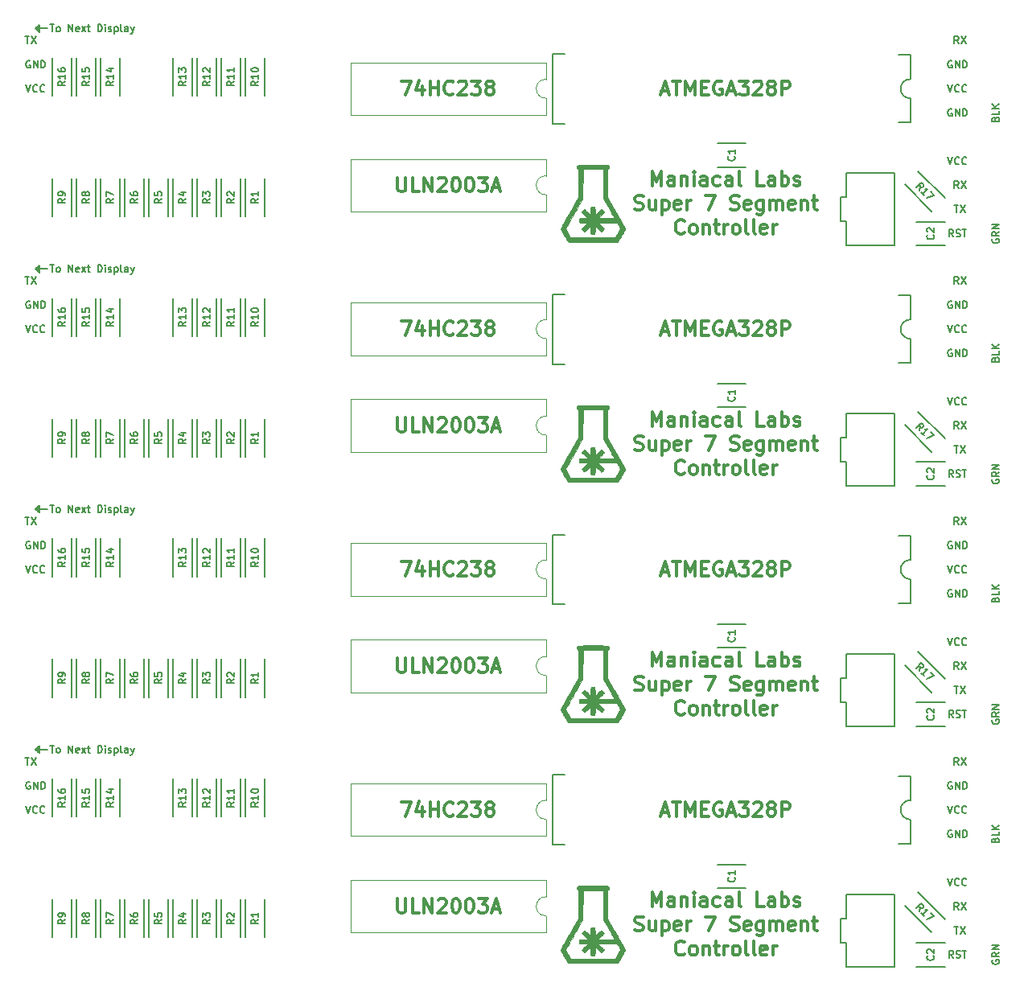
<source format=gbr>
G04 #@! TF.FileFunction,Legend,Top*
%FSLAX46Y46*%
G04 Gerber Fmt 4.6, Leading zero omitted, Abs format (unit mm)*
G04 Created by KiCad (PCBNEW 4.0.4-stable) date 02/23/17 17:34:35*
%MOMM*%
%LPD*%
G01*
G04 APERTURE LIST*
%ADD10C,0.100000*%
%ADD11C,0.152400*%
%ADD12C,0.300000*%
%ADD13C,0.190500*%
%ADD14C,0.200000*%
%ADD15C,0.010000*%
%ADD16C,0.120000*%
%ADD17C,0.150000*%
G04 APERTURE END LIST*
D10*
D11*
X156701715Y-75544714D02*
X156447715Y-75181857D01*
X156266287Y-75544714D02*
X156266287Y-74782714D01*
X156556572Y-74782714D01*
X156629144Y-74819000D01*
X156665429Y-74855286D01*
X156701715Y-74927857D01*
X156701715Y-75036714D01*
X156665429Y-75109286D01*
X156629144Y-75145571D01*
X156556572Y-75181857D01*
X156266287Y-75181857D01*
X156992001Y-75508429D02*
X157100858Y-75544714D01*
X157282287Y-75544714D01*
X157354858Y-75508429D01*
X157391144Y-75472143D01*
X157427429Y-75399571D01*
X157427429Y-75327000D01*
X157391144Y-75254429D01*
X157354858Y-75218143D01*
X157282287Y-75181857D01*
X157137144Y-75145571D01*
X157064572Y-75109286D01*
X157028287Y-75073000D01*
X156992001Y-75000429D01*
X156992001Y-74927857D01*
X157028287Y-74855286D01*
X157064572Y-74819000D01*
X157137144Y-74782714D01*
X157318572Y-74782714D01*
X157427429Y-74819000D01*
X157645143Y-74782714D02*
X158080572Y-74782714D01*
X157862858Y-75544714D02*
X157862858Y-74782714D01*
X156792429Y-72242714D02*
X157227858Y-72242714D01*
X157010144Y-73004714D02*
X157010144Y-72242714D01*
X157409286Y-72242714D02*
X157917286Y-73004714D01*
X157917286Y-72242714D02*
X157409286Y-73004714D01*
X157246000Y-70464714D02*
X156992000Y-70101857D01*
X156810572Y-70464714D02*
X156810572Y-69702714D01*
X157100857Y-69702714D01*
X157173429Y-69739000D01*
X157209714Y-69775286D01*
X157246000Y-69847857D01*
X157246000Y-69956714D01*
X157209714Y-70029286D01*
X157173429Y-70065571D01*
X157100857Y-70101857D01*
X156810572Y-70101857D01*
X157500000Y-69702714D02*
X158008000Y-70464714D01*
X158008000Y-69702714D02*
X157500000Y-70464714D01*
X156103000Y-67162714D02*
X156357000Y-67924714D01*
X156611000Y-67162714D01*
X157300429Y-67852143D02*
X157264143Y-67888429D01*
X157155286Y-67924714D01*
X157082715Y-67924714D01*
X156973858Y-67888429D01*
X156901286Y-67815857D01*
X156865001Y-67743286D01*
X156828715Y-67598143D01*
X156828715Y-67489286D01*
X156865001Y-67344143D01*
X156901286Y-67271571D01*
X156973858Y-67199000D01*
X157082715Y-67162714D01*
X157155286Y-67162714D01*
X157264143Y-67199000D01*
X157300429Y-67235286D01*
X158062429Y-67852143D02*
X158026143Y-67888429D01*
X157917286Y-67924714D01*
X157844715Y-67924714D01*
X157735858Y-67888429D01*
X157663286Y-67815857D01*
X157627001Y-67743286D01*
X157590715Y-67598143D01*
X157590715Y-67489286D01*
X157627001Y-67344143D01*
X157663286Y-67271571D01*
X157735858Y-67199000D01*
X157844715Y-67162714D01*
X157917286Y-67162714D01*
X158026143Y-67199000D01*
X158062429Y-67235286D01*
X156538428Y-62119000D02*
X156465857Y-62082714D01*
X156357000Y-62082714D01*
X156248143Y-62119000D01*
X156175571Y-62191571D01*
X156139286Y-62264143D01*
X156103000Y-62409286D01*
X156103000Y-62518143D01*
X156139286Y-62663286D01*
X156175571Y-62735857D01*
X156248143Y-62808429D01*
X156357000Y-62844714D01*
X156429571Y-62844714D01*
X156538428Y-62808429D01*
X156574714Y-62772143D01*
X156574714Y-62518143D01*
X156429571Y-62518143D01*
X156901286Y-62844714D02*
X156901286Y-62082714D01*
X157336714Y-62844714D01*
X157336714Y-62082714D01*
X157699572Y-62844714D02*
X157699572Y-62082714D01*
X157881000Y-62082714D01*
X157989857Y-62119000D01*
X158062429Y-62191571D01*
X158098714Y-62264143D01*
X158135000Y-62409286D01*
X158135000Y-62518143D01*
X158098714Y-62663286D01*
X158062429Y-62735857D01*
X157989857Y-62808429D01*
X157881000Y-62844714D01*
X157699572Y-62844714D01*
X156538428Y-57039000D02*
X156465857Y-57002714D01*
X156357000Y-57002714D01*
X156248143Y-57039000D01*
X156175571Y-57111571D01*
X156139286Y-57184143D01*
X156103000Y-57329286D01*
X156103000Y-57438143D01*
X156139286Y-57583286D01*
X156175571Y-57655857D01*
X156248143Y-57728429D01*
X156357000Y-57764714D01*
X156429571Y-57764714D01*
X156538428Y-57728429D01*
X156574714Y-57692143D01*
X156574714Y-57438143D01*
X156429571Y-57438143D01*
X156901286Y-57764714D02*
X156901286Y-57002714D01*
X157336714Y-57764714D01*
X157336714Y-57002714D01*
X157699572Y-57764714D02*
X157699572Y-57002714D01*
X157881000Y-57002714D01*
X157989857Y-57039000D01*
X158062429Y-57111571D01*
X158098714Y-57184143D01*
X158135000Y-57329286D01*
X158135000Y-57438143D01*
X158098714Y-57583286D01*
X158062429Y-57655857D01*
X157989857Y-57728429D01*
X157881000Y-57764714D01*
X157699572Y-57764714D01*
X157246000Y-55224714D02*
X156992000Y-54861857D01*
X156810572Y-55224714D02*
X156810572Y-54462714D01*
X157100857Y-54462714D01*
X157173429Y-54499000D01*
X157209714Y-54535286D01*
X157246000Y-54607857D01*
X157246000Y-54716714D01*
X157209714Y-54789286D01*
X157173429Y-54825571D01*
X157100857Y-54861857D01*
X156810572Y-54861857D01*
X157500000Y-54462714D02*
X158008000Y-55224714D01*
X158008000Y-54462714D02*
X157500000Y-55224714D01*
X161128571Y-63134999D02*
X161164857Y-63026142D01*
X161201143Y-62989857D01*
X161273714Y-62953571D01*
X161382571Y-62953571D01*
X161455143Y-62989857D01*
X161491429Y-63026142D01*
X161527714Y-63098714D01*
X161527714Y-63388999D01*
X160765714Y-63388999D01*
X160765714Y-63134999D01*
X160802000Y-63062428D01*
X160838286Y-63026142D01*
X160910857Y-62989857D01*
X160983429Y-62989857D01*
X161056000Y-63026142D01*
X161092286Y-63062428D01*
X161128571Y-63134999D01*
X161128571Y-63388999D01*
X161527714Y-62264142D02*
X161527714Y-62626999D01*
X160765714Y-62626999D01*
X161527714Y-62010142D02*
X160765714Y-62010142D01*
X161527714Y-61574714D02*
X161092286Y-61901285D01*
X160765714Y-61574714D02*
X161201143Y-62010142D01*
X160802000Y-75780572D02*
X160765714Y-75853143D01*
X160765714Y-75962000D01*
X160802000Y-76070857D01*
X160874571Y-76143429D01*
X160947143Y-76179714D01*
X161092286Y-76216000D01*
X161201143Y-76216000D01*
X161346286Y-76179714D01*
X161418857Y-76143429D01*
X161491429Y-76070857D01*
X161527714Y-75962000D01*
X161527714Y-75889429D01*
X161491429Y-75780572D01*
X161455143Y-75744286D01*
X161201143Y-75744286D01*
X161201143Y-75889429D01*
X161527714Y-74982286D02*
X161164857Y-75236286D01*
X161527714Y-75417714D02*
X160765714Y-75417714D01*
X160765714Y-75127429D01*
X160802000Y-75054857D01*
X160838286Y-75018572D01*
X160910857Y-74982286D01*
X161019714Y-74982286D01*
X161092286Y-75018572D01*
X161128571Y-75054857D01*
X161164857Y-75127429D01*
X161164857Y-75417714D01*
X161527714Y-74655714D02*
X160765714Y-74655714D01*
X161527714Y-74220286D01*
X160765714Y-74220286D01*
X59002429Y-54462714D02*
X59437858Y-54462714D01*
X59220144Y-55224714D02*
X59220144Y-54462714D01*
X59619286Y-54462714D02*
X60127286Y-55224714D01*
X60127286Y-54462714D02*
X59619286Y-55224714D01*
X59510428Y-57039000D02*
X59437857Y-57002714D01*
X59329000Y-57002714D01*
X59220143Y-57039000D01*
X59147571Y-57111571D01*
X59111286Y-57184143D01*
X59075000Y-57329286D01*
X59075000Y-57438143D01*
X59111286Y-57583286D01*
X59147571Y-57655857D01*
X59220143Y-57728429D01*
X59329000Y-57764714D01*
X59401571Y-57764714D01*
X59510428Y-57728429D01*
X59546714Y-57692143D01*
X59546714Y-57438143D01*
X59401571Y-57438143D01*
X59873286Y-57764714D02*
X59873286Y-57002714D01*
X60308714Y-57764714D01*
X60308714Y-57002714D01*
X60671572Y-57764714D02*
X60671572Y-57002714D01*
X60853000Y-57002714D01*
X60961857Y-57039000D01*
X61034429Y-57111571D01*
X61070714Y-57184143D01*
X61107000Y-57329286D01*
X61107000Y-57438143D01*
X61070714Y-57583286D01*
X61034429Y-57655857D01*
X60961857Y-57728429D01*
X60853000Y-57764714D01*
X60671572Y-57764714D01*
X156103000Y-59542714D02*
X156357000Y-60304714D01*
X156611000Y-59542714D01*
X157300429Y-60232143D02*
X157264143Y-60268429D01*
X157155286Y-60304714D01*
X157082715Y-60304714D01*
X156973858Y-60268429D01*
X156901286Y-60195857D01*
X156865001Y-60123286D01*
X156828715Y-59978143D01*
X156828715Y-59869286D01*
X156865001Y-59724143D01*
X156901286Y-59651571D01*
X156973858Y-59579000D01*
X157082715Y-59542714D01*
X157155286Y-59542714D01*
X157264143Y-59579000D01*
X157300429Y-59615286D01*
X158062429Y-60232143D02*
X158026143Y-60268429D01*
X157917286Y-60304714D01*
X157844715Y-60304714D01*
X157735858Y-60268429D01*
X157663286Y-60195857D01*
X157627001Y-60123286D01*
X157590715Y-59978143D01*
X157590715Y-59869286D01*
X157627001Y-59724143D01*
X157663286Y-59651571D01*
X157735858Y-59579000D01*
X157844715Y-59542714D01*
X157917286Y-59542714D01*
X158026143Y-59579000D01*
X158062429Y-59615286D01*
X59075000Y-59542714D02*
X59329000Y-60304714D01*
X59583000Y-59542714D01*
X60272429Y-60232143D02*
X60236143Y-60268429D01*
X60127286Y-60304714D01*
X60054715Y-60304714D01*
X59945858Y-60268429D01*
X59873286Y-60195857D01*
X59837001Y-60123286D01*
X59800715Y-59978143D01*
X59800715Y-59869286D01*
X59837001Y-59724143D01*
X59873286Y-59651571D01*
X59945858Y-59579000D01*
X60054715Y-59542714D01*
X60127286Y-59542714D01*
X60236143Y-59579000D01*
X60272429Y-59615286D01*
X61034429Y-60232143D02*
X60998143Y-60268429D01*
X60889286Y-60304714D01*
X60816715Y-60304714D01*
X60707858Y-60268429D01*
X60635286Y-60195857D01*
X60599001Y-60123286D01*
X60562715Y-59978143D01*
X60562715Y-59869286D01*
X60599001Y-59724143D01*
X60635286Y-59651571D01*
X60707858Y-59579000D01*
X60816715Y-59542714D01*
X60889286Y-59542714D01*
X60998143Y-59579000D01*
X61034429Y-59615286D01*
D12*
X124985000Y-70153571D02*
X124985000Y-68653571D01*
X125485000Y-69725000D01*
X125985000Y-68653571D01*
X125985000Y-70153571D01*
X127342143Y-70153571D02*
X127342143Y-69367857D01*
X127270714Y-69225000D01*
X127127857Y-69153571D01*
X126842143Y-69153571D01*
X126699286Y-69225000D01*
X127342143Y-70082143D02*
X127199286Y-70153571D01*
X126842143Y-70153571D01*
X126699286Y-70082143D01*
X126627857Y-69939286D01*
X126627857Y-69796429D01*
X126699286Y-69653571D01*
X126842143Y-69582143D01*
X127199286Y-69582143D01*
X127342143Y-69510714D01*
X128056429Y-69153571D02*
X128056429Y-70153571D01*
X128056429Y-69296429D02*
X128127857Y-69225000D01*
X128270715Y-69153571D01*
X128485000Y-69153571D01*
X128627857Y-69225000D01*
X128699286Y-69367857D01*
X128699286Y-70153571D01*
X129413572Y-70153571D02*
X129413572Y-69153571D01*
X129413572Y-68653571D02*
X129342143Y-68725000D01*
X129413572Y-68796429D01*
X129485000Y-68725000D01*
X129413572Y-68653571D01*
X129413572Y-68796429D01*
X130770715Y-70153571D02*
X130770715Y-69367857D01*
X130699286Y-69225000D01*
X130556429Y-69153571D01*
X130270715Y-69153571D01*
X130127858Y-69225000D01*
X130770715Y-70082143D02*
X130627858Y-70153571D01*
X130270715Y-70153571D01*
X130127858Y-70082143D01*
X130056429Y-69939286D01*
X130056429Y-69796429D01*
X130127858Y-69653571D01*
X130270715Y-69582143D01*
X130627858Y-69582143D01*
X130770715Y-69510714D01*
X132127858Y-70082143D02*
X131985001Y-70153571D01*
X131699287Y-70153571D01*
X131556429Y-70082143D01*
X131485001Y-70010714D01*
X131413572Y-69867857D01*
X131413572Y-69439286D01*
X131485001Y-69296429D01*
X131556429Y-69225000D01*
X131699287Y-69153571D01*
X131985001Y-69153571D01*
X132127858Y-69225000D01*
X133413572Y-70153571D02*
X133413572Y-69367857D01*
X133342143Y-69225000D01*
X133199286Y-69153571D01*
X132913572Y-69153571D01*
X132770715Y-69225000D01*
X133413572Y-70082143D02*
X133270715Y-70153571D01*
X132913572Y-70153571D01*
X132770715Y-70082143D01*
X132699286Y-69939286D01*
X132699286Y-69796429D01*
X132770715Y-69653571D01*
X132913572Y-69582143D01*
X133270715Y-69582143D01*
X133413572Y-69510714D01*
X134342144Y-70153571D02*
X134199286Y-70082143D01*
X134127858Y-69939286D01*
X134127858Y-68653571D01*
X136770715Y-70153571D02*
X136056429Y-70153571D01*
X136056429Y-68653571D01*
X137913572Y-70153571D02*
X137913572Y-69367857D01*
X137842143Y-69225000D01*
X137699286Y-69153571D01*
X137413572Y-69153571D01*
X137270715Y-69225000D01*
X137913572Y-70082143D02*
X137770715Y-70153571D01*
X137413572Y-70153571D01*
X137270715Y-70082143D01*
X137199286Y-69939286D01*
X137199286Y-69796429D01*
X137270715Y-69653571D01*
X137413572Y-69582143D01*
X137770715Y-69582143D01*
X137913572Y-69510714D01*
X138627858Y-70153571D02*
X138627858Y-68653571D01*
X138627858Y-69225000D02*
X138770715Y-69153571D01*
X139056429Y-69153571D01*
X139199286Y-69225000D01*
X139270715Y-69296429D01*
X139342144Y-69439286D01*
X139342144Y-69867857D01*
X139270715Y-70010714D01*
X139199286Y-70082143D01*
X139056429Y-70153571D01*
X138770715Y-70153571D01*
X138627858Y-70082143D01*
X139913572Y-70082143D02*
X140056429Y-70153571D01*
X140342144Y-70153571D01*
X140485001Y-70082143D01*
X140556429Y-69939286D01*
X140556429Y-69867857D01*
X140485001Y-69725000D01*
X140342144Y-69653571D01*
X140127858Y-69653571D01*
X139985001Y-69582143D01*
X139913572Y-69439286D01*
X139913572Y-69367857D01*
X139985001Y-69225000D01*
X140127858Y-69153571D01*
X140342144Y-69153571D01*
X140485001Y-69225000D01*
X123199287Y-72632143D02*
X123413573Y-72703571D01*
X123770716Y-72703571D01*
X123913573Y-72632143D01*
X123985002Y-72560714D01*
X124056430Y-72417857D01*
X124056430Y-72275000D01*
X123985002Y-72132143D01*
X123913573Y-72060714D01*
X123770716Y-71989286D01*
X123485002Y-71917857D01*
X123342144Y-71846429D01*
X123270716Y-71775000D01*
X123199287Y-71632143D01*
X123199287Y-71489286D01*
X123270716Y-71346429D01*
X123342144Y-71275000D01*
X123485002Y-71203571D01*
X123842144Y-71203571D01*
X124056430Y-71275000D01*
X125342144Y-71703571D02*
X125342144Y-72703571D01*
X124699287Y-71703571D02*
X124699287Y-72489286D01*
X124770715Y-72632143D01*
X124913573Y-72703571D01*
X125127858Y-72703571D01*
X125270715Y-72632143D01*
X125342144Y-72560714D01*
X126056430Y-71703571D02*
X126056430Y-73203571D01*
X126056430Y-71775000D02*
X126199287Y-71703571D01*
X126485001Y-71703571D01*
X126627858Y-71775000D01*
X126699287Y-71846429D01*
X126770716Y-71989286D01*
X126770716Y-72417857D01*
X126699287Y-72560714D01*
X126627858Y-72632143D01*
X126485001Y-72703571D01*
X126199287Y-72703571D01*
X126056430Y-72632143D01*
X127985001Y-72632143D02*
X127842144Y-72703571D01*
X127556430Y-72703571D01*
X127413573Y-72632143D01*
X127342144Y-72489286D01*
X127342144Y-71917857D01*
X127413573Y-71775000D01*
X127556430Y-71703571D01*
X127842144Y-71703571D01*
X127985001Y-71775000D01*
X128056430Y-71917857D01*
X128056430Y-72060714D01*
X127342144Y-72203571D01*
X128699287Y-72703571D02*
X128699287Y-71703571D01*
X128699287Y-71989286D02*
X128770715Y-71846429D01*
X128842144Y-71775000D01*
X128985001Y-71703571D01*
X129127858Y-71703571D01*
X130627858Y-71203571D02*
X131627858Y-71203571D01*
X130985001Y-72703571D01*
X133270714Y-72632143D02*
X133485000Y-72703571D01*
X133842143Y-72703571D01*
X133985000Y-72632143D01*
X134056429Y-72560714D01*
X134127857Y-72417857D01*
X134127857Y-72275000D01*
X134056429Y-72132143D01*
X133985000Y-72060714D01*
X133842143Y-71989286D01*
X133556429Y-71917857D01*
X133413571Y-71846429D01*
X133342143Y-71775000D01*
X133270714Y-71632143D01*
X133270714Y-71489286D01*
X133342143Y-71346429D01*
X133413571Y-71275000D01*
X133556429Y-71203571D01*
X133913571Y-71203571D01*
X134127857Y-71275000D01*
X135342142Y-72632143D02*
X135199285Y-72703571D01*
X134913571Y-72703571D01*
X134770714Y-72632143D01*
X134699285Y-72489286D01*
X134699285Y-71917857D01*
X134770714Y-71775000D01*
X134913571Y-71703571D01*
X135199285Y-71703571D01*
X135342142Y-71775000D01*
X135413571Y-71917857D01*
X135413571Y-72060714D01*
X134699285Y-72203571D01*
X136699285Y-71703571D02*
X136699285Y-72917857D01*
X136627856Y-73060714D01*
X136556428Y-73132143D01*
X136413571Y-73203571D01*
X136199285Y-73203571D01*
X136056428Y-73132143D01*
X136699285Y-72632143D02*
X136556428Y-72703571D01*
X136270714Y-72703571D01*
X136127856Y-72632143D01*
X136056428Y-72560714D01*
X135984999Y-72417857D01*
X135984999Y-71989286D01*
X136056428Y-71846429D01*
X136127856Y-71775000D01*
X136270714Y-71703571D01*
X136556428Y-71703571D01*
X136699285Y-71775000D01*
X137413571Y-72703571D02*
X137413571Y-71703571D01*
X137413571Y-71846429D02*
X137484999Y-71775000D01*
X137627857Y-71703571D01*
X137842142Y-71703571D01*
X137984999Y-71775000D01*
X138056428Y-71917857D01*
X138056428Y-72703571D01*
X138056428Y-71917857D02*
X138127857Y-71775000D01*
X138270714Y-71703571D01*
X138484999Y-71703571D01*
X138627857Y-71775000D01*
X138699285Y-71917857D01*
X138699285Y-72703571D01*
X139984999Y-72632143D02*
X139842142Y-72703571D01*
X139556428Y-72703571D01*
X139413571Y-72632143D01*
X139342142Y-72489286D01*
X139342142Y-71917857D01*
X139413571Y-71775000D01*
X139556428Y-71703571D01*
X139842142Y-71703571D01*
X139984999Y-71775000D01*
X140056428Y-71917857D01*
X140056428Y-72060714D01*
X139342142Y-72203571D01*
X140699285Y-71703571D02*
X140699285Y-72703571D01*
X140699285Y-71846429D02*
X140770713Y-71775000D01*
X140913571Y-71703571D01*
X141127856Y-71703571D01*
X141270713Y-71775000D01*
X141342142Y-71917857D01*
X141342142Y-72703571D01*
X141842142Y-71703571D02*
X142413571Y-71703571D01*
X142056428Y-71203571D02*
X142056428Y-72489286D01*
X142127856Y-72632143D01*
X142270714Y-72703571D01*
X142413571Y-72703571D01*
X128377858Y-75110714D02*
X128306429Y-75182143D01*
X128092143Y-75253571D01*
X127949286Y-75253571D01*
X127735001Y-75182143D01*
X127592143Y-75039286D01*
X127520715Y-74896429D01*
X127449286Y-74610714D01*
X127449286Y-74396429D01*
X127520715Y-74110714D01*
X127592143Y-73967857D01*
X127735001Y-73825000D01*
X127949286Y-73753571D01*
X128092143Y-73753571D01*
X128306429Y-73825000D01*
X128377858Y-73896429D01*
X129235001Y-75253571D02*
X129092143Y-75182143D01*
X129020715Y-75110714D01*
X128949286Y-74967857D01*
X128949286Y-74539286D01*
X129020715Y-74396429D01*
X129092143Y-74325000D01*
X129235001Y-74253571D01*
X129449286Y-74253571D01*
X129592143Y-74325000D01*
X129663572Y-74396429D01*
X129735001Y-74539286D01*
X129735001Y-74967857D01*
X129663572Y-75110714D01*
X129592143Y-75182143D01*
X129449286Y-75253571D01*
X129235001Y-75253571D01*
X130377858Y-74253571D02*
X130377858Y-75253571D01*
X130377858Y-74396429D02*
X130449286Y-74325000D01*
X130592144Y-74253571D01*
X130806429Y-74253571D01*
X130949286Y-74325000D01*
X131020715Y-74467857D01*
X131020715Y-75253571D01*
X131520715Y-74253571D02*
X132092144Y-74253571D01*
X131735001Y-73753571D02*
X131735001Y-75039286D01*
X131806429Y-75182143D01*
X131949287Y-75253571D01*
X132092144Y-75253571D01*
X132592144Y-75253571D02*
X132592144Y-74253571D01*
X132592144Y-74539286D02*
X132663572Y-74396429D01*
X132735001Y-74325000D01*
X132877858Y-74253571D01*
X133020715Y-74253571D01*
X133735001Y-75253571D02*
X133592143Y-75182143D01*
X133520715Y-75110714D01*
X133449286Y-74967857D01*
X133449286Y-74539286D01*
X133520715Y-74396429D01*
X133592143Y-74325000D01*
X133735001Y-74253571D01*
X133949286Y-74253571D01*
X134092143Y-74325000D01*
X134163572Y-74396429D01*
X134235001Y-74539286D01*
X134235001Y-74967857D01*
X134163572Y-75110714D01*
X134092143Y-75182143D01*
X133949286Y-75253571D01*
X133735001Y-75253571D01*
X135092144Y-75253571D02*
X134949286Y-75182143D01*
X134877858Y-75039286D01*
X134877858Y-73753571D01*
X135877858Y-75253571D02*
X135735000Y-75182143D01*
X135663572Y-75039286D01*
X135663572Y-73753571D01*
X137020714Y-75182143D02*
X136877857Y-75253571D01*
X136592143Y-75253571D01*
X136449286Y-75182143D01*
X136377857Y-75039286D01*
X136377857Y-74467857D01*
X136449286Y-74325000D01*
X136592143Y-74253571D01*
X136877857Y-74253571D01*
X137020714Y-74325000D01*
X137092143Y-74467857D01*
X137092143Y-74610714D01*
X136377857Y-74753571D01*
X137735000Y-75253571D02*
X137735000Y-74253571D01*
X137735000Y-74539286D02*
X137806428Y-74396429D01*
X137877857Y-74325000D01*
X138020714Y-74253571D01*
X138163571Y-74253571D01*
D13*
X61615000Y-53192714D02*
X62050429Y-53192714D01*
X61832715Y-53954714D02*
X61832715Y-53192714D01*
X62413286Y-53954714D02*
X62340714Y-53918429D01*
X62304429Y-53882143D01*
X62268143Y-53809571D01*
X62268143Y-53591857D01*
X62304429Y-53519286D01*
X62340714Y-53483000D01*
X62413286Y-53446714D01*
X62522143Y-53446714D01*
X62594714Y-53483000D01*
X62631000Y-53519286D01*
X62667286Y-53591857D01*
X62667286Y-53809571D01*
X62631000Y-53882143D01*
X62594714Y-53918429D01*
X62522143Y-53954714D01*
X62413286Y-53954714D01*
X63574429Y-53954714D02*
X63574429Y-53192714D01*
X64009857Y-53954714D01*
X64009857Y-53192714D01*
X64663000Y-53918429D02*
X64590429Y-53954714D01*
X64445286Y-53954714D01*
X64372715Y-53918429D01*
X64336429Y-53845857D01*
X64336429Y-53555571D01*
X64372715Y-53483000D01*
X64445286Y-53446714D01*
X64590429Y-53446714D01*
X64663000Y-53483000D01*
X64699286Y-53555571D01*
X64699286Y-53628143D01*
X64336429Y-53700714D01*
X64953286Y-53954714D02*
X65352429Y-53446714D01*
X64953286Y-53446714D02*
X65352429Y-53954714D01*
X65533857Y-53446714D02*
X65824143Y-53446714D01*
X65642715Y-53192714D02*
X65642715Y-53845857D01*
X65679000Y-53918429D01*
X65751572Y-53954714D01*
X65824143Y-53954714D01*
X66658715Y-53954714D02*
X66658715Y-53192714D01*
X66840143Y-53192714D01*
X66949000Y-53229000D01*
X67021572Y-53301571D01*
X67057857Y-53374143D01*
X67094143Y-53519286D01*
X67094143Y-53628143D01*
X67057857Y-53773286D01*
X67021572Y-53845857D01*
X66949000Y-53918429D01*
X66840143Y-53954714D01*
X66658715Y-53954714D01*
X67420715Y-53954714D02*
X67420715Y-53446714D01*
X67420715Y-53192714D02*
X67384429Y-53229000D01*
X67420715Y-53265286D01*
X67457000Y-53229000D01*
X67420715Y-53192714D01*
X67420715Y-53265286D01*
X67747286Y-53918429D02*
X67819857Y-53954714D01*
X67965000Y-53954714D01*
X68037572Y-53918429D01*
X68073857Y-53845857D01*
X68073857Y-53809571D01*
X68037572Y-53737000D01*
X67965000Y-53700714D01*
X67856143Y-53700714D01*
X67783572Y-53664429D01*
X67747286Y-53591857D01*
X67747286Y-53555571D01*
X67783572Y-53483000D01*
X67856143Y-53446714D01*
X67965000Y-53446714D01*
X68037572Y-53483000D01*
X68400429Y-53446714D02*
X68400429Y-54208714D01*
X68400429Y-53483000D02*
X68473000Y-53446714D01*
X68618143Y-53446714D01*
X68690714Y-53483000D01*
X68727000Y-53519286D01*
X68763286Y-53591857D01*
X68763286Y-53809571D01*
X68727000Y-53882143D01*
X68690714Y-53918429D01*
X68618143Y-53954714D01*
X68473000Y-53954714D01*
X68400429Y-53918429D01*
X69198715Y-53954714D02*
X69126143Y-53918429D01*
X69089858Y-53845857D01*
X69089858Y-53192714D01*
X69815572Y-53954714D02*
X69815572Y-53555571D01*
X69779286Y-53483000D01*
X69706715Y-53446714D01*
X69561572Y-53446714D01*
X69489001Y-53483000D01*
X69815572Y-53918429D02*
X69743001Y-53954714D01*
X69561572Y-53954714D01*
X69489001Y-53918429D01*
X69452715Y-53845857D01*
X69452715Y-53773286D01*
X69489001Y-53700714D01*
X69561572Y-53664429D01*
X69743001Y-53664429D01*
X69815572Y-53628143D01*
X70105858Y-53446714D02*
X70287287Y-53954714D01*
X70468715Y-53446714D02*
X70287287Y-53954714D01*
X70214715Y-54136143D01*
X70178430Y-54172429D01*
X70105858Y-54208714D01*
D14*
X61361000Y-53610000D02*
X60091000Y-53610000D01*
X60091000Y-53610000D02*
X60472000Y-53229000D01*
X60472000Y-53229000D02*
X60472000Y-53864000D01*
X60091000Y-53610000D02*
X60472000Y-53991000D01*
X60472000Y-53991000D02*
X60472000Y-53483000D01*
X60345000Y-53483000D02*
X60472000Y-53483000D01*
X60472000Y-53483000D02*
X60345000Y-53483000D01*
X60345000Y-53483000D02*
X60345000Y-53864000D01*
D12*
X98632144Y-59138571D02*
X99632144Y-59138571D01*
X98989287Y-60638571D01*
X100846429Y-59638571D02*
X100846429Y-60638571D01*
X100489286Y-59067143D02*
X100132143Y-60138571D01*
X101060715Y-60138571D01*
X101632143Y-60638571D02*
X101632143Y-59138571D01*
X101632143Y-59852857D02*
X102489286Y-59852857D01*
X102489286Y-60638571D02*
X102489286Y-59138571D01*
X104060715Y-60495714D02*
X103989286Y-60567143D01*
X103775000Y-60638571D01*
X103632143Y-60638571D01*
X103417858Y-60567143D01*
X103275000Y-60424286D01*
X103203572Y-60281429D01*
X103132143Y-59995714D01*
X103132143Y-59781429D01*
X103203572Y-59495714D01*
X103275000Y-59352857D01*
X103417858Y-59210000D01*
X103632143Y-59138571D01*
X103775000Y-59138571D01*
X103989286Y-59210000D01*
X104060715Y-59281429D01*
X104632143Y-59281429D02*
X104703572Y-59210000D01*
X104846429Y-59138571D01*
X105203572Y-59138571D01*
X105346429Y-59210000D01*
X105417858Y-59281429D01*
X105489286Y-59424286D01*
X105489286Y-59567143D01*
X105417858Y-59781429D01*
X104560715Y-60638571D01*
X105489286Y-60638571D01*
X105989286Y-59138571D02*
X106917857Y-59138571D01*
X106417857Y-59710000D01*
X106632143Y-59710000D01*
X106775000Y-59781429D01*
X106846429Y-59852857D01*
X106917857Y-59995714D01*
X106917857Y-60352857D01*
X106846429Y-60495714D01*
X106775000Y-60567143D01*
X106632143Y-60638571D01*
X106203571Y-60638571D01*
X106060714Y-60567143D01*
X105989286Y-60495714D01*
X107775000Y-59781429D02*
X107632142Y-59710000D01*
X107560714Y-59638571D01*
X107489285Y-59495714D01*
X107489285Y-59424286D01*
X107560714Y-59281429D01*
X107632142Y-59210000D01*
X107775000Y-59138571D01*
X108060714Y-59138571D01*
X108203571Y-59210000D01*
X108275000Y-59281429D01*
X108346428Y-59424286D01*
X108346428Y-59495714D01*
X108275000Y-59638571D01*
X108203571Y-59710000D01*
X108060714Y-59781429D01*
X107775000Y-59781429D01*
X107632142Y-59852857D01*
X107560714Y-59924286D01*
X107489285Y-60067143D01*
X107489285Y-60352857D01*
X107560714Y-60495714D01*
X107632142Y-60567143D01*
X107775000Y-60638571D01*
X108060714Y-60638571D01*
X108203571Y-60567143D01*
X108275000Y-60495714D01*
X108346428Y-60352857D01*
X108346428Y-60067143D01*
X108275000Y-59924286D01*
X108203571Y-59852857D01*
X108060714Y-59781429D01*
X98203572Y-69298571D02*
X98203572Y-70512857D01*
X98275000Y-70655714D01*
X98346429Y-70727143D01*
X98489286Y-70798571D01*
X98775000Y-70798571D01*
X98917858Y-70727143D01*
X98989286Y-70655714D01*
X99060715Y-70512857D01*
X99060715Y-69298571D01*
X100489287Y-70798571D02*
X99775001Y-70798571D01*
X99775001Y-69298571D01*
X100989287Y-70798571D02*
X100989287Y-69298571D01*
X101846430Y-70798571D01*
X101846430Y-69298571D01*
X102489287Y-69441429D02*
X102560716Y-69370000D01*
X102703573Y-69298571D01*
X103060716Y-69298571D01*
X103203573Y-69370000D01*
X103275002Y-69441429D01*
X103346430Y-69584286D01*
X103346430Y-69727143D01*
X103275002Y-69941429D01*
X102417859Y-70798571D01*
X103346430Y-70798571D01*
X104275001Y-69298571D02*
X104417858Y-69298571D01*
X104560715Y-69370000D01*
X104632144Y-69441429D01*
X104703573Y-69584286D01*
X104775001Y-69870000D01*
X104775001Y-70227143D01*
X104703573Y-70512857D01*
X104632144Y-70655714D01*
X104560715Y-70727143D01*
X104417858Y-70798571D01*
X104275001Y-70798571D01*
X104132144Y-70727143D01*
X104060715Y-70655714D01*
X103989287Y-70512857D01*
X103917858Y-70227143D01*
X103917858Y-69870000D01*
X103989287Y-69584286D01*
X104060715Y-69441429D01*
X104132144Y-69370000D01*
X104275001Y-69298571D01*
X105703572Y-69298571D02*
X105846429Y-69298571D01*
X105989286Y-69370000D01*
X106060715Y-69441429D01*
X106132144Y-69584286D01*
X106203572Y-69870000D01*
X106203572Y-70227143D01*
X106132144Y-70512857D01*
X106060715Y-70655714D01*
X105989286Y-70727143D01*
X105846429Y-70798571D01*
X105703572Y-70798571D01*
X105560715Y-70727143D01*
X105489286Y-70655714D01*
X105417858Y-70512857D01*
X105346429Y-70227143D01*
X105346429Y-69870000D01*
X105417858Y-69584286D01*
X105489286Y-69441429D01*
X105560715Y-69370000D01*
X105703572Y-69298571D01*
X106703572Y-69298571D02*
X107632143Y-69298571D01*
X107132143Y-69870000D01*
X107346429Y-69870000D01*
X107489286Y-69941429D01*
X107560715Y-70012857D01*
X107632143Y-70155714D01*
X107632143Y-70512857D01*
X107560715Y-70655714D01*
X107489286Y-70727143D01*
X107346429Y-70798571D01*
X106917857Y-70798571D01*
X106775000Y-70727143D01*
X106703572Y-70655714D01*
X108203571Y-70370000D02*
X108917857Y-70370000D01*
X108060714Y-70798571D02*
X108560714Y-69298571D01*
X109060714Y-70798571D01*
X125985001Y-60210000D02*
X126699287Y-60210000D01*
X125842144Y-60638571D02*
X126342144Y-59138571D01*
X126842144Y-60638571D01*
X127127858Y-59138571D02*
X127985001Y-59138571D01*
X127556430Y-60638571D02*
X127556430Y-59138571D01*
X128485001Y-60638571D02*
X128485001Y-59138571D01*
X128985001Y-60210000D01*
X129485001Y-59138571D01*
X129485001Y-60638571D01*
X130199287Y-59852857D02*
X130699287Y-59852857D01*
X130913573Y-60638571D02*
X130199287Y-60638571D01*
X130199287Y-59138571D01*
X130913573Y-59138571D01*
X132342144Y-59210000D02*
X132199287Y-59138571D01*
X131985001Y-59138571D01*
X131770716Y-59210000D01*
X131627858Y-59352857D01*
X131556430Y-59495714D01*
X131485001Y-59781429D01*
X131485001Y-59995714D01*
X131556430Y-60281429D01*
X131627858Y-60424286D01*
X131770716Y-60567143D01*
X131985001Y-60638571D01*
X132127858Y-60638571D01*
X132342144Y-60567143D01*
X132413573Y-60495714D01*
X132413573Y-59995714D01*
X132127858Y-59995714D01*
X132985001Y-60210000D02*
X133699287Y-60210000D01*
X132842144Y-60638571D02*
X133342144Y-59138571D01*
X133842144Y-60638571D01*
X134199287Y-59138571D02*
X135127858Y-59138571D01*
X134627858Y-59710000D01*
X134842144Y-59710000D01*
X134985001Y-59781429D01*
X135056430Y-59852857D01*
X135127858Y-59995714D01*
X135127858Y-60352857D01*
X135056430Y-60495714D01*
X134985001Y-60567143D01*
X134842144Y-60638571D01*
X134413572Y-60638571D01*
X134270715Y-60567143D01*
X134199287Y-60495714D01*
X135699286Y-59281429D02*
X135770715Y-59210000D01*
X135913572Y-59138571D01*
X136270715Y-59138571D01*
X136413572Y-59210000D01*
X136485001Y-59281429D01*
X136556429Y-59424286D01*
X136556429Y-59567143D01*
X136485001Y-59781429D01*
X135627858Y-60638571D01*
X136556429Y-60638571D01*
X137413572Y-59781429D02*
X137270714Y-59710000D01*
X137199286Y-59638571D01*
X137127857Y-59495714D01*
X137127857Y-59424286D01*
X137199286Y-59281429D01*
X137270714Y-59210000D01*
X137413572Y-59138571D01*
X137699286Y-59138571D01*
X137842143Y-59210000D01*
X137913572Y-59281429D01*
X137985000Y-59424286D01*
X137985000Y-59495714D01*
X137913572Y-59638571D01*
X137842143Y-59710000D01*
X137699286Y-59781429D01*
X137413572Y-59781429D01*
X137270714Y-59852857D01*
X137199286Y-59924286D01*
X137127857Y-60067143D01*
X137127857Y-60352857D01*
X137199286Y-60495714D01*
X137270714Y-60567143D01*
X137413572Y-60638571D01*
X137699286Y-60638571D01*
X137842143Y-60567143D01*
X137913572Y-60495714D01*
X137985000Y-60352857D01*
X137985000Y-60067143D01*
X137913572Y-59924286D01*
X137842143Y-59852857D01*
X137699286Y-59781429D01*
X138627857Y-60638571D02*
X138627857Y-59138571D01*
X139199285Y-59138571D01*
X139342143Y-59210000D01*
X139413571Y-59281429D01*
X139485000Y-59424286D01*
X139485000Y-59638571D01*
X139413571Y-59781429D01*
X139342143Y-59852857D01*
X139199285Y-59924286D01*
X138627857Y-59924286D01*
X125985001Y-34910000D02*
X126699287Y-34910000D01*
X125842144Y-35338571D02*
X126342144Y-33838571D01*
X126842144Y-35338571D01*
X127127858Y-33838571D02*
X127985001Y-33838571D01*
X127556430Y-35338571D02*
X127556430Y-33838571D01*
X128485001Y-35338571D02*
X128485001Y-33838571D01*
X128985001Y-34910000D01*
X129485001Y-33838571D01*
X129485001Y-35338571D01*
X130199287Y-34552857D02*
X130699287Y-34552857D01*
X130913573Y-35338571D02*
X130199287Y-35338571D01*
X130199287Y-33838571D01*
X130913573Y-33838571D01*
X132342144Y-33910000D02*
X132199287Y-33838571D01*
X131985001Y-33838571D01*
X131770716Y-33910000D01*
X131627858Y-34052857D01*
X131556430Y-34195714D01*
X131485001Y-34481429D01*
X131485001Y-34695714D01*
X131556430Y-34981429D01*
X131627858Y-35124286D01*
X131770716Y-35267143D01*
X131985001Y-35338571D01*
X132127858Y-35338571D01*
X132342144Y-35267143D01*
X132413573Y-35195714D01*
X132413573Y-34695714D01*
X132127858Y-34695714D01*
X132985001Y-34910000D02*
X133699287Y-34910000D01*
X132842144Y-35338571D02*
X133342144Y-33838571D01*
X133842144Y-35338571D01*
X134199287Y-33838571D02*
X135127858Y-33838571D01*
X134627858Y-34410000D01*
X134842144Y-34410000D01*
X134985001Y-34481429D01*
X135056430Y-34552857D01*
X135127858Y-34695714D01*
X135127858Y-35052857D01*
X135056430Y-35195714D01*
X134985001Y-35267143D01*
X134842144Y-35338571D01*
X134413572Y-35338571D01*
X134270715Y-35267143D01*
X134199287Y-35195714D01*
X135699286Y-33981429D02*
X135770715Y-33910000D01*
X135913572Y-33838571D01*
X136270715Y-33838571D01*
X136413572Y-33910000D01*
X136485001Y-33981429D01*
X136556429Y-34124286D01*
X136556429Y-34267143D01*
X136485001Y-34481429D01*
X135627858Y-35338571D01*
X136556429Y-35338571D01*
X137413572Y-34481429D02*
X137270714Y-34410000D01*
X137199286Y-34338571D01*
X137127857Y-34195714D01*
X137127857Y-34124286D01*
X137199286Y-33981429D01*
X137270714Y-33910000D01*
X137413572Y-33838571D01*
X137699286Y-33838571D01*
X137842143Y-33910000D01*
X137913572Y-33981429D01*
X137985000Y-34124286D01*
X137985000Y-34195714D01*
X137913572Y-34338571D01*
X137842143Y-34410000D01*
X137699286Y-34481429D01*
X137413572Y-34481429D01*
X137270714Y-34552857D01*
X137199286Y-34624286D01*
X137127857Y-34767143D01*
X137127857Y-35052857D01*
X137199286Y-35195714D01*
X137270714Y-35267143D01*
X137413572Y-35338571D01*
X137699286Y-35338571D01*
X137842143Y-35267143D01*
X137913572Y-35195714D01*
X137985000Y-35052857D01*
X137985000Y-34767143D01*
X137913572Y-34624286D01*
X137842143Y-34552857D01*
X137699286Y-34481429D01*
X138627857Y-35338571D02*
X138627857Y-33838571D01*
X139199285Y-33838571D01*
X139342143Y-33910000D01*
X139413571Y-33981429D01*
X139485000Y-34124286D01*
X139485000Y-34338571D01*
X139413571Y-34481429D01*
X139342143Y-34552857D01*
X139199285Y-34624286D01*
X138627857Y-34624286D01*
X98203572Y-43998571D02*
X98203572Y-45212857D01*
X98275000Y-45355714D01*
X98346429Y-45427143D01*
X98489286Y-45498571D01*
X98775000Y-45498571D01*
X98917858Y-45427143D01*
X98989286Y-45355714D01*
X99060715Y-45212857D01*
X99060715Y-43998571D01*
X100489287Y-45498571D02*
X99775001Y-45498571D01*
X99775001Y-43998571D01*
X100989287Y-45498571D02*
X100989287Y-43998571D01*
X101846430Y-45498571D01*
X101846430Y-43998571D01*
X102489287Y-44141429D02*
X102560716Y-44070000D01*
X102703573Y-43998571D01*
X103060716Y-43998571D01*
X103203573Y-44070000D01*
X103275002Y-44141429D01*
X103346430Y-44284286D01*
X103346430Y-44427143D01*
X103275002Y-44641429D01*
X102417859Y-45498571D01*
X103346430Y-45498571D01*
X104275001Y-43998571D02*
X104417858Y-43998571D01*
X104560715Y-44070000D01*
X104632144Y-44141429D01*
X104703573Y-44284286D01*
X104775001Y-44570000D01*
X104775001Y-44927143D01*
X104703573Y-45212857D01*
X104632144Y-45355714D01*
X104560715Y-45427143D01*
X104417858Y-45498571D01*
X104275001Y-45498571D01*
X104132144Y-45427143D01*
X104060715Y-45355714D01*
X103989287Y-45212857D01*
X103917858Y-44927143D01*
X103917858Y-44570000D01*
X103989287Y-44284286D01*
X104060715Y-44141429D01*
X104132144Y-44070000D01*
X104275001Y-43998571D01*
X105703572Y-43998571D02*
X105846429Y-43998571D01*
X105989286Y-44070000D01*
X106060715Y-44141429D01*
X106132144Y-44284286D01*
X106203572Y-44570000D01*
X106203572Y-44927143D01*
X106132144Y-45212857D01*
X106060715Y-45355714D01*
X105989286Y-45427143D01*
X105846429Y-45498571D01*
X105703572Y-45498571D01*
X105560715Y-45427143D01*
X105489286Y-45355714D01*
X105417858Y-45212857D01*
X105346429Y-44927143D01*
X105346429Y-44570000D01*
X105417858Y-44284286D01*
X105489286Y-44141429D01*
X105560715Y-44070000D01*
X105703572Y-43998571D01*
X106703572Y-43998571D02*
X107632143Y-43998571D01*
X107132143Y-44570000D01*
X107346429Y-44570000D01*
X107489286Y-44641429D01*
X107560715Y-44712857D01*
X107632143Y-44855714D01*
X107632143Y-45212857D01*
X107560715Y-45355714D01*
X107489286Y-45427143D01*
X107346429Y-45498571D01*
X106917857Y-45498571D01*
X106775000Y-45427143D01*
X106703572Y-45355714D01*
X108203571Y-45070000D02*
X108917857Y-45070000D01*
X108060714Y-45498571D02*
X108560714Y-43998571D01*
X109060714Y-45498571D01*
X98632144Y-33838571D02*
X99632144Y-33838571D01*
X98989287Y-35338571D01*
X100846429Y-34338571D02*
X100846429Y-35338571D01*
X100489286Y-33767143D02*
X100132143Y-34838571D01*
X101060715Y-34838571D01*
X101632143Y-35338571D02*
X101632143Y-33838571D01*
X101632143Y-34552857D02*
X102489286Y-34552857D01*
X102489286Y-35338571D02*
X102489286Y-33838571D01*
X104060715Y-35195714D02*
X103989286Y-35267143D01*
X103775000Y-35338571D01*
X103632143Y-35338571D01*
X103417858Y-35267143D01*
X103275000Y-35124286D01*
X103203572Y-34981429D01*
X103132143Y-34695714D01*
X103132143Y-34481429D01*
X103203572Y-34195714D01*
X103275000Y-34052857D01*
X103417858Y-33910000D01*
X103632143Y-33838571D01*
X103775000Y-33838571D01*
X103989286Y-33910000D01*
X104060715Y-33981429D01*
X104632143Y-33981429D02*
X104703572Y-33910000D01*
X104846429Y-33838571D01*
X105203572Y-33838571D01*
X105346429Y-33910000D01*
X105417858Y-33981429D01*
X105489286Y-34124286D01*
X105489286Y-34267143D01*
X105417858Y-34481429D01*
X104560715Y-35338571D01*
X105489286Y-35338571D01*
X105989286Y-33838571D02*
X106917857Y-33838571D01*
X106417857Y-34410000D01*
X106632143Y-34410000D01*
X106775000Y-34481429D01*
X106846429Y-34552857D01*
X106917857Y-34695714D01*
X106917857Y-35052857D01*
X106846429Y-35195714D01*
X106775000Y-35267143D01*
X106632143Y-35338571D01*
X106203571Y-35338571D01*
X106060714Y-35267143D01*
X105989286Y-35195714D01*
X107775000Y-34481429D02*
X107632142Y-34410000D01*
X107560714Y-34338571D01*
X107489285Y-34195714D01*
X107489285Y-34124286D01*
X107560714Y-33981429D01*
X107632142Y-33910000D01*
X107775000Y-33838571D01*
X108060714Y-33838571D01*
X108203571Y-33910000D01*
X108275000Y-33981429D01*
X108346428Y-34124286D01*
X108346428Y-34195714D01*
X108275000Y-34338571D01*
X108203571Y-34410000D01*
X108060714Y-34481429D01*
X107775000Y-34481429D01*
X107632142Y-34552857D01*
X107560714Y-34624286D01*
X107489285Y-34767143D01*
X107489285Y-35052857D01*
X107560714Y-35195714D01*
X107632142Y-35267143D01*
X107775000Y-35338571D01*
X108060714Y-35338571D01*
X108203571Y-35267143D01*
X108275000Y-35195714D01*
X108346428Y-35052857D01*
X108346428Y-34767143D01*
X108275000Y-34624286D01*
X108203571Y-34552857D01*
X108060714Y-34481429D01*
D14*
X60345000Y-28183000D02*
X60345000Y-28564000D01*
X60472000Y-28183000D02*
X60345000Y-28183000D01*
X60345000Y-28183000D02*
X60472000Y-28183000D01*
X60472000Y-28691000D02*
X60472000Y-28183000D01*
X60091000Y-28310000D02*
X60472000Y-28691000D01*
X60472000Y-27929000D02*
X60472000Y-28564000D01*
X60091000Y-28310000D02*
X60472000Y-27929000D01*
X61361000Y-28310000D02*
X60091000Y-28310000D01*
D13*
X61615000Y-27892714D02*
X62050429Y-27892714D01*
X61832715Y-28654714D02*
X61832715Y-27892714D01*
X62413286Y-28654714D02*
X62340714Y-28618429D01*
X62304429Y-28582143D01*
X62268143Y-28509571D01*
X62268143Y-28291857D01*
X62304429Y-28219286D01*
X62340714Y-28183000D01*
X62413286Y-28146714D01*
X62522143Y-28146714D01*
X62594714Y-28183000D01*
X62631000Y-28219286D01*
X62667286Y-28291857D01*
X62667286Y-28509571D01*
X62631000Y-28582143D01*
X62594714Y-28618429D01*
X62522143Y-28654714D01*
X62413286Y-28654714D01*
X63574429Y-28654714D02*
X63574429Y-27892714D01*
X64009857Y-28654714D01*
X64009857Y-27892714D01*
X64663000Y-28618429D02*
X64590429Y-28654714D01*
X64445286Y-28654714D01*
X64372715Y-28618429D01*
X64336429Y-28545857D01*
X64336429Y-28255571D01*
X64372715Y-28183000D01*
X64445286Y-28146714D01*
X64590429Y-28146714D01*
X64663000Y-28183000D01*
X64699286Y-28255571D01*
X64699286Y-28328143D01*
X64336429Y-28400714D01*
X64953286Y-28654714D02*
X65352429Y-28146714D01*
X64953286Y-28146714D02*
X65352429Y-28654714D01*
X65533857Y-28146714D02*
X65824143Y-28146714D01*
X65642715Y-27892714D02*
X65642715Y-28545857D01*
X65679000Y-28618429D01*
X65751572Y-28654714D01*
X65824143Y-28654714D01*
X66658715Y-28654714D02*
X66658715Y-27892714D01*
X66840143Y-27892714D01*
X66949000Y-27929000D01*
X67021572Y-28001571D01*
X67057857Y-28074143D01*
X67094143Y-28219286D01*
X67094143Y-28328143D01*
X67057857Y-28473286D01*
X67021572Y-28545857D01*
X66949000Y-28618429D01*
X66840143Y-28654714D01*
X66658715Y-28654714D01*
X67420715Y-28654714D02*
X67420715Y-28146714D01*
X67420715Y-27892714D02*
X67384429Y-27929000D01*
X67420715Y-27965286D01*
X67457000Y-27929000D01*
X67420715Y-27892714D01*
X67420715Y-27965286D01*
X67747286Y-28618429D02*
X67819857Y-28654714D01*
X67965000Y-28654714D01*
X68037572Y-28618429D01*
X68073857Y-28545857D01*
X68073857Y-28509571D01*
X68037572Y-28437000D01*
X67965000Y-28400714D01*
X67856143Y-28400714D01*
X67783572Y-28364429D01*
X67747286Y-28291857D01*
X67747286Y-28255571D01*
X67783572Y-28183000D01*
X67856143Y-28146714D01*
X67965000Y-28146714D01*
X68037572Y-28183000D01*
X68400429Y-28146714D02*
X68400429Y-28908714D01*
X68400429Y-28183000D02*
X68473000Y-28146714D01*
X68618143Y-28146714D01*
X68690714Y-28183000D01*
X68727000Y-28219286D01*
X68763286Y-28291857D01*
X68763286Y-28509571D01*
X68727000Y-28582143D01*
X68690714Y-28618429D01*
X68618143Y-28654714D01*
X68473000Y-28654714D01*
X68400429Y-28618429D01*
X69198715Y-28654714D02*
X69126143Y-28618429D01*
X69089858Y-28545857D01*
X69089858Y-27892714D01*
X69815572Y-28654714D02*
X69815572Y-28255571D01*
X69779286Y-28183000D01*
X69706715Y-28146714D01*
X69561572Y-28146714D01*
X69489001Y-28183000D01*
X69815572Y-28618429D02*
X69743001Y-28654714D01*
X69561572Y-28654714D01*
X69489001Y-28618429D01*
X69452715Y-28545857D01*
X69452715Y-28473286D01*
X69489001Y-28400714D01*
X69561572Y-28364429D01*
X69743001Y-28364429D01*
X69815572Y-28328143D01*
X70105858Y-28146714D02*
X70287287Y-28654714D01*
X70468715Y-28146714D02*
X70287287Y-28654714D01*
X70214715Y-28836143D01*
X70178430Y-28872429D01*
X70105858Y-28908714D01*
D12*
X124985000Y-44853571D02*
X124985000Y-43353571D01*
X125485000Y-44425000D01*
X125985000Y-43353571D01*
X125985000Y-44853571D01*
X127342143Y-44853571D02*
X127342143Y-44067857D01*
X127270714Y-43925000D01*
X127127857Y-43853571D01*
X126842143Y-43853571D01*
X126699286Y-43925000D01*
X127342143Y-44782143D02*
X127199286Y-44853571D01*
X126842143Y-44853571D01*
X126699286Y-44782143D01*
X126627857Y-44639286D01*
X126627857Y-44496429D01*
X126699286Y-44353571D01*
X126842143Y-44282143D01*
X127199286Y-44282143D01*
X127342143Y-44210714D01*
X128056429Y-43853571D02*
X128056429Y-44853571D01*
X128056429Y-43996429D02*
X128127857Y-43925000D01*
X128270715Y-43853571D01*
X128485000Y-43853571D01*
X128627857Y-43925000D01*
X128699286Y-44067857D01*
X128699286Y-44853571D01*
X129413572Y-44853571D02*
X129413572Y-43853571D01*
X129413572Y-43353571D02*
X129342143Y-43425000D01*
X129413572Y-43496429D01*
X129485000Y-43425000D01*
X129413572Y-43353571D01*
X129413572Y-43496429D01*
X130770715Y-44853571D02*
X130770715Y-44067857D01*
X130699286Y-43925000D01*
X130556429Y-43853571D01*
X130270715Y-43853571D01*
X130127858Y-43925000D01*
X130770715Y-44782143D02*
X130627858Y-44853571D01*
X130270715Y-44853571D01*
X130127858Y-44782143D01*
X130056429Y-44639286D01*
X130056429Y-44496429D01*
X130127858Y-44353571D01*
X130270715Y-44282143D01*
X130627858Y-44282143D01*
X130770715Y-44210714D01*
X132127858Y-44782143D02*
X131985001Y-44853571D01*
X131699287Y-44853571D01*
X131556429Y-44782143D01*
X131485001Y-44710714D01*
X131413572Y-44567857D01*
X131413572Y-44139286D01*
X131485001Y-43996429D01*
X131556429Y-43925000D01*
X131699287Y-43853571D01*
X131985001Y-43853571D01*
X132127858Y-43925000D01*
X133413572Y-44853571D02*
X133413572Y-44067857D01*
X133342143Y-43925000D01*
X133199286Y-43853571D01*
X132913572Y-43853571D01*
X132770715Y-43925000D01*
X133413572Y-44782143D02*
X133270715Y-44853571D01*
X132913572Y-44853571D01*
X132770715Y-44782143D01*
X132699286Y-44639286D01*
X132699286Y-44496429D01*
X132770715Y-44353571D01*
X132913572Y-44282143D01*
X133270715Y-44282143D01*
X133413572Y-44210714D01*
X134342144Y-44853571D02*
X134199286Y-44782143D01*
X134127858Y-44639286D01*
X134127858Y-43353571D01*
X136770715Y-44853571D02*
X136056429Y-44853571D01*
X136056429Y-43353571D01*
X137913572Y-44853571D02*
X137913572Y-44067857D01*
X137842143Y-43925000D01*
X137699286Y-43853571D01*
X137413572Y-43853571D01*
X137270715Y-43925000D01*
X137913572Y-44782143D02*
X137770715Y-44853571D01*
X137413572Y-44853571D01*
X137270715Y-44782143D01*
X137199286Y-44639286D01*
X137199286Y-44496429D01*
X137270715Y-44353571D01*
X137413572Y-44282143D01*
X137770715Y-44282143D01*
X137913572Y-44210714D01*
X138627858Y-44853571D02*
X138627858Y-43353571D01*
X138627858Y-43925000D02*
X138770715Y-43853571D01*
X139056429Y-43853571D01*
X139199286Y-43925000D01*
X139270715Y-43996429D01*
X139342144Y-44139286D01*
X139342144Y-44567857D01*
X139270715Y-44710714D01*
X139199286Y-44782143D01*
X139056429Y-44853571D01*
X138770715Y-44853571D01*
X138627858Y-44782143D01*
X139913572Y-44782143D02*
X140056429Y-44853571D01*
X140342144Y-44853571D01*
X140485001Y-44782143D01*
X140556429Y-44639286D01*
X140556429Y-44567857D01*
X140485001Y-44425000D01*
X140342144Y-44353571D01*
X140127858Y-44353571D01*
X139985001Y-44282143D01*
X139913572Y-44139286D01*
X139913572Y-44067857D01*
X139985001Y-43925000D01*
X140127858Y-43853571D01*
X140342144Y-43853571D01*
X140485001Y-43925000D01*
X123199287Y-47332143D02*
X123413573Y-47403571D01*
X123770716Y-47403571D01*
X123913573Y-47332143D01*
X123985002Y-47260714D01*
X124056430Y-47117857D01*
X124056430Y-46975000D01*
X123985002Y-46832143D01*
X123913573Y-46760714D01*
X123770716Y-46689286D01*
X123485002Y-46617857D01*
X123342144Y-46546429D01*
X123270716Y-46475000D01*
X123199287Y-46332143D01*
X123199287Y-46189286D01*
X123270716Y-46046429D01*
X123342144Y-45975000D01*
X123485002Y-45903571D01*
X123842144Y-45903571D01*
X124056430Y-45975000D01*
X125342144Y-46403571D02*
X125342144Y-47403571D01*
X124699287Y-46403571D02*
X124699287Y-47189286D01*
X124770715Y-47332143D01*
X124913573Y-47403571D01*
X125127858Y-47403571D01*
X125270715Y-47332143D01*
X125342144Y-47260714D01*
X126056430Y-46403571D02*
X126056430Y-47903571D01*
X126056430Y-46475000D02*
X126199287Y-46403571D01*
X126485001Y-46403571D01*
X126627858Y-46475000D01*
X126699287Y-46546429D01*
X126770716Y-46689286D01*
X126770716Y-47117857D01*
X126699287Y-47260714D01*
X126627858Y-47332143D01*
X126485001Y-47403571D01*
X126199287Y-47403571D01*
X126056430Y-47332143D01*
X127985001Y-47332143D02*
X127842144Y-47403571D01*
X127556430Y-47403571D01*
X127413573Y-47332143D01*
X127342144Y-47189286D01*
X127342144Y-46617857D01*
X127413573Y-46475000D01*
X127556430Y-46403571D01*
X127842144Y-46403571D01*
X127985001Y-46475000D01*
X128056430Y-46617857D01*
X128056430Y-46760714D01*
X127342144Y-46903571D01*
X128699287Y-47403571D02*
X128699287Y-46403571D01*
X128699287Y-46689286D02*
X128770715Y-46546429D01*
X128842144Y-46475000D01*
X128985001Y-46403571D01*
X129127858Y-46403571D01*
X130627858Y-45903571D02*
X131627858Y-45903571D01*
X130985001Y-47403571D01*
X133270714Y-47332143D02*
X133485000Y-47403571D01*
X133842143Y-47403571D01*
X133985000Y-47332143D01*
X134056429Y-47260714D01*
X134127857Y-47117857D01*
X134127857Y-46975000D01*
X134056429Y-46832143D01*
X133985000Y-46760714D01*
X133842143Y-46689286D01*
X133556429Y-46617857D01*
X133413571Y-46546429D01*
X133342143Y-46475000D01*
X133270714Y-46332143D01*
X133270714Y-46189286D01*
X133342143Y-46046429D01*
X133413571Y-45975000D01*
X133556429Y-45903571D01*
X133913571Y-45903571D01*
X134127857Y-45975000D01*
X135342142Y-47332143D02*
X135199285Y-47403571D01*
X134913571Y-47403571D01*
X134770714Y-47332143D01*
X134699285Y-47189286D01*
X134699285Y-46617857D01*
X134770714Y-46475000D01*
X134913571Y-46403571D01*
X135199285Y-46403571D01*
X135342142Y-46475000D01*
X135413571Y-46617857D01*
X135413571Y-46760714D01*
X134699285Y-46903571D01*
X136699285Y-46403571D02*
X136699285Y-47617857D01*
X136627856Y-47760714D01*
X136556428Y-47832143D01*
X136413571Y-47903571D01*
X136199285Y-47903571D01*
X136056428Y-47832143D01*
X136699285Y-47332143D02*
X136556428Y-47403571D01*
X136270714Y-47403571D01*
X136127856Y-47332143D01*
X136056428Y-47260714D01*
X135984999Y-47117857D01*
X135984999Y-46689286D01*
X136056428Y-46546429D01*
X136127856Y-46475000D01*
X136270714Y-46403571D01*
X136556428Y-46403571D01*
X136699285Y-46475000D01*
X137413571Y-47403571D02*
X137413571Y-46403571D01*
X137413571Y-46546429D02*
X137484999Y-46475000D01*
X137627857Y-46403571D01*
X137842142Y-46403571D01*
X137984999Y-46475000D01*
X138056428Y-46617857D01*
X138056428Y-47403571D01*
X138056428Y-46617857D02*
X138127857Y-46475000D01*
X138270714Y-46403571D01*
X138484999Y-46403571D01*
X138627857Y-46475000D01*
X138699285Y-46617857D01*
X138699285Y-47403571D01*
X139984999Y-47332143D02*
X139842142Y-47403571D01*
X139556428Y-47403571D01*
X139413571Y-47332143D01*
X139342142Y-47189286D01*
X139342142Y-46617857D01*
X139413571Y-46475000D01*
X139556428Y-46403571D01*
X139842142Y-46403571D01*
X139984999Y-46475000D01*
X140056428Y-46617857D01*
X140056428Y-46760714D01*
X139342142Y-46903571D01*
X140699285Y-46403571D02*
X140699285Y-47403571D01*
X140699285Y-46546429D02*
X140770713Y-46475000D01*
X140913571Y-46403571D01*
X141127856Y-46403571D01*
X141270713Y-46475000D01*
X141342142Y-46617857D01*
X141342142Y-47403571D01*
X141842142Y-46403571D02*
X142413571Y-46403571D01*
X142056428Y-45903571D02*
X142056428Y-47189286D01*
X142127856Y-47332143D01*
X142270714Y-47403571D01*
X142413571Y-47403571D01*
X128377858Y-49810714D02*
X128306429Y-49882143D01*
X128092143Y-49953571D01*
X127949286Y-49953571D01*
X127735001Y-49882143D01*
X127592143Y-49739286D01*
X127520715Y-49596429D01*
X127449286Y-49310714D01*
X127449286Y-49096429D01*
X127520715Y-48810714D01*
X127592143Y-48667857D01*
X127735001Y-48525000D01*
X127949286Y-48453571D01*
X128092143Y-48453571D01*
X128306429Y-48525000D01*
X128377858Y-48596429D01*
X129235001Y-49953571D02*
X129092143Y-49882143D01*
X129020715Y-49810714D01*
X128949286Y-49667857D01*
X128949286Y-49239286D01*
X129020715Y-49096429D01*
X129092143Y-49025000D01*
X129235001Y-48953571D01*
X129449286Y-48953571D01*
X129592143Y-49025000D01*
X129663572Y-49096429D01*
X129735001Y-49239286D01*
X129735001Y-49667857D01*
X129663572Y-49810714D01*
X129592143Y-49882143D01*
X129449286Y-49953571D01*
X129235001Y-49953571D01*
X130377858Y-48953571D02*
X130377858Y-49953571D01*
X130377858Y-49096429D02*
X130449286Y-49025000D01*
X130592144Y-48953571D01*
X130806429Y-48953571D01*
X130949286Y-49025000D01*
X131020715Y-49167857D01*
X131020715Y-49953571D01*
X131520715Y-48953571D02*
X132092144Y-48953571D01*
X131735001Y-48453571D02*
X131735001Y-49739286D01*
X131806429Y-49882143D01*
X131949287Y-49953571D01*
X132092144Y-49953571D01*
X132592144Y-49953571D02*
X132592144Y-48953571D01*
X132592144Y-49239286D02*
X132663572Y-49096429D01*
X132735001Y-49025000D01*
X132877858Y-48953571D01*
X133020715Y-48953571D01*
X133735001Y-49953571D02*
X133592143Y-49882143D01*
X133520715Y-49810714D01*
X133449286Y-49667857D01*
X133449286Y-49239286D01*
X133520715Y-49096429D01*
X133592143Y-49025000D01*
X133735001Y-48953571D01*
X133949286Y-48953571D01*
X134092143Y-49025000D01*
X134163572Y-49096429D01*
X134235001Y-49239286D01*
X134235001Y-49667857D01*
X134163572Y-49810714D01*
X134092143Y-49882143D01*
X133949286Y-49953571D01*
X133735001Y-49953571D01*
X135092144Y-49953571D02*
X134949286Y-49882143D01*
X134877858Y-49739286D01*
X134877858Y-48453571D01*
X135877858Y-49953571D02*
X135735000Y-49882143D01*
X135663572Y-49739286D01*
X135663572Y-48453571D01*
X137020714Y-49882143D02*
X136877857Y-49953571D01*
X136592143Y-49953571D01*
X136449286Y-49882143D01*
X136377857Y-49739286D01*
X136377857Y-49167857D01*
X136449286Y-49025000D01*
X136592143Y-48953571D01*
X136877857Y-48953571D01*
X137020714Y-49025000D01*
X137092143Y-49167857D01*
X137092143Y-49310714D01*
X136377857Y-49453571D01*
X137735000Y-49953571D02*
X137735000Y-48953571D01*
X137735000Y-49239286D02*
X137806428Y-49096429D01*
X137877857Y-49025000D01*
X138020714Y-48953571D01*
X138163571Y-48953571D01*
D11*
X59075000Y-34242714D02*
X59329000Y-35004714D01*
X59583000Y-34242714D01*
X60272429Y-34932143D02*
X60236143Y-34968429D01*
X60127286Y-35004714D01*
X60054715Y-35004714D01*
X59945858Y-34968429D01*
X59873286Y-34895857D01*
X59837001Y-34823286D01*
X59800715Y-34678143D01*
X59800715Y-34569286D01*
X59837001Y-34424143D01*
X59873286Y-34351571D01*
X59945858Y-34279000D01*
X60054715Y-34242714D01*
X60127286Y-34242714D01*
X60236143Y-34279000D01*
X60272429Y-34315286D01*
X61034429Y-34932143D02*
X60998143Y-34968429D01*
X60889286Y-35004714D01*
X60816715Y-35004714D01*
X60707858Y-34968429D01*
X60635286Y-34895857D01*
X60599001Y-34823286D01*
X60562715Y-34678143D01*
X60562715Y-34569286D01*
X60599001Y-34424143D01*
X60635286Y-34351571D01*
X60707858Y-34279000D01*
X60816715Y-34242714D01*
X60889286Y-34242714D01*
X60998143Y-34279000D01*
X61034429Y-34315286D01*
X156103000Y-34242714D02*
X156357000Y-35004714D01*
X156611000Y-34242714D01*
X157300429Y-34932143D02*
X157264143Y-34968429D01*
X157155286Y-35004714D01*
X157082715Y-35004714D01*
X156973858Y-34968429D01*
X156901286Y-34895857D01*
X156865001Y-34823286D01*
X156828715Y-34678143D01*
X156828715Y-34569286D01*
X156865001Y-34424143D01*
X156901286Y-34351571D01*
X156973858Y-34279000D01*
X157082715Y-34242714D01*
X157155286Y-34242714D01*
X157264143Y-34279000D01*
X157300429Y-34315286D01*
X158062429Y-34932143D02*
X158026143Y-34968429D01*
X157917286Y-35004714D01*
X157844715Y-35004714D01*
X157735858Y-34968429D01*
X157663286Y-34895857D01*
X157627001Y-34823286D01*
X157590715Y-34678143D01*
X157590715Y-34569286D01*
X157627001Y-34424143D01*
X157663286Y-34351571D01*
X157735858Y-34279000D01*
X157844715Y-34242714D01*
X157917286Y-34242714D01*
X158026143Y-34279000D01*
X158062429Y-34315286D01*
X59510428Y-31739000D02*
X59437857Y-31702714D01*
X59329000Y-31702714D01*
X59220143Y-31739000D01*
X59147571Y-31811571D01*
X59111286Y-31884143D01*
X59075000Y-32029286D01*
X59075000Y-32138143D01*
X59111286Y-32283286D01*
X59147571Y-32355857D01*
X59220143Y-32428429D01*
X59329000Y-32464714D01*
X59401571Y-32464714D01*
X59510428Y-32428429D01*
X59546714Y-32392143D01*
X59546714Y-32138143D01*
X59401571Y-32138143D01*
X59873286Y-32464714D02*
X59873286Y-31702714D01*
X60308714Y-32464714D01*
X60308714Y-31702714D01*
X60671572Y-32464714D02*
X60671572Y-31702714D01*
X60853000Y-31702714D01*
X60961857Y-31739000D01*
X61034429Y-31811571D01*
X61070714Y-31884143D01*
X61107000Y-32029286D01*
X61107000Y-32138143D01*
X61070714Y-32283286D01*
X61034429Y-32355857D01*
X60961857Y-32428429D01*
X60853000Y-32464714D01*
X60671572Y-32464714D01*
X59002429Y-29162714D02*
X59437858Y-29162714D01*
X59220144Y-29924714D02*
X59220144Y-29162714D01*
X59619286Y-29162714D02*
X60127286Y-29924714D01*
X60127286Y-29162714D02*
X59619286Y-29924714D01*
X160802000Y-50480572D02*
X160765714Y-50553143D01*
X160765714Y-50662000D01*
X160802000Y-50770857D01*
X160874571Y-50843429D01*
X160947143Y-50879714D01*
X161092286Y-50916000D01*
X161201143Y-50916000D01*
X161346286Y-50879714D01*
X161418857Y-50843429D01*
X161491429Y-50770857D01*
X161527714Y-50662000D01*
X161527714Y-50589429D01*
X161491429Y-50480572D01*
X161455143Y-50444286D01*
X161201143Y-50444286D01*
X161201143Y-50589429D01*
X161527714Y-49682286D02*
X161164857Y-49936286D01*
X161527714Y-50117714D02*
X160765714Y-50117714D01*
X160765714Y-49827429D01*
X160802000Y-49754857D01*
X160838286Y-49718572D01*
X160910857Y-49682286D01*
X161019714Y-49682286D01*
X161092286Y-49718572D01*
X161128571Y-49754857D01*
X161164857Y-49827429D01*
X161164857Y-50117714D01*
X161527714Y-49355714D02*
X160765714Y-49355714D01*
X161527714Y-48920286D01*
X160765714Y-48920286D01*
X161128571Y-37834999D02*
X161164857Y-37726142D01*
X161201143Y-37689857D01*
X161273714Y-37653571D01*
X161382571Y-37653571D01*
X161455143Y-37689857D01*
X161491429Y-37726142D01*
X161527714Y-37798714D01*
X161527714Y-38088999D01*
X160765714Y-38088999D01*
X160765714Y-37834999D01*
X160802000Y-37762428D01*
X160838286Y-37726142D01*
X160910857Y-37689857D01*
X160983429Y-37689857D01*
X161056000Y-37726142D01*
X161092286Y-37762428D01*
X161128571Y-37834999D01*
X161128571Y-38088999D01*
X161527714Y-36964142D02*
X161527714Y-37326999D01*
X160765714Y-37326999D01*
X161527714Y-36710142D02*
X160765714Y-36710142D01*
X161527714Y-36274714D02*
X161092286Y-36601285D01*
X160765714Y-36274714D02*
X161201143Y-36710142D01*
X157246000Y-29924714D02*
X156992000Y-29561857D01*
X156810572Y-29924714D02*
X156810572Y-29162714D01*
X157100857Y-29162714D01*
X157173429Y-29199000D01*
X157209714Y-29235286D01*
X157246000Y-29307857D01*
X157246000Y-29416714D01*
X157209714Y-29489286D01*
X157173429Y-29525571D01*
X157100857Y-29561857D01*
X156810572Y-29561857D01*
X157500000Y-29162714D02*
X158008000Y-29924714D01*
X158008000Y-29162714D02*
X157500000Y-29924714D01*
X156538428Y-31739000D02*
X156465857Y-31702714D01*
X156357000Y-31702714D01*
X156248143Y-31739000D01*
X156175571Y-31811571D01*
X156139286Y-31884143D01*
X156103000Y-32029286D01*
X156103000Y-32138143D01*
X156139286Y-32283286D01*
X156175571Y-32355857D01*
X156248143Y-32428429D01*
X156357000Y-32464714D01*
X156429571Y-32464714D01*
X156538428Y-32428429D01*
X156574714Y-32392143D01*
X156574714Y-32138143D01*
X156429571Y-32138143D01*
X156901286Y-32464714D02*
X156901286Y-31702714D01*
X157336714Y-32464714D01*
X157336714Y-31702714D01*
X157699572Y-32464714D02*
X157699572Y-31702714D01*
X157881000Y-31702714D01*
X157989857Y-31739000D01*
X158062429Y-31811571D01*
X158098714Y-31884143D01*
X158135000Y-32029286D01*
X158135000Y-32138143D01*
X158098714Y-32283286D01*
X158062429Y-32355857D01*
X157989857Y-32428429D01*
X157881000Y-32464714D01*
X157699572Y-32464714D01*
X156538428Y-36819000D02*
X156465857Y-36782714D01*
X156357000Y-36782714D01*
X156248143Y-36819000D01*
X156175571Y-36891571D01*
X156139286Y-36964143D01*
X156103000Y-37109286D01*
X156103000Y-37218143D01*
X156139286Y-37363286D01*
X156175571Y-37435857D01*
X156248143Y-37508429D01*
X156357000Y-37544714D01*
X156429571Y-37544714D01*
X156538428Y-37508429D01*
X156574714Y-37472143D01*
X156574714Y-37218143D01*
X156429571Y-37218143D01*
X156901286Y-37544714D02*
X156901286Y-36782714D01*
X157336714Y-37544714D01*
X157336714Y-36782714D01*
X157699572Y-37544714D02*
X157699572Y-36782714D01*
X157881000Y-36782714D01*
X157989857Y-36819000D01*
X158062429Y-36891571D01*
X158098714Y-36964143D01*
X158135000Y-37109286D01*
X158135000Y-37218143D01*
X158098714Y-37363286D01*
X158062429Y-37435857D01*
X157989857Y-37508429D01*
X157881000Y-37544714D01*
X157699572Y-37544714D01*
X156103000Y-41862714D02*
X156357000Y-42624714D01*
X156611000Y-41862714D01*
X157300429Y-42552143D02*
X157264143Y-42588429D01*
X157155286Y-42624714D01*
X157082715Y-42624714D01*
X156973858Y-42588429D01*
X156901286Y-42515857D01*
X156865001Y-42443286D01*
X156828715Y-42298143D01*
X156828715Y-42189286D01*
X156865001Y-42044143D01*
X156901286Y-41971571D01*
X156973858Y-41899000D01*
X157082715Y-41862714D01*
X157155286Y-41862714D01*
X157264143Y-41899000D01*
X157300429Y-41935286D01*
X158062429Y-42552143D02*
X158026143Y-42588429D01*
X157917286Y-42624714D01*
X157844715Y-42624714D01*
X157735858Y-42588429D01*
X157663286Y-42515857D01*
X157627001Y-42443286D01*
X157590715Y-42298143D01*
X157590715Y-42189286D01*
X157627001Y-42044143D01*
X157663286Y-41971571D01*
X157735858Y-41899000D01*
X157844715Y-41862714D01*
X157917286Y-41862714D01*
X158026143Y-41899000D01*
X158062429Y-41935286D01*
X157246000Y-45164714D02*
X156992000Y-44801857D01*
X156810572Y-45164714D02*
X156810572Y-44402714D01*
X157100857Y-44402714D01*
X157173429Y-44439000D01*
X157209714Y-44475286D01*
X157246000Y-44547857D01*
X157246000Y-44656714D01*
X157209714Y-44729286D01*
X157173429Y-44765571D01*
X157100857Y-44801857D01*
X156810572Y-44801857D01*
X157500000Y-44402714D02*
X158008000Y-45164714D01*
X158008000Y-44402714D02*
X157500000Y-45164714D01*
X156792429Y-46942714D02*
X157227858Y-46942714D01*
X157010144Y-47704714D02*
X157010144Y-46942714D01*
X157409286Y-46942714D02*
X157917286Y-47704714D01*
X157917286Y-46942714D02*
X157409286Y-47704714D01*
X156701715Y-50244714D02*
X156447715Y-49881857D01*
X156266287Y-50244714D02*
X156266287Y-49482714D01*
X156556572Y-49482714D01*
X156629144Y-49519000D01*
X156665429Y-49555286D01*
X156701715Y-49627857D01*
X156701715Y-49736714D01*
X156665429Y-49809286D01*
X156629144Y-49845571D01*
X156556572Y-49881857D01*
X156266287Y-49881857D01*
X156992001Y-50208429D02*
X157100858Y-50244714D01*
X157282287Y-50244714D01*
X157354858Y-50208429D01*
X157391144Y-50172143D01*
X157427429Y-50099571D01*
X157427429Y-50027000D01*
X157391144Y-49954429D01*
X157354858Y-49918143D01*
X157282287Y-49881857D01*
X157137144Y-49845571D01*
X157064572Y-49809286D01*
X157028287Y-49773000D01*
X156992001Y-49700429D01*
X156992001Y-49627857D01*
X157028287Y-49555286D01*
X157064572Y-49519000D01*
X157137144Y-49482714D01*
X157318572Y-49482714D01*
X157427429Y-49519000D01*
X157645143Y-49482714D02*
X158080572Y-49482714D01*
X157862858Y-50244714D02*
X157862858Y-49482714D01*
X156701715Y-100844714D02*
X156447715Y-100481857D01*
X156266287Y-100844714D02*
X156266287Y-100082714D01*
X156556572Y-100082714D01*
X156629144Y-100119000D01*
X156665429Y-100155286D01*
X156701715Y-100227857D01*
X156701715Y-100336714D01*
X156665429Y-100409286D01*
X156629144Y-100445571D01*
X156556572Y-100481857D01*
X156266287Y-100481857D01*
X156992001Y-100808429D02*
X157100858Y-100844714D01*
X157282287Y-100844714D01*
X157354858Y-100808429D01*
X157391144Y-100772143D01*
X157427429Y-100699571D01*
X157427429Y-100627000D01*
X157391144Y-100554429D01*
X157354858Y-100518143D01*
X157282287Y-100481857D01*
X157137144Y-100445571D01*
X157064572Y-100409286D01*
X157028287Y-100373000D01*
X156992001Y-100300429D01*
X156992001Y-100227857D01*
X157028287Y-100155286D01*
X157064572Y-100119000D01*
X157137144Y-100082714D01*
X157318572Y-100082714D01*
X157427429Y-100119000D01*
X157645143Y-100082714D02*
X158080572Y-100082714D01*
X157862858Y-100844714D02*
X157862858Y-100082714D01*
X156792429Y-97542714D02*
X157227858Y-97542714D01*
X157010144Y-98304714D02*
X157010144Y-97542714D01*
X157409286Y-97542714D02*
X157917286Y-98304714D01*
X157917286Y-97542714D02*
X157409286Y-98304714D01*
X157246000Y-95764714D02*
X156992000Y-95401857D01*
X156810572Y-95764714D02*
X156810572Y-95002714D01*
X157100857Y-95002714D01*
X157173429Y-95039000D01*
X157209714Y-95075286D01*
X157246000Y-95147857D01*
X157246000Y-95256714D01*
X157209714Y-95329286D01*
X157173429Y-95365571D01*
X157100857Y-95401857D01*
X156810572Y-95401857D01*
X157500000Y-95002714D02*
X158008000Y-95764714D01*
X158008000Y-95002714D02*
X157500000Y-95764714D01*
X156103000Y-92462714D02*
X156357000Y-93224714D01*
X156611000Y-92462714D01*
X157300429Y-93152143D02*
X157264143Y-93188429D01*
X157155286Y-93224714D01*
X157082715Y-93224714D01*
X156973858Y-93188429D01*
X156901286Y-93115857D01*
X156865001Y-93043286D01*
X156828715Y-92898143D01*
X156828715Y-92789286D01*
X156865001Y-92644143D01*
X156901286Y-92571571D01*
X156973858Y-92499000D01*
X157082715Y-92462714D01*
X157155286Y-92462714D01*
X157264143Y-92499000D01*
X157300429Y-92535286D01*
X158062429Y-93152143D02*
X158026143Y-93188429D01*
X157917286Y-93224714D01*
X157844715Y-93224714D01*
X157735858Y-93188429D01*
X157663286Y-93115857D01*
X157627001Y-93043286D01*
X157590715Y-92898143D01*
X157590715Y-92789286D01*
X157627001Y-92644143D01*
X157663286Y-92571571D01*
X157735858Y-92499000D01*
X157844715Y-92462714D01*
X157917286Y-92462714D01*
X158026143Y-92499000D01*
X158062429Y-92535286D01*
X156538428Y-87419000D02*
X156465857Y-87382714D01*
X156357000Y-87382714D01*
X156248143Y-87419000D01*
X156175571Y-87491571D01*
X156139286Y-87564143D01*
X156103000Y-87709286D01*
X156103000Y-87818143D01*
X156139286Y-87963286D01*
X156175571Y-88035857D01*
X156248143Y-88108429D01*
X156357000Y-88144714D01*
X156429571Y-88144714D01*
X156538428Y-88108429D01*
X156574714Y-88072143D01*
X156574714Y-87818143D01*
X156429571Y-87818143D01*
X156901286Y-88144714D02*
X156901286Y-87382714D01*
X157336714Y-88144714D01*
X157336714Y-87382714D01*
X157699572Y-88144714D02*
X157699572Y-87382714D01*
X157881000Y-87382714D01*
X157989857Y-87419000D01*
X158062429Y-87491571D01*
X158098714Y-87564143D01*
X158135000Y-87709286D01*
X158135000Y-87818143D01*
X158098714Y-87963286D01*
X158062429Y-88035857D01*
X157989857Y-88108429D01*
X157881000Y-88144714D01*
X157699572Y-88144714D01*
X156538428Y-82339000D02*
X156465857Y-82302714D01*
X156357000Y-82302714D01*
X156248143Y-82339000D01*
X156175571Y-82411571D01*
X156139286Y-82484143D01*
X156103000Y-82629286D01*
X156103000Y-82738143D01*
X156139286Y-82883286D01*
X156175571Y-82955857D01*
X156248143Y-83028429D01*
X156357000Y-83064714D01*
X156429571Y-83064714D01*
X156538428Y-83028429D01*
X156574714Y-82992143D01*
X156574714Y-82738143D01*
X156429571Y-82738143D01*
X156901286Y-83064714D02*
X156901286Y-82302714D01*
X157336714Y-83064714D01*
X157336714Y-82302714D01*
X157699572Y-83064714D02*
X157699572Y-82302714D01*
X157881000Y-82302714D01*
X157989857Y-82339000D01*
X158062429Y-82411571D01*
X158098714Y-82484143D01*
X158135000Y-82629286D01*
X158135000Y-82738143D01*
X158098714Y-82883286D01*
X158062429Y-82955857D01*
X157989857Y-83028429D01*
X157881000Y-83064714D01*
X157699572Y-83064714D01*
X157246000Y-80524714D02*
X156992000Y-80161857D01*
X156810572Y-80524714D02*
X156810572Y-79762714D01*
X157100857Y-79762714D01*
X157173429Y-79799000D01*
X157209714Y-79835286D01*
X157246000Y-79907857D01*
X157246000Y-80016714D01*
X157209714Y-80089286D01*
X157173429Y-80125571D01*
X157100857Y-80161857D01*
X156810572Y-80161857D01*
X157500000Y-79762714D02*
X158008000Y-80524714D01*
X158008000Y-79762714D02*
X157500000Y-80524714D01*
X161128571Y-88434999D02*
X161164857Y-88326142D01*
X161201143Y-88289857D01*
X161273714Y-88253571D01*
X161382571Y-88253571D01*
X161455143Y-88289857D01*
X161491429Y-88326142D01*
X161527714Y-88398714D01*
X161527714Y-88688999D01*
X160765714Y-88688999D01*
X160765714Y-88434999D01*
X160802000Y-88362428D01*
X160838286Y-88326142D01*
X160910857Y-88289857D01*
X160983429Y-88289857D01*
X161056000Y-88326142D01*
X161092286Y-88362428D01*
X161128571Y-88434999D01*
X161128571Y-88688999D01*
X161527714Y-87564142D02*
X161527714Y-87926999D01*
X160765714Y-87926999D01*
X161527714Y-87310142D02*
X160765714Y-87310142D01*
X161527714Y-86874714D02*
X161092286Y-87201285D01*
X160765714Y-86874714D02*
X161201143Y-87310142D01*
X160802000Y-101080572D02*
X160765714Y-101153143D01*
X160765714Y-101262000D01*
X160802000Y-101370857D01*
X160874571Y-101443429D01*
X160947143Y-101479714D01*
X161092286Y-101516000D01*
X161201143Y-101516000D01*
X161346286Y-101479714D01*
X161418857Y-101443429D01*
X161491429Y-101370857D01*
X161527714Y-101262000D01*
X161527714Y-101189429D01*
X161491429Y-101080572D01*
X161455143Y-101044286D01*
X161201143Y-101044286D01*
X161201143Y-101189429D01*
X161527714Y-100282286D02*
X161164857Y-100536286D01*
X161527714Y-100717714D02*
X160765714Y-100717714D01*
X160765714Y-100427429D01*
X160802000Y-100354857D01*
X160838286Y-100318572D01*
X160910857Y-100282286D01*
X161019714Y-100282286D01*
X161092286Y-100318572D01*
X161128571Y-100354857D01*
X161164857Y-100427429D01*
X161164857Y-100717714D01*
X161527714Y-99955714D02*
X160765714Y-99955714D01*
X161527714Y-99520286D01*
X160765714Y-99520286D01*
X59002429Y-79762714D02*
X59437858Y-79762714D01*
X59220144Y-80524714D02*
X59220144Y-79762714D01*
X59619286Y-79762714D02*
X60127286Y-80524714D01*
X60127286Y-79762714D02*
X59619286Y-80524714D01*
X59510428Y-82339000D02*
X59437857Y-82302714D01*
X59329000Y-82302714D01*
X59220143Y-82339000D01*
X59147571Y-82411571D01*
X59111286Y-82484143D01*
X59075000Y-82629286D01*
X59075000Y-82738143D01*
X59111286Y-82883286D01*
X59147571Y-82955857D01*
X59220143Y-83028429D01*
X59329000Y-83064714D01*
X59401571Y-83064714D01*
X59510428Y-83028429D01*
X59546714Y-82992143D01*
X59546714Y-82738143D01*
X59401571Y-82738143D01*
X59873286Y-83064714D02*
X59873286Y-82302714D01*
X60308714Y-83064714D01*
X60308714Y-82302714D01*
X60671572Y-83064714D02*
X60671572Y-82302714D01*
X60853000Y-82302714D01*
X60961857Y-82339000D01*
X61034429Y-82411571D01*
X61070714Y-82484143D01*
X61107000Y-82629286D01*
X61107000Y-82738143D01*
X61070714Y-82883286D01*
X61034429Y-82955857D01*
X60961857Y-83028429D01*
X60853000Y-83064714D01*
X60671572Y-83064714D01*
X156103000Y-84842714D02*
X156357000Y-85604714D01*
X156611000Y-84842714D01*
X157300429Y-85532143D02*
X157264143Y-85568429D01*
X157155286Y-85604714D01*
X157082715Y-85604714D01*
X156973858Y-85568429D01*
X156901286Y-85495857D01*
X156865001Y-85423286D01*
X156828715Y-85278143D01*
X156828715Y-85169286D01*
X156865001Y-85024143D01*
X156901286Y-84951571D01*
X156973858Y-84879000D01*
X157082715Y-84842714D01*
X157155286Y-84842714D01*
X157264143Y-84879000D01*
X157300429Y-84915286D01*
X158062429Y-85532143D02*
X158026143Y-85568429D01*
X157917286Y-85604714D01*
X157844715Y-85604714D01*
X157735858Y-85568429D01*
X157663286Y-85495857D01*
X157627001Y-85423286D01*
X157590715Y-85278143D01*
X157590715Y-85169286D01*
X157627001Y-85024143D01*
X157663286Y-84951571D01*
X157735858Y-84879000D01*
X157844715Y-84842714D01*
X157917286Y-84842714D01*
X158026143Y-84879000D01*
X158062429Y-84915286D01*
X59075000Y-84842714D02*
X59329000Y-85604714D01*
X59583000Y-84842714D01*
X60272429Y-85532143D02*
X60236143Y-85568429D01*
X60127286Y-85604714D01*
X60054715Y-85604714D01*
X59945858Y-85568429D01*
X59873286Y-85495857D01*
X59837001Y-85423286D01*
X59800715Y-85278143D01*
X59800715Y-85169286D01*
X59837001Y-85024143D01*
X59873286Y-84951571D01*
X59945858Y-84879000D01*
X60054715Y-84842714D01*
X60127286Y-84842714D01*
X60236143Y-84879000D01*
X60272429Y-84915286D01*
X61034429Y-85532143D02*
X60998143Y-85568429D01*
X60889286Y-85604714D01*
X60816715Y-85604714D01*
X60707858Y-85568429D01*
X60635286Y-85495857D01*
X60599001Y-85423286D01*
X60562715Y-85278143D01*
X60562715Y-85169286D01*
X60599001Y-85024143D01*
X60635286Y-84951571D01*
X60707858Y-84879000D01*
X60816715Y-84842714D01*
X60889286Y-84842714D01*
X60998143Y-84879000D01*
X61034429Y-84915286D01*
D12*
X124985000Y-95453571D02*
X124985000Y-93953571D01*
X125485000Y-95025000D01*
X125985000Y-93953571D01*
X125985000Y-95453571D01*
X127342143Y-95453571D02*
X127342143Y-94667857D01*
X127270714Y-94525000D01*
X127127857Y-94453571D01*
X126842143Y-94453571D01*
X126699286Y-94525000D01*
X127342143Y-95382143D02*
X127199286Y-95453571D01*
X126842143Y-95453571D01*
X126699286Y-95382143D01*
X126627857Y-95239286D01*
X126627857Y-95096429D01*
X126699286Y-94953571D01*
X126842143Y-94882143D01*
X127199286Y-94882143D01*
X127342143Y-94810714D01*
X128056429Y-94453571D02*
X128056429Y-95453571D01*
X128056429Y-94596429D02*
X128127857Y-94525000D01*
X128270715Y-94453571D01*
X128485000Y-94453571D01*
X128627857Y-94525000D01*
X128699286Y-94667857D01*
X128699286Y-95453571D01*
X129413572Y-95453571D02*
X129413572Y-94453571D01*
X129413572Y-93953571D02*
X129342143Y-94025000D01*
X129413572Y-94096429D01*
X129485000Y-94025000D01*
X129413572Y-93953571D01*
X129413572Y-94096429D01*
X130770715Y-95453571D02*
X130770715Y-94667857D01*
X130699286Y-94525000D01*
X130556429Y-94453571D01*
X130270715Y-94453571D01*
X130127858Y-94525000D01*
X130770715Y-95382143D02*
X130627858Y-95453571D01*
X130270715Y-95453571D01*
X130127858Y-95382143D01*
X130056429Y-95239286D01*
X130056429Y-95096429D01*
X130127858Y-94953571D01*
X130270715Y-94882143D01*
X130627858Y-94882143D01*
X130770715Y-94810714D01*
X132127858Y-95382143D02*
X131985001Y-95453571D01*
X131699287Y-95453571D01*
X131556429Y-95382143D01*
X131485001Y-95310714D01*
X131413572Y-95167857D01*
X131413572Y-94739286D01*
X131485001Y-94596429D01*
X131556429Y-94525000D01*
X131699287Y-94453571D01*
X131985001Y-94453571D01*
X132127858Y-94525000D01*
X133413572Y-95453571D02*
X133413572Y-94667857D01*
X133342143Y-94525000D01*
X133199286Y-94453571D01*
X132913572Y-94453571D01*
X132770715Y-94525000D01*
X133413572Y-95382143D02*
X133270715Y-95453571D01*
X132913572Y-95453571D01*
X132770715Y-95382143D01*
X132699286Y-95239286D01*
X132699286Y-95096429D01*
X132770715Y-94953571D01*
X132913572Y-94882143D01*
X133270715Y-94882143D01*
X133413572Y-94810714D01*
X134342144Y-95453571D02*
X134199286Y-95382143D01*
X134127858Y-95239286D01*
X134127858Y-93953571D01*
X136770715Y-95453571D02*
X136056429Y-95453571D01*
X136056429Y-93953571D01*
X137913572Y-95453571D02*
X137913572Y-94667857D01*
X137842143Y-94525000D01*
X137699286Y-94453571D01*
X137413572Y-94453571D01*
X137270715Y-94525000D01*
X137913572Y-95382143D02*
X137770715Y-95453571D01*
X137413572Y-95453571D01*
X137270715Y-95382143D01*
X137199286Y-95239286D01*
X137199286Y-95096429D01*
X137270715Y-94953571D01*
X137413572Y-94882143D01*
X137770715Y-94882143D01*
X137913572Y-94810714D01*
X138627858Y-95453571D02*
X138627858Y-93953571D01*
X138627858Y-94525000D02*
X138770715Y-94453571D01*
X139056429Y-94453571D01*
X139199286Y-94525000D01*
X139270715Y-94596429D01*
X139342144Y-94739286D01*
X139342144Y-95167857D01*
X139270715Y-95310714D01*
X139199286Y-95382143D01*
X139056429Y-95453571D01*
X138770715Y-95453571D01*
X138627858Y-95382143D01*
X139913572Y-95382143D02*
X140056429Y-95453571D01*
X140342144Y-95453571D01*
X140485001Y-95382143D01*
X140556429Y-95239286D01*
X140556429Y-95167857D01*
X140485001Y-95025000D01*
X140342144Y-94953571D01*
X140127858Y-94953571D01*
X139985001Y-94882143D01*
X139913572Y-94739286D01*
X139913572Y-94667857D01*
X139985001Y-94525000D01*
X140127858Y-94453571D01*
X140342144Y-94453571D01*
X140485001Y-94525000D01*
X123199287Y-97932143D02*
X123413573Y-98003571D01*
X123770716Y-98003571D01*
X123913573Y-97932143D01*
X123985002Y-97860714D01*
X124056430Y-97717857D01*
X124056430Y-97575000D01*
X123985002Y-97432143D01*
X123913573Y-97360714D01*
X123770716Y-97289286D01*
X123485002Y-97217857D01*
X123342144Y-97146429D01*
X123270716Y-97075000D01*
X123199287Y-96932143D01*
X123199287Y-96789286D01*
X123270716Y-96646429D01*
X123342144Y-96575000D01*
X123485002Y-96503571D01*
X123842144Y-96503571D01*
X124056430Y-96575000D01*
X125342144Y-97003571D02*
X125342144Y-98003571D01*
X124699287Y-97003571D02*
X124699287Y-97789286D01*
X124770715Y-97932143D01*
X124913573Y-98003571D01*
X125127858Y-98003571D01*
X125270715Y-97932143D01*
X125342144Y-97860714D01*
X126056430Y-97003571D02*
X126056430Y-98503571D01*
X126056430Y-97075000D02*
X126199287Y-97003571D01*
X126485001Y-97003571D01*
X126627858Y-97075000D01*
X126699287Y-97146429D01*
X126770716Y-97289286D01*
X126770716Y-97717857D01*
X126699287Y-97860714D01*
X126627858Y-97932143D01*
X126485001Y-98003571D01*
X126199287Y-98003571D01*
X126056430Y-97932143D01*
X127985001Y-97932143D02*
X127842144Y-98003571D01*
X127556430Y-98003571D01*
X127413573Y-97932143D01*
X127342144Y-97789286D01*
X127342144Y-97217857D01*
X127413573Y-97075000D01*
X127556430Y-97003571D01*
X127842144Y-97003571D01*
X127985001Y-97075000D01*
X128056430Y-97217857D01*
X128056430Y-97360714D01*
X127342144Y-97503571D01*
X128699287Y-98003571D02*
X128699287Y-97003571D01*
X128699287Y-97289286D02*
X128770715Y-97146429D01*
X128842144Y-97075000D01*
X128985001Y-97003571D01*
X129127858Y-97003571D01*
X130627858Y-96503571D02*
X131627858Y-96503571D01*
X130985001Y-98003571D01*
X133270714Y-97932143D02*
X133485000Y-98003571D01*
X133842143Y-98003571D01*
X133985000Y-97932143D01*
X134056429Y-97860714D01*
X134127857Y-97717857D01*
X134127857Y-97575000D01*
X134056429Y-97432143D01*
X133985000Y-97360714D01*
X133842143Y-97289286D01*
X133556429Y-97217857D01*
X133413571Y-97146429D01*
X133342143Y-97075000D01*
X133270714Y-96932143D01*
X133270714Y-96789286D01*
X133342143Y-96646429D01*
X133413571Y-96575000D01*
X133556429Y-96503571D01*
X133913571Y-96503571D01*
X134127857Y-96575000D01*
X135342142Y-97932143D02*
X135199285Y-98003571D01*
X134913571Y-98003571D01*
X134770714Y-97932143D01*
X134699285Y-97789286D01*
X134699285Y-97217857D01*
X134770714Y-97075000D01*
X134913571Y-97003571D01*
X135199285Y-97003571D01*
X135342142Y-97075000D01*
X135413571Y-97217857D01*
X135413571Y-97360714D01*
X134699285Y-97503571D01*
X136699285Y-97003571D02*
X136699285Y-98217857D01*
X136627856Y-98360714D01*
X136556428Y-98432143D01*
X136413571Y-98503571D01*
X136199285Y-98503571D01*
X136056428Y-98432143D01*
X136699285Y-97932143D02*
X136556428Y-98003571D01*
X136270714Y-98003571D01*
X136127856Y-97932143D01*
X136056428Y-97860714D01*
X135984999Y-97717857D01*
X135984999Y-97289286D01*
X136056428Y-97146429D01*
X136127856Y-97075000D01*
X136270714Y-97003571D01*
X136556428Y-97003571D01*
X136699285Y-97075000D01*
X137413571Y-98003571D02*
X137413571Y-97003571D01*
X137413571Y-97146429D02*
X137484999Y-97075000D01*
X137627857Y-97003571D01*
X137842142Y-97003571D01*
X137984999Y-97075000D01*
X138056428Y-97217857D01*
X138056428Y-98003571D01*
X138056428Y-97217857D02*
X138127857Y-97075000D01*
X138270714Y-97003571D01*
X138484999Y-97003571D01*
X138627857Y-97075000D01*
X138699285Y-97217857D01*
X138699285Y-98003571D01*
X139984999Y-97932143D02*
X139842142Y-98003571D01*
X139556428Y-98003571D01*
X139413571Y-97932143D01*
X139342142Y-97789286D01*
X139342142Y-97217857D01*
X139413571Y-97075000D01*
X139556428Y-97003571D01*
X139842142Y-97003571D01*
X139984999Y-97075000D01*
X140056428Y-97217857D01*
X140056428Y-97360714D01*
X139342142Y-97503571D01*
X140699285Y-97003571D02*
X140699285Y-98003571D01*
X140699285Y-97146429D02*
X140770713Y-97075000D01*
X140913571Y-97003571D01*
X141127856Y-97003571D01*
X141270713Y-97075000D01*
X141342142Y-97217857D01*
X141342142Y-98003571D01*
X141842142Y-97003571D02*
X142413571Y-97003571D01*
X142056428Y-96503571D02*
X142056428Y-97789286D01*
X142127856Y-97932143D01*
X142270714Y-98003571D01*
X142413571Y-98003571D01*
X128377858Y-100410714D02*
X128306429Y-100482143D01*
X128092143Y-100553571D01*
X127949286Y-100553571D01*
X127735001Y-100482143D01*
X127592143Y-100339286D01*
X127520715Y-100196429D01*
X127449286Y-99910714D01*
X127449286Y-99696429D01*
X127520715Y-99410714D01*
X127592143Y-99267857D01*
X127735001Y-99125000D01*
X127949286Y-99053571D01*
X128092143Y-99053571D01*
X128306429Y-99125000D01*
X128377858Y-99196429D01*
X129235001Y-100553571D02*
X129092143Y-100482143D01*
X129020715Y-100410714D01*
X128949286Y-100267857D01*
X128949286Y-99839286D01*
X129020715Y-99696429D01*
X129092143Y-99625000D01*
X129235001Y-99553571D01*
X129449286Y-99553571D01*
X129592143Y-99625000D01*
X129663572Y-99696429D01*
X129735001Y-99839286D01*
X129735001Y-100267857D01*
X129663572Y-100410714D01*
X129592143Y-100482143D01*
X129449286Y-100553571D01*
X129235001Y-100553571D01*
X130377858Y-99553571D02*
X130377858Y-100553571D01*
X130377858Y-99696429D02*
X130449286Y-99625000D01*
X130592144Y-99553571D01*
X130806429Y-99553571D01*
X130949286Y-99625000D01*
X131020715Y-99767857D01*
X131020715Y-100553571D01*
X131520715Y-99553571D02*
X132092144Y-99553571D01*
X131735001Y-99053571D02*
X131735001Y-100339286D01*
X131806429Y-100482143D01*
X131949287Y-100553571D01*
X132092144Y-100553571D01*
X132592144Y-100553571D02*
X132592144Y-99553571D01*
X132592144Y-99839286D02*
X132663572Y-99696429D01*
X132735001Y-99625000D01*
X132877858Y-99553571D01*
X133020715Y-99553571D01*
X133735001Y-100553571D02*
X133592143Y-100482143D01*
X133520715Y-100410714D01*
X133449286Y-100267857D01*
X133449286Y-99839286D01*
X133520715Y-99696429D01*
X133592143Y-99625000D01*
X133735001Y-99553571D01*
X133949286Y-99553571D01*
X134092143Y-99625000D01*
X134163572Y-99696429D01*
X134235001Y-99839286D01*
X134235001Y-100267857D01*
X134163572Y-100410714D01*
X134092143Y-100482143D01*
X133949286Y-100553571D01*
X133735001Y-100553571D01*
X135092144Y-100553571D02*
X134949286Y-100482143D01*
X134877858Y-100339286D01*
X134877858Y-99053571D01*
X135877858Y-100553571D02*
X135735000Y-100482143D01*
X135663572Y-100339286D01*
X135663572Y-99053571D01*
X137020714Y-100482143D02*
X136877857Y-100553571D01*
X136592143Y-100553571D01*
X136449286Y-100482143D01*
X136377857Y-100339286D01*
X136377857Y-99767857D01*
X136449286Y-99625000D01*
X136592143Y-99553571D01*
X136877857Y-99553571D01*
X137020714Y-99625000D01*
X137092143Y-99767857D01*
X137092143Y-99910714D01*
X136377857Y-100053571D01*
X137735000Y-100553571D02*
X137735000Y-99553571D01*
X137735000Y-99839286D02*
X137806428Y-99696429D01*
X137877857Y-99625000D01*
X138020714Y-99553571D01*
X138163571Y-99553571D01*
D13*
X61615000Y-78492714D02*
X62050429Y-78492714D01*
X61832715Y-79254714D02*
X61832715Y-78492714D01*
X62413286Y-79254714D02*
X62340714Y-79218429D01*
X62304429Y-79182143D01*
X62268143Y-79109571D01*
X62268143Y-78891857D01*
X62304429Y-78819286D01*
X62340714Y-78783000D01*
X62413286Y-78746714D01*
X62522143Y-78746714D01*
X62594714Y-78783000D01*
X62631000Y-78819286D01*
X62667286Y-78891857D01*
X62667286Y-79109571D01*
X62631000Y-79182143D01*
X62594714Y-79218429D01*
X62522143Y-79254714D01*
X62413286Y-79254714D01*
X63574429Y-79254714D02*
X63574429Y-78492714D01*
X64009857Y-79254714D01*
X64009857Y-78492714D01*
X64663000Y-79218429D02*
X64590429Y-79254714D01*
X64445286Y-79254714D01*
X64372715Y-79218429D01*
X64336429Y-79145857D01*
X64336429Y-78855571D01*
X64372715Y-78783000D01*
X64445286Y-78746714D01*
X64590429Y-78746714D01*
X64663000Y-78783000D01*
X64699286Y-78855571D01*
X64699286Y-78928143D01*
X64336429Y-79000714D01*
X64953286Y-79254714D02*
X65352429Y-78746714D01*
X64953286Y-78746714D02*
X65352429Y-79254714D01*
X65533857Y-78746714D02*
X65824143Y-78746714D01*
X65642715Y-78492714D02*
X65642715Y-79145857D01*
X65679000Y-79218429D01*
X65751572Y-79254714D01*
X65824143Y-79254714D01*
X66658715Y-79254714D02*
X66658715Y-78492714D01*
X66840143Y-78492714D01*
X66949000Y-78529000D01*
X67021572Y-78601571D01*
X67057857Y-78674143D01*
X67094143Y-78819286D01*
X67094143Y-78928143D01*
X67057857Y-79073286D01*
X67021572Y-79145857D01*
X66949000Y-79218429D01*
X66840143Y-79254714D01*
X66658715Y-79254714D01*
X67420715Y-79254714D02*
X67420715Y-78746714D01*
X67420715Y-78492714D02*
X67384429Y-78529000D01*
X67420715Y-78565286D01*
X67457000Y-78529000D01*
X67420715Y-78492714D01*
X67420715Y-78565286D01*
X67747286Y-79218429D02*
X67819857Y-79254714D01*
X67965000Y-79254714D01*
X68037572Y-79218429D01*
X68073857Y-79145857D01*
X68073857Y-79109571D01*
X68037572Y-79037000D01*
X67965000Y-79000714D01*
X67856143Y-79000714D01*
X67783572Y-78964429D01*
X67747286Y-78891857D01*
X67747286Y-78855571D01*
X67783572Y-78783000D01*
X67856143Y-78746714D01*
X67965000Y-78746714D01*
X68037572Y-78783000D01*
X68400429Y-78746714D02*
X68400429Y-79508714D01*
X68400429Y-78783000D02*
X68473000Y-78746714D01*
X68618143Y-78746714D01*
X68690714Y-78783000D01*
X68727000Y-78819286D01*
X68763286Y-78891857D01*
X68763286Y-79109571D01*
X68727000Y-79182143D01*
X68690714Y-79218429D01*
X68618143Y-79254714D01*
X68473000Y-79254714D01*
X68400429Y-79218429D01*
X69198715Y-79254714D02*
X69126143Y-79218429D01*
X69089858Y-79145857D01*
X69089858Y-78492714D01*
X69815572Y-79254714D02*
X69815572Y-78855571D01*
X69779286Y-78783000D01*
X69706715Y-78746714D01*
X69561572Y-78746714D01*
X69489001Y-78783000D01*
X69815572Y-79218429D02*
X69743001Y-79254714D01*
X69561572Y-79254714D01*
X69489001Y-79218429D01*
X69452715Y-79145857D01*
X69452715Y-79073286D01*
X69489001Y-79000714D01*
X69561572Y-78964429D01*
X69743001Y-78964429D01*
X69815572Y-78928143D01*
X70105858Y-78746714D02*
X70287287Y-79254714D01*
X70468715Y-78746714D02*
X70287287Y-79254714D01*
X70214715Y-79436143D01*
X70178430Y-79472429D01*
X70105858Y-79508714D01*
D14*
X61361000Y-78910000D02*
X60091000Y-78910000D01*
X60091000Y-78910000D02*
X60472000Y-78529000D01*
X60472000Y-78529000D02*
X60472000Y-79164000D01*
X60091000Y-78910000D02*
X60472000Y-79291000D01*
X60472000Y-79291000D02*
X60472000Y-78783000D01*
X60345000Y-78783000D02*
X60472000Y-78783000D01*
X60472000Y-78783000D02*
X60345000Y-78783000D01*
X60345000Y-78783000D02*
X60345000Y-79164000D01*
D12*
X98632144Y-84438571D02*
X99632144Y-84438571D01*
X98989287Y-85938571D01*
X100846429Y-84938571D02*
X100846429Y-85938571D01*
X100489286Y-84367143D02*
X100132143Y-85438571D01*
X101060715Y-85438571D01*
X101632143Y-85938571D02*
X101632143Y-84438571D01*
X101632143Y-85152857D02*
X102489286Y-85152857D01*
X102489286Y-85938571D02*
X102489286Y-84438571D01*
X104060715Y-85795714D02*
X103989286Y-85867143D01*
X103775000Y-85938571D01*
X103632143Y-85938571D01*
X103417858Y-85867143D01*
X103275000Y-85724286D01*
X103203572Y-85581429D01*
X103132143Y-85295714D01*
X103132143Y-85081429D01*
X103203572Y-84795714D01*
X103275000Y-84652857D01*
X103417858Y-84510000D01*
X103632143Y-84438571D01*
X103775000Y-84438571D01*
X103989286Y-84510000D01*
X104060715Y-84581429D01*
X104632143Y-84581429D02*
X104703572Y-84510000D01*
X104846429Y-84438571D01*
X105203572Y-84438571D01*
X105346429Y-84510000D01*
X105417858Y-84581429D01*
X105489286Y-84724286D01*
X105489286Y-84867143D01*
X105417858Y-85081429D01*
X104560715Y-85938571D01*
X105489286Y-85938571D01*
X105989286Y-84438571D02*
X106917857Y-84438571D01*
X106417857Y-85010000D01*
X106632143Y-85010000D01*
X106775000Y-85081429D01*
X106846429Y-85152857D01*
X106917857Y-85295714D01*
X106917857Y-85652857D01*
X106846429Y-85795714D01*
X106775000Y-85867143D01*
X106632143Y-85938571D01*
X106203571Y-85938571D01*
X106060714Y-85867143D01*
X105989286Y-85795714D01*
X107775000Y-85081429D02*
X107632142Y-85010000D01*
X107560714Y-84938571D01*
X107489285Y-84795714D01*
X107489285Y-84724286D01*
X107560714Y-84581429D01*
X107632142Y-84510000D01*
X107775000Y-84438571D01*
X108060714Y-84438571D01*
X108203571Y-84510000D01*
X108275000Y-84581429D01*
X108346428Y-84724286D01*
X108346428Y-84795714D01*
X108275000Y-84938571D01*
X108203571Y-85010000D01*
X108060714Y-85081429D01*
X107775000Y-85081429D01*
X107632142Y-85152857D01*
X107560714Y-85224286D01*
X107489285Y-85367143D01*
X107489285Y-85652857D01*
X107560714Y-85795714D01*
X107632142Y-85867143D01*
X107775000Y-85938571D01*
X108060714Y-85938571D01*
X108203571Y-85867143D01*
X108275000Y-85795714D01*
X108346428Y-85652857D01*
X108346428Y-85367143D01*
X108275000Y-85224286D01*
X108203571Y-85152857D01*
X108060714Y-85081429D01*
X98203572Y-94598571D02*
X98203572Y-95812857D01*
X98275000Y-95955714D01*
X98346429Y-96027143D01*
X98489286Y-96098571D01*
X98775000Y-96098571D01*
X98917858Y-96027143D01*
X98989286Y-95955714D01*
X99060715Y-95812857D01*
X99060715Y-94598571D01*
X100489287Y-96098571D02*
X99775001Y-96098571D01*
X99775001Y-94598571D01*
X100989287Y-96098571D02*
X100989287Y-94598571D01*
X101846430Y-96098571D01*
X101846430Y-94598571D01*
X102489287Y-94741429D02*
X102560716Y-94670000D01*
X102703573Y-94598571D01*
X103060716Y-94598571D01*
X103203573Y-94670000D01*
X103275002Y-94741429D01*
X103346430Y-94884286D01*
X103346430Y-95027143D01*
X103275002Y-95241429D01*
X102417859Y-96098571D01*
X103346430Y-96098571D01*
X104275001Y-94598571D02*
X104417858Y-94598571D01*
X104560715Y-94670000D01*
X104632144Y-94741429D01*
X104703573Y-94884286D01*
X104775001Y-95170000D01*
X104775001Y-95527143D01*
X104703573Y-95812857D01*
X104632144Y-95955714D01*
X104560715Y-96027143D01*
X104417858Y-96098571D01*
X104275001Y-96098571D01*
X104132144Y-96027143D01*
X104060715Y-95955714D01*
X103989287Y-95812857D01*
X103917858Y-95527143D01*
X103917858Y-95170000D01*
X103989287Y-94884286D01*
X104060715Y-94741429D01*
X104132144Y-94670000D01*
X104275001Y-94598571D01*
X105703572Y-94598571D02*
X105846429Y-94598571D01*
X105989286Y-94670000D01*
X106060715Y-94741429D01*
X106132144Y-94884286D01*
X106203572Y-95170000D01*
X106203572Y-95527143D01*
X106132144Y-95812857D01*
X106060715Y-95955714D01*
X105989286Y-96027143D01*
X105846429Y-96098571D01*
X105703572Y-96098571D01*
X105560715Y-96027143D01*
X105489286Y-95955714D01*
X105417858Y-95812857D01*
X105346429Y-95527143D01*
X105346429Y-95170000D01*
X105417858Y-94884286D01*
X105489286Y-94741429D01*
X105560715Y-94670000D01*
X105703572Y-94598571D01*
X106703572Y-94598571D02*
X107632143Y-94598571D01*
X107132143Y-95170000D01*
X107346429Y-95170000D01*
X107489286Y-95241429D01*
X107560715Y-95312857D01*
X107632143Y-95455714D01*
X107632143Y-95812857D01*
X107560715Y-95955714D01*
X107489286Y-96027143D01*
X107346429Y-96098571D01*
X106917857Y-96098571D01*
X106775000Y-96027143D01*
X106703572Y-95955714D01*
X108203571Y-95670000D02*
X108917857Y-95670000D01*
X108060714Y-96098571D02*
X108560714Y-94598571D01*
X109060714Y-96098571D01*
X125985001Y-85510000D02*
X126699287Y-85510000D01*
X125842144Y-85938571D02*
X126342144Y-84438571D01*
X126842144Y-85938571D01*
X127127858Y-84438571D02*
X127985001Y-84438571D01*
X127556430Y-85938571D02*
X127556430Y-84438571D01*
X128485001Y-85938571D02*
X128485001Y-84438571D01*
X128985001Y-85510000D01*
X129485001Y-84438571D01*
X129485001Y-85938571D01*
X130199287Y-85152857D02*
X130699287Y-85152857D01*
X130913573Y-85938571D02*
X130199287Y-85938571D01*
X130199287Y-84438571D01*
X130913573Y-84438571D01*
X132342144Y-84510000D02*
X132199287Y-84438571D01*
X131985001Y-84438571D01*
X131770716Y-84510000D01*
X131627858Y-84652857D01*
X131556430Y-84795714D01*
X131485001Y-85081429D01*
X131485001Y-85295714D01*
X131556430Y-85581429D01*
X131627858Y-85724286D01*
X131770716Y-85867143D01*
X131985001Y-85938571D01*
X132127858Y-85938571D01*
X132342144Y-85867143D01*
X132413573Y-85795714D01*
X132413573Y-85295714D01*
X132127858Y-85295714D01*
X132985001Y-85510000D02*
X133699287Y-85510000D01*
X132842144Y-85938571D02*
X133342144Y-84438571D01*
X133842144Y-85938571D01*
X134199287Y-84438571D02*
X135127858Y-84438571D01*
X134627858Y-85010000D01*
X134842144Y-85010000D01*
X134985001Y-85081429D01*
X135056430Y-85152857D01*
X135127858Y-85295714D01*
X135127858Y-85652857D01*
X135056430Y-85795714D01*
X134985001Y-85867143D01*
X134842144Y-85938571D01*
X134413572Y-85938571D01*
X134270715Y-85867143D01*
X134199287Y-85795714D01*
X135699286Y-84581429D02*
X135770715Y-84510000D01*
X135913572Y-84438571D01*
X136270715Y-84438571D01*
X136413572Y-84510000D01*
X136485001Y-84581429D01*
X136556429Y-84724286D01*
X136556429Y-84867143D01*
X136485001Y-85081429D01*
X135627858Y-85938571D01*
X136556429Y-85938571D01*
X137413572Y-85081429D02*
X137270714Y-85010000D01*
X137199286Y-84938571D01*
X137127857Y-84795714D01*
X137127857Y-84724286D01*
X137199286Y-84581429D01*
X137270714Y-84510000D01*
X137413572Y-84438571D01*
X137699286Y-84438571D01*
X137842143Y-84510000D01*
X137913572Y-84581429D01*
X137985000Y-84724286D01*
X137985000Y-84795714D01*
X137913572Y-84938571D01*
X137842143Y-85010000D01*
X137699286Y-85081429D01*
X137413572Y-85081429D01*
X137270714Y-85152857D01*
X137199286Y-85224286D01*
X137127857Y-85367143D01*
X137127857Y-85652857D01*
X137199286Y-85795714D01*
X137270714Y-85867143D01*
X137413572Y-85938571D01*
X137699286Y-85938571D01*
X137842143Y-85867143D01*
X137913572Y-85795714D01*
X137985000Y-85652857D01*
X137985000Y-85367143D01*
X137913572Y-85224286D01*
X137842143Y-85152857D01*
X137699286Y-85081429D01*
X138627857Y-85938571D02*
X138627857Y-84438571D01*
X139199285Y-84438571D01*
X139342143Y-84510000D01*
X139413571Y-84581429D01*
X139485000Y-84724286D01*
X139485000Y-84938571D01*
X139413571Y-85081429D01*
X139342143Y-85152857D01*
X139199285Y-85224286D01*
X138627857Y-85224286D01*
X125985001Y-110810000D02*
X126699287Y-110810000D01*
X125842144Y-111238571D02*
X126342144Y-109738571D01*
X126842144Y-111238571D01*
X127127858Y-109738571D02*
X127985001Y-109738571D01*
X127556430Y-111238571D02*
X127556430Y-109738571D01*
X128485001Y-111238571D02*
X128485001Y-109738571D01*
X128985001Y-110810000D01*
X129485001Y-109738571D01*
X129485001Y-111238571D01*
X130199287Y-110452857D02*
X130699287Y-110452857D01*
X130913573Y-111238571D02*
X130199287Y-111238571D01*
X130199287Y-109738571D01*
X130913573Y-109738571D01*
X132342144Y-109810000D02*
X132199287Y-109738571D01*
X131985001Y-109738571D01*
X131770716Y-109810000D01*
X131627858Y-109952857D01*
X131556430Y-110095714D01*
X131485001Y-110381429D01*
X131485001Y-110595714D01*
X131556430Y-110881429D01*
X131627858Y-111024286D01*
X131770716Y-111167143D01*
X131985001Y-111238571D01*
X132127858Y-111238571D01*
X132342144Y-111167143D01*
X132413573Y-111095714D01*
X132413573Y-110595714D01*
X132127858Y-110595714D01*
X132985001Y-110810000D02*
X133699287Y-110810000D01*
X132842144Y-111238571D02*
X133342144Y-109738571D01*
X133842144Y-111238571D01*
X134199287Y-109738571D02*
X135127858Y-109738571D01*
X134627858Y-110310000D01*
X134842144Y-110310000D01*
X134985001Y-110381429D01*
X135056430Y-110452857D01*
X135127858Y-110595714D01*
X135127858Y-110952857D01*
X135056430Y-111095714D01*
X134985001Y-111167143D01*
X134842144Y-111238571D01*
X134413572Y-111238571D01*
X134270715Y-111167143D01*
X134199287Y-111095714D01*
X135699286Y-109881429D02*
X135770715Y-109810000D01*
X135913572Y-109738571D01*
X136270715Y-109738571D01*
X136413572Y-109810000D01*
X136485001Y-109881429D01*
X136556429Y-110024286D01*
X136556429Y-110167143D01*
X136485001Y-110381429D01*
X135627858Y-111238571D01*
X136556429Y-111238571D01*
X137413572Y-110381429D02*
X137270714Y-110310000D01*
X137199286Y-110238571D01*
X137127857Y-110095714D01*
X137127857Y-110024286D01*
X137199286Y-109881429D01*
X137270714Y-109810000D01*
X137413572Y-109738571D01*
X137699286Y-109738571D01*
X137842143Y-109810000D01*
X137913572Y-109881429D01*
X137985000Y-110024286D01*
X137985000Y-110095714D01*
X137913572Y-110238571D01*
X137842143Y-110310000D01*
X137699286Y-110381429D01*
X137413572Y-110381429D01*
X137270714Y-110452857D01*
X137199286Y-110524286D01*
X137127857Y-110667143D01*
X137127857Y-110952857D01*
X137199286Y-111095714D01*
X137270714Y-111167143D01*
X137413572Y-111238571D01*
X137699286Y-111238571D01*
X137842143Y-111167143D01*
X137913572Y-111095714D01*
X137985000Y-110952857D01*
X137985000Y-110667143D01*
X137913572Y-110524286D01*
X137842143Y-110452857D01*
X137699286Y-110381429D01*
X138627857Y-111238571D02*
X138627857Y-109738571D01*
X139199285Y-109738571D01*
X139342143Y-109810000D01*
X139413571Y-109881429D01*
X139485000Y-110024286D01*
X139485000Y-110238571D01*
X139413571Y-110381429D01*
X139342143Y-110452857D01*
X139199285Y-110524286D01*
X138627857Y-110524286D01*
X98203572Y-119898571D02*
X98203572Y-121112857D01*
X98275000Y-121255714D01*
X98346429Y-121327143D01*
X98489286Y-121398571D01*
X98775000Y-121398571D01*
X98917858Y-121327143D01*
X98989286Y-121255714D01*
X99060715Y-121112857D01*
X99060715Y-119898571D01*
X100489287Y-121398571D02*
X99775001Y-121398571D01*
X99775001Y-119898571D01*
X100989287Y-121398571D02*
X100989287Y-119898571D01*
X101846430Y-121398571D01*
X101846430Y-119898571D01*
X102489287Y-120041429D02*
X102560716Y-119970000D01*
X102703573Y-119898571D01*
X103060716Y-119898571D01*
X103203573Y-119970000D01*
X103275002Y-120041429D01*
X103346430Y-120184286D01*
X103346430Y-120327143D01*
X103275002Y-120541429D01*
X102417859Y-121398571D01*
X103346430Y-121398571D01*
X104275001Y-119898571D02*
X104417858Y-119898571D01*
X104560715Y-119970000D01*
X104632144Y-120041429D01*
X104703573Y-120184286D01*
X104775001Y-120470000D01*
X104775001Y-120827143D01*
X104703573Y-121112857D01*
X104632144Y-121255714D01*
X104560715Y-121327143D01*
X104417858Y-121398571D01*
X104275001Y-121398571D01*
X104132144Y-121327143D01*
X104060715Y-121255714D01*
X103989287Y-121112857D01*
X103917858Y-120827143D01*
X103917858Y-120470000D01*
X103989287Y-120184286D01*
X104060715Y-120041429D01*
X104132144Y-119970000D01*
X104275001Y-119898571D01*
X105703572Y-119898571D02*
X105846429Y-119898571D01*
X105989286Y-119970000D01*
X106060715Y-120041429D01*
X106132144Y-120184286D01*
X106203572Y-120470000D01*
X106203572Y-120827143D01*
X106132144Y-121112857D01*
X106060715Y-121255714D01*
X105989286Y-121327143D01*
X105846429Y-121398571D01*
X105703572Y-121398571D01*
X105560715Y-121327143D01*
X105489286Y-121255714D01*
X105417858Y-121112857D01*
X105346429Y-120827143D01*
X105346429Y-120470000D01*
X105417858Y-120184286D01*
X105489286Y-120041429D01*
X105560715Y-119970000D01*
X105703572Y-119898571D01*
X106703572Y-119898571D02*
X107632143Y-119898571D01*
X107132143Y-120470000D01*
X107346429Y-120470000D01*
X107489286Y-120541429D01*
X107560715Y-120612857D01*
X107632143Y-120755714D01*
X107632143Y-121112857D01*
X107560715Y-121255714D01*
X107489286Y-121327143D01*
X107346429Y-121398571D01*
X106917857Y-121398571D01*
X106775000Y-121327143D01*
X106703572Y-121255714D01*
X108203571Y-120970000D02*
X108917857Y-120970000D01*
X108060714Y-121398571D02*
X108560714Y-119898571D01*
X109060714Y-121398571D01*
X98632144Y-109738571D02*
X99632144Y-109738571D01*
X98989287Y-111238571D01*
X100846429Y-110238571D02*
X100846429Y-111238571D01*
X100489286Y-109667143D02*
X100132143Y-110738571D01*
X101060715Y-110738571D01*
X101632143Y-111238571D02*
X101632143Y-109738571D01*
X101632143Y-110452857D02*
X102489286Y-110452857D01*
X102489286Y-111238571D02*
X102489286Y-109738571D01*
X104060715Y-111095714D02*
X103989286Y-111167143D01*
X103775000Y-111238571D01*
X103632143Y-111238571D01*
X103417858Y-111167143D01*
X103275000Y-111024286D01*
X103203572Y-110881429D01*
X103132143Y-110595714D01*
X103132143Y-110381429D01*
X103203572Y-110095714D01*
X103275000Y-109952857D01*
X103417858Y-109810000D01*
X103632143Y-109738571D01*
X103775000Y-109738571D01*
X103989286Y-109810000D01*
X104060715Y-109881429D01*
X104632143Y-109881429D02*
X104703572Y-109810000D01*
X104846429Y-109738571D01*
X105203572Y-109738571D01*
X105346429Y-109810000D01*
X105417858Y-109881429D01*
X105489286Y-110024286D01*
X105489286Y-110167143D01*
X105417858Y-110381429D01*
X104560715Y-111238571D01*
X105489286Y-111238571D01*
X105989286Y-109738571D02*
X106917857Y-109738571D01*
X106417857Y-110310000D01*
X106632143Y-110310000D01*
X106775000Y-110381429D01*
X106846429Y-110452857D01*
X106917857Y-110595714D01*
X106917857Y-110952857D01*
X106846429Y-111095714D01*
X106775000Y-111167143D01*
X106632143Y-111238571D01*
X106203571Y-111238571D01*
X106060714Y-111167143D01*
X105989286Y-111095714D01*
X107775000Y-110381429D02*
X107632142Y-110310000D01*
X107560714Y-110238571D01*
X107489285Y-110095714D01*
X107489285Y-110024286D01*
X107560714Y-109881429D01*
X107632142Y-109810000D01*
X107775000Y-109738571D01*
X108060714Y-109738571D01*
X108203571Y-109810000D01*
X108275000Y-109881429D01*
X108346428Y-110024286D01*
X108346428Y-110095714D01*
X108275000Y-110238571D01*
X108203571Y-110310000D01*
X108060714Y-110381429D01*
X107775000Y-110381429D01*
X107632142Y-110452857D01*
X107560714Y-110524286D01*
X107489285Y-110667143D01*
X107489285Y-110952857D01*
X107560714Y-111095714D01*
X107632142Y-111167143D01*
X107775000Y-111238571D01*
X108060714Y-111238571D01*
X108203571Y-111167143D01*
X108275000Y-111095714D01*
X108346428Y-110952857D01*
X108346428Y-110667143D01*
X108275000Y-110524286D01*
X108203571Y-110452857D01*
X108060714Y-110381429D01*
D14*
X60345000Y-104083000D02*
X60345000Y-104464000D01*
X60472000Y-104083000D02*
X60345000Y-104083000D01*
X60345000Y-104083000D02*
X60472000Y-104083000D01*
X60472000Y-104591000D02*
X60472000Y-104083000D01*
X60091000Y-104210000D02*
X60472000Y-104591000D01*
X60472000Y-103829000D02*
X60472000Y-104464000D01*
X60091000Y-104210000D02*
X60472000Y-103829000D01*
X61361000Y-104210000D02*
X60091000Y-104210000D01*
D13*
X61615000Y-103792714D02*
X62050429Y-103792714D01*
X61832715Y-104554714D02*
X61832715Y-103792714D01*
X62413286Y-104554714D02*
X62340714Y-104518429D01*
X62304429Y-104482143D01*
X62268143Y-104409571D01*
X62268143Y-104191857D01*
X62304429Y-104119286D01*
X62340714Y-104083000D01*
X62413286Y-104046714D01*
X62522143Y-104046714D01*
X62594714Y-104083000D01*
X62631000Y-104119286D01*
X62667286Y-104191857D01*
X62667286Y-104409571D01*
X62631000Y-104482143D01*
X62594714Y-104518429D01*
X62522143Y-104554714D01*
X62413286Y-104554714D01*
X63574429Y-104554714D02*
X63574429Y-103792714D01*
X64009857Y-104554714D01*
X64009857Y-103792714D01*
X64663000Y-104518429D02*
X64590429Y-104554714D01*
X64445286Y-104554714D01*
X64372715Y-104518429D01*
X64336429Y-104445857D01*
X64336429Y-104155571D01*
X64372715Y-104083000D01*
X64445286Y-104046714D01*
X64590429Y-104046714D01*
X64663000Y-104083000D01*
X64699286Y-104155571D01*
X64699286Y-104228143D01*
X64336429Y-104300714D01*
X64953286Y-104554714D02*
X65352429Y-104046714D01*
X64953286Y-104046714D02*
X65352429Y-104554714D01*
X65533857Y-104046714D02*
X65824143Y-104046714D01*
X65642715Y-103792714D02*
X65642715Y-104445857D01*
X65679000Y-104518429D01*
X65751572Y-104554714D01*
X65824143Y-104554714D01*
X66658715Y-104554714D02*
X66658715Y-103792714D01*
X66840143Y-103792714D01*
X66949000Y-103829000D01*
X67021572Y-103901571D01*
X67057857Y-103974143D01*
X67094143Y-104119286D01*
X67094143Y-104228143D01*
X67057857Y-104373286D01*
X67021572Y-104445857D01*
X66949000Y-104518429D01*
X66840143Y-104554714D01*
X66658715Y-104554714D01*
X67420715Y-104554714D02*
X67420715Y-104046714D01*
X67420715Y-103792714D02*
X67384429Y-103829000D01*
X67420715Y-103865286D01*
X67457000Y-103829000D01*
X67420715Y-103792714D01*
X67420715Y-103865286D01*
X67747286Y-104518429D02*
X67819857Y-104554714D01*
X67965000Y-104554714D01*
X68037572Y-104518429D01*
X68073857Y-104445857D01*
X68073857Y-104409571D01*
X68037572Y-104337000D01*
X67965000Y-104300714D01*
X67856143Y-104300714D01*
X67783572Y-104264429D01*
X67747286Y-104191857D01*
X67747286Y-104155571D01*
X67783572Y-104083000D01*
X67856143Y-104046714D01*
X67965000Y-104046714D01*
X68037572Y-104083000D01*
X68400429Y-104046714D02*
X68400429Y-104808714D01*
X68400429Y-104083000D02*
X68473000Y-104046714D01*
X68618143Y-104046714D01*
X68690714Y-104083000D01*
X68727000Y-104119286D01*
X68763286Y-104191857D01*
X68763286Y-104409571D01*
X68727000Y-104482143D01*
X68690714Y-104518429D01*
X68618143Y-104554714D01*
X68473000Y-104554714D01*
X68400429Y-104518429D01*
X69198715Y-104554714D02*
X69126143Y-104518429D01*
X69089858Y-104445857D01*
X69089858Y-103792714D01*
X69815572Y-104554714D02*
X69815572Y-104155571D01*
X69779286Y-104083000D01*
X69706715Y-104046714D01*
X69561572Y-104046714D01*
X69489001Y-104083000D01*
X69815572Y-104518429D02*
X69743001Y-104554714D01*
X69561572Y-104554714D01*
X69489001Y-104518429D01*
X69452715Y-104445857D01*
X69452715Y-104373286D01*
X69489001Y-104300714D01*
X69561572Y-104264429D01*
X69743001Y-104264429D01*
X69815572Y-104228143D01*
X70105858Y-104046714D02*
X70287287Y-104554714D01*
X70468715Y-104046714D02*
X70287287Y-104554714D01*
X70214715Y-104736143D01*
X70178430Y-104772429D01*
X70105858Y-104808714D01*
D12*
X124985000Y-120753571D02*
X124985000Y-119253571D01*
X125485000Y-120325000D01*
X125985000Y-119253571D01*
X125985000Y-120753571D01*
X127342143Y-120753571D02*
X127342143Y-119967857D01*
X127270714Y-119825000D01*
X127127857Y-119753571D01*
X126842143Y-119753571D01*
X126699286Y-119825000D01*
X127342143Y-120682143D02*
X127199286Y-120753571D01*
X126842143Y-120753571D01*
X126699286Y-120682143D01*
X126627857Y-120539286D01*
X126627857Y-120396429D01*
X126699286Y-120253571D01*
X126842143Y-120182143D01*
X127199286Y-120182143D01*
X127342143Y-120110714D01*
X128056429Y-119753571D02*
X128056429Y-120753571D01*
X128056429Y-119896429D02*
X128127857Y-119825000D01*
X128270715Y-119753571D01*
X128485000Y-119753571D01*
X128627857Y-119825000D01*
X128699286Y-119967857D01*
X128699286Y-120753571D01*
X129413572Y-120753571D02*
X129413572Y-119753571D01*
X129413572Y-119253571D02*
X129342143Y-119325000D01*
X129413572Y-119396429D01*
X129485000Y-119325000D01*
X129413572Y-119253571D01*
X129413572Y-119396429D01*
X130770715Y-120753571D02*
X130770715Y-119967857D01*
X130699286Y-119825000D01*
X130556429Y-119753571D01*
X130270715Y-119753571D01*
X130127858Y-119825000D01*
X130770715Y-120682143D02*
X130627858Y-120753571D01*
X130270715Y-120753571D01*
X130127858Y-120682143D01*
X130056429Y-120539286D01*
X130056429Y-120396429D01*
X130127858Y-120253571D01*
X130270715Y-120182143D01*
X130627858Y-120182143D01*
X130770715Y-120110714D01*
X132127858Y-120682143D02*
X131985001Y-120753571D01*
X131699287Y-120753571D01*
X131556429Y-120682143D01*
X131485001Y-120610714D01*
X131413572Y-120467857D01*
X131413572Y-120039286D01*
X131485001Y-119896429D01*
X131556429Y-119825000D01*
X131699287Y-119753571D01*
X131985001Y-119753571D01*
X132127858Y-119825000D01*
X133413572Y-120753571D02*
X133413572Y-119967857D01*
X133342143Y-119825000D01*
X133199286Y-119753571D01*
X132913572Y-119753571D01*
X132770715Y-119825000D01*
X133413572Y-120682143D02*
X133270715Y-120753571D01*
X132913572Y-120753571D01*
X132770715Y-120682143D01*
X132699286Y-120539286D01*
X132699286Y-120396429D01*
X132770715Y-120253571D01*
X132913572Y-120182143D01*
X133270715Y-120182143D01*
X133413572Y-120110714D01*
X134342144Y-120753571D02*
X134199286Y-120682143D01*
X134127858Y-120539286D01*
X134127858Y-119253571D01*
X136770715Y-120753571D02*
X136056429Y-120753571D01*
X136056429Y-119253571D01*
X137913572Y-120753571D02*
X137913572Y-119967857D01*
X137842143Y-119825000D01*
X137699286Y-119753571D01*
X137413572Y-119753571D01*
X137270715Y-119825000D01*
X137913572Y-120682143D02*
X137770715Y-120753571D01*
X137413572Y-120753571D01*
X137270715Y-120682143D01*
X137199286Y-120539286D01*
X137199286Y-120396429D01*
X137270715Y-120253571D01*
X137413572Y-120182143D01*
X137770715Y-120182143D01*
X137913572Y-120110714D01*
X138627858Y-120753571D02*
X138627858Y-119253571D01*
X138627858Y-119825000D02*
X138770715Y-119753571D01*
X139056429Y-119753571D01*
X139199286Y-119825000D01*
X139270715Y-119896429D01*
X139342144Y-120039286D01*
X139342144Y-120467857D01*
X139270715Y-120610714D01*
X139199286Y-120682143D01*
X139056429Y-120753571D01*
X138770715Y-120753571D01*
X138627858Y-120682143D01*
X139913572Y-120682143D02*
X140056429Y-120753571D01*
X140342144Y-120753571D01*
X140485001Y-120682143D01*
X140556429Y-120539286D01*
X140556429Y-120467857D01*
X140485001Y-120325000D01*
X140342144Y-120253571D01*
X140127858Y-120253571D01*
X139985001Y-120182143D01*
X139913572Y-120039286D01*
X139913572Y-119967857D01*
X139985001Y-119825000D01*
X140127858Y-119753571D01*
X140342144Y-119753571D01*
X140485001Y-119825000D01*
X123199287Y-123232143D02*
X123413573Y-123303571D01*
X123770716Y-123303571D01*
X123913573Y-123232143D01*
X123985002Y-123160714D01*
X124056430Y-123017857D01*
X124056430Y-122875000D01*
X123985002Y-122732143D01*
X123913573Y-122660714D01*
X123770716Y-122589286D01*
X123485002Y-122517857D01*
X123342144Y-122446429D01*
X123270716Y-122375000D01*
X123199287Y-122232143D01*
X123199287Y-122089286D01*
X123270716Y-121946429D01*
X123342144Y-121875000D01*
X123485002Y-121803571D01*
X123842144Y-121803571D01*
X124056430Y-121875000D01*
X125342144Y-122303571D02*
X125342144Y-123303571D01*
X124699287Y-122303571D02*
X124699287Y-123089286D01*
X124770715Y-123232143D01*
X124913573Y-123303571D01*
X125127858Y-123303571D01*
X125270715Y-123232143D01*
X125342144Y-123160714D01*
X126056430Y-122303571D02*
X126056430Y-123803571D01*
X126056430Y-122375000D02*
X126199287Y-122303571D01*
X126485001Y-122303571D01*
X126627858Y-122375000D01*
X126699287Y-122446429D01*
X126770716Y-122589286D01*
X126770716Y-123017857D01*
X126699287Y-123160714D01*
X126627858Y-123232143D01*
X126485001Y-123303571D01*
X126199287Y-123303571D01*
X126056430Y-123232143D01*
X127985001Y-123232143D02*
X127842144Y-123303571D01*
X127556430Y-123303571D01*
X127413573Y-123232143D01*
X127342144Y-123089286D01*
X127342144Y-122517857D01*
X127413573Y-122375000D01*
X127556430Y-122303571D01*
X127842144Y-122303571D01*
X127985001Y-122375000D01*
X128056430Y-122517857D01*
X128056430Y-122660714D01*
X127342144Y-122803571D01*
X128699287Y-123303571D02*
X128699287Y-122303571D01*
X128699287Y-122589286D02*
X128770715Y-122446429D01*
X128842144Y-122375000D01*
X128985001Y-122303571D01*
X129127858Y-122303571D01*
X130627858Y-121803571D02*
X131627858Y-121803571D01*
X130985001Y-123303571D01*
X133270714Y-123232143D02*
X133485000Y-123303571D01*
X133842143Y-123303571D01*
X133985000Y-123232143D01*
X134056429Y-123160714D01*
X134127857Y-123017857D01*
X134127857Y-122875000D01*
X134056429Y-122732143D01*
X133985000Y-122660714D01*
X133842143Y-122589286D01*
X133556429Y-122517857D01*
X133413571Y-122446429D01*
X133342143Y-122375000D01*
X133270714Y-122232143D01*
X133270714Y-122089286D01*
X133342143Y-121946429D01*
X133413571Y-121875000D01*
X133556429Y-121803571D01*
X133913571Y-121803571D01*
X134127857Y-121875000D01*
X135342142Y-123232143D02*
X135199285Y-123303571D01*
X134913571Y-123303571D01*
X134770714Y-123232143D01*
X134699285Y-123089286D01*
X134699285Y-122517857D01*
X134770714Y-122375000D01*
X134913571Y-122303571D01*
X135199285Y-122303571D01*
X135342142Y-122375000D01*
X135413571Y-122517857D01*
X135413571Y-122660714D01*
X134699285Y-122803571D01*
X136699285Y-122303571D02*
X136699285Y-123517857D01*
X136627856Y-123660714D01*
X136556428Y-123732143D01*
X136413571Y-123803571D01*
X136199285Y-123803571D01*
X136056428Y-123732143D01*
X136699285Y-123232143D02*
X136556428Y-123303571D01*
X136270714Y-123303571D01*
X136127856Y-123232143D01*
X136056428Y-123160714D01*
X135984999Y-123017857D01*
X135984999Y-122589286D01*
X136056428Y-122446429D01*
X136127856Y-122375000D01*
X136270714Y-122303571D01*
X136556428Y-122303571D01*
X136699285Y-122375000D01*
X137413571Y-123303571D02*
X137413571Y-122303571D01*
X137413571Y-122446429D02*
X137484999Y-122375000D01*
X137627857Y-122303571D01*
X137842142Y-122303571D01*
X137984999Y-122375000D01*
X138056428Y-122517857D01*
X138056428Y-123303571D01*
X138056428Y-122517857D02*
X138127857Y-122375000D01*
X138270714Y-122303571D01*
X138484999Y-122303571D01*
X138627857Y-122375000D01*
X138699285Y-122517857D01*
X138699285Y-123303571D01*
X139984999Y-123232143D02*
X139842142Y-123303571D01*
X139556428Y-123303571D01*
X139413571Y-123232143D01*
X139342142Y-123089286D01*
X139342142Y-122517857D01*
X139413571Y-122375000D01*
X139556428Y-122303571D01*
X139842142Y-122303571D01*
X139984999Y-122375000D01*
X140056428Y-122517857D01*
X140056428Y-122660714D01*
X139342142Y-122803571D01*
X140699285Y-122303571D02*
X140699285Y-123303571D01*
X140699285Y-122446429D02*
X140770713Y-122375000D01*
X140913571Y-122303571D01*
X141127856Y-122303571D01*
X141270713Y-122375000D01*
X141342142Y-122517857D01*
X141342142Y-123303571D01*
X141842142Y-122303571D02*
X142413571Y-122303571D01*
X142056428Y-121803571D02*
X142056428Y-123089286D01*
X142127856Y-123232143D01*
X142270714Y-123303571D01*
X142413571Y-123303571D01*
X128377858Y-125710714D02*
X128306429Y-125782143D01*
X128092143Y-125853571D01*
X127949286Y-125853571D01*
X127735001Y-125782143D01*
X127592143Y-125639286D01*
X127520715Y-125496429D01*
X127449286Y-125210714D01*
X127449286Y-124996429D01*
X127520715Y-124710714D01*
X127592143Y-124567857D01*
X127735001Y-124425000D01*
X127949286Y-124353571D01*
X128092143Y-124353571D01*
X128306429Y-124425000D01*
X128377858Y-124496429D01*
X129235001Y-125853571D02*
X129092143Y-125782143D01*
X129020715Y-125710714D01*
X128949286Y-125567857D01*
X128949286Y-125139286D01*
X129020715Y-124996429D01*
X129092143Y-124925000D01*
X129235001Y-124853571D01*
X129449286Y-124853571D01*
X129592143Y-124925000D01*
X129663572Y-124996429D01*
X129735001Y-125139286D01*
X129735001Y-125567857D01*
X129663572Y-125710714D01*
X129592143Y-125782143D01*
X129449286Y-125853571D01*
X129235001Y-125853571D01*
X130377858Y-124853571D02*
X130377858Y-125853571D01*
X130377858Y-124996429D02*
X130449286Y-124925000D01*
X130592144Y-124853571D01*
X130806429Y-124853571D01*
X130949286Y-124925000D01*
X131020715Y-125067857D01*
X131020715Y-125853571D01*
X131520715Y-124853571D02*
X132092144Y-124853571D01*
X131735001Y-124353571D02*
X131735001Y-125639286D01*
X131806429Y-125782143D01*
X131949287Y-125853571D01*
X132092144Y-125853571D01*
X132592144Y-125853571D02*
X132592144Y-124853571D01*
X132592144Y-125139286D02*
X132663572Y-124996429D01*
X132735001Y-124925000D01*
X132877858Y-124853571D01*
X133020715Y-124853571D01*
X133735001Y-125853571D02*
X133592143Y-125782143D01*
X133520715Y-125710714D01*
X133449286Y-125567857D01*
X133449286Y-125139286D01*
X133520715Y-124996429D01*
X133592143Y-124925000D01*
X133735001Y-124853571D01*
X133949286Y-124853571D01*
X134092143Y-124925000D01*
X134163572Y-124996429D01*
X134235001Y-125139286D01*
X134235001Y-125567857D01*
X134163572Y-125710714D01*
X134092143Y-125782143D01*
X133949286Y-125853571D01*
X133735001Y-125853571D01*
X135092144Y-125853571D02*
X134949286Y-125782143D01*
X134877858Y-125639286D01*
X134877858Y-124353571D01*
X135877858Y-125853571D02*
X135735000Y-125782143D01*
X135663572Y-125639286D01*
X135663572Y-124353571D01*
X137020714Y-125782143D02*
X136877857Y-125853571D01*
X136592143Y-125853571D01*
X136449286Y-125782143D01*
X136377857Y-125639286D01*
X136377857Y-125067857D01*
X136449286Y-124925000D01*
X136592143Y-124853571D01*
X136877857Y-124853571D01*
X137020714Y-124925000D01*
X137092143Y-125067857D01*
X137092143Y-125210714D01*
X136377857Y-125353571D01*
X137735000Y-125853571D02*
X137735000Y-124853571D01*
X137735000Y-125139286D02*
X137806428Y-124996429D01*
X137877857Y-124925000D01*
X138020714Y-124853571D01*
X138163571Y-124853571D01*
D11*
X59075000Y-110142714D02*
X59329000Y-110904714D01*
X59583000Y-110142714D01*
X60272429Y-110832143D02*
X60236143Y-110868429D01*
X60127286Y-110904714D01*
X60054715Y-110904714D01*
X59945858Y-110868429D01*
X59873286Y-110795857D01*
X59837001Y-110723286D01*
X59800715Y-110578143D01*
X59800715Y-110469286D01*
X59837001Y-110324143D01*
X59873286Y-110251571D01*
X59945858Y-110179000D01*
X60054715Y-110142714D01*
X60127286Y-110142714D01*
X60236143Y-110179000D01*
X60272429Y-110215286D01*
X61034429Y-110832143D02*
X60998143Y-110868429D01*
X60889286Y-110904714D01*
X60816715Y-110904714D01*
X60707858Y-110868429D01*
X60635286Y-110795857D01*
X60599001Y-110723286D01*
X60562715Y-110578143D01*
X60562715Y-110469286D01*
X60599001Y-110324143D01*
X60635286Y-110251571D01*
X60707858Y-110179000D01*
X60816715Y-110142714D01*
X60889286Y-110142714D01*
X60998143Y-110179000D01*
X61034429Y-110215286D01*
X156103000Y-110142714D02*
X156357000Y-110904714D01*
X156611000Y-110142714D01*
X157300429Y-110832143D02*
X157264143Y-110868429D01*
X157155286Y-110904714D01*
X157082715Y-110904714D01*
X156973858Y-110868429D01*
X156901286Y-110795857D01*
X156865001Y-110723286D01*
X156828715Y-110578143D01*
X156828715Y-110469286D01*
X156865001Y-110324143D01*
X156901286Y-110251571D01*
X156973858Y-110179000D01*
X157082715Y-110142714D01*
X157155286Y-110142714D01*
X157264143Y-110179000D01*
X157300429Y-110215286D01*
X158062429Y-110832143D02*
X158026143Y-110868429D01*
X157917286Y-110904714D01*
X157844715Y-110904714D01*
X157735858Y-110868429D01*
X157663286Y-110795857D01*
X157627001Y-110723286D01*
X157590715Y-110578143D01*
X157590715Y-110469286D01*
X157627001Y-110324143D01*
X157663286Y-110251571D01*
X157735858Y-110179000D01*
X157844715Y-110142714D01*
X157917286Y-110142714D01*
X158026143Y-110179000D01*
X158062429Y-110215286D01*
X59510428Y-107639000D02*
X59437857Y-107602714D01*
X59329000Y-107602714D01*
X59220143Y-107639000D01*
X59147571Y-107711571D01*
X59111286Y-107784143D01*
X59075000Y-107929286D01*
X59075000Y-108038143D01*
X59111286Y-108183286D01*
X59147571Y-108255857D01*
X59220143Y-108328429D01*
X59329000Y-108364714D01*
X59401571Y-108364714D01*
X59510428Y-108328429D01*
X59546714Y-108292143D01*
X59546714Y-108038143D01*
X59401571Y-108038143D01*
X59873286Y-108364714D02*
X59873286Y-107602714D01*
X60308714Y-108364714D01*
X60308714Y-107602714D01*
X60671572Y-108364714D02*
X60671572Y-107602714D01*
X60853000Y-107602714D01*
X60961857Y-107639000D01*
X61034429Y-107711571D01*
X61070714Y-107784143D01*
X61107000Y-107929286D01*
X61107000Y-108038143D01*
X61070714Y-108183286D01*
X61034429Y-108255857D01*
X60961857Y-108328429D01*
X60853000Y-108364714D01*
X60671572Y-108364714D01*
X59002429Y-105062714D02*
X59437858Y-105062714D01*
X59220144Y-105824714D02*
X59220144Y-105062714D01*
X59619286Y-105062714D02*
X60127286Y-105824714D01*
X60127286Y-105062714D02*
X59619286Y-105824714D01*
X160802000Y-126380572D02*
X160765714Y-126453143D01*
X160765714Y-126562000D01*
X160802000Y-126670857D01*
X160874571Y-126743429D01*
X160947143Y-126779714D01*
X161092286Y-126816000D01*
X161201143Y-126816000D01*
X161346286Y-126779714D01*
X161418857Y-126743429D01*
X161491429Y-126670857D01*
X161527714Y-126562000D01*
X161527714Y-126489429D01*
X161491429Y-126380572D01*
X161455143Y-126344286D01*
X161201143Y-126344286D01*
X161201143Y-126489429D01*
X161527714Y-125582286D02*
X161164857Y-125836286D01*
X161527714Y-126017714D02*
X160765714Y-126017714D01*
X160765714Y-125727429D01*
X160802000Y-125654857D01*
X160838286Y-125618572D01*
X160910857Y-125582286D01*
X161019714Y-125582286D01*
X161092286Y-125618572D01*
X161128571Y-125654857D01*
X161164857Y-125727429D01*
X161164857Y-126017714D01*
X161527714Y-125255714D02*
X160765714Y-125255714D01*
X161527714Y-124820286D01*
X160765714Y-124820286D01*
X161128571Y-113734999D02*
X161164857Y-113626142D01*
X161201143Y-113589857D01*
X161273714Y-113553571D01*
X161382571Y-113553571D01*
X161455143Y-113589857D01*
X161491429Y-113626142D01*
X161527714Y-113698714D01*
X161527714Y-113988999D01*
X160765714Y-113988999D01*
X160765714Y-113734999D01*
X160802000Y-113662428D01*
X160838286Y-113626142D01*
X160910857Y-113589857D01*
X160983429Y-113589857D01*
X161056000Y-113626142D01*
X161092286Y-113662428D01*
X161128571Y-113734999D01*
X161128571Y-113988999D01*
X161527714Y-112864142D02*
X161527714Y-113226999D01*
X160765714Y-113226999D01*
X161527714Y-112610142D02*
X160765714Y-112610142D01*
X161527714Y-112174714D02*
X161092286Y-112501285D01*
X160765714Y-112174714D02*
X161201143Y-112610142D01*
X157246000Y-105824714D02*
X156992000Y-105461857D01*
X156810572Y-105824714D02*
X156810572Y-105062714D01*
X157100857Y-105062714D01*
X157173429Y-105099000D01*
X157209714Y-105135286D01*
X157246000Y-105207857D01*
X157246000Y-105316714D01*
X157209714Y-105389286D01*
X157173429Y-105425571D01*
X157100857Y-105461857D01*
X156810572Y-105461857D01*
X157500000Y-105062714D02*
X158008000Y-105824714D01*
X158008000Y-105062714D02*
X157500000Y-105824714D01*
X156538428Y-107639000D02*
X156465857Y-107602714D01*
X156357000Y-107602714D01*
X156248143Y-107639000D01*
X156175571Y-107711571D01*
X156139286Y-107784143D01*
X156103000Y-107929286D01*
X156103000Y-108038143D01*
X156139286Y-108183286D01*
X156175571Y-108255857D01*
X156248143Y-108328429D01*
X156357000Y-108364714D01*
X156429571Y-108364714D01*
X156538428Y-108328429D01*
X156574714Y-108292143D01*
X156574714Y-108038143D01*
X156429571Y-108038143D01*
X156901286Y-108364714D02*
X156901286Y-107602714D01*
X157336714Y-108364714D01*
X157336714Y-107602714D01*
X157699572Y-108364714D02*
X157699572Y-107602714D01*
X157881000Y-107602714D01*
X157989857Y-107639000D01*
X158062429Y-107711571D01*
X158098714Y-107784143D01*
X158135000Y-107929286D01*
X158135000Y-108038143D01*
X158098714Y-108183286D01*
X158062429Y-108255857D01*
X157989857Y-108328429D01*
X157881000Y-108364714D01*
X157699572Y-108364714D01*
X156538428Y-112719000D02*
X156465857Y-112682714D01*
X156357000Y-112682714D01*
X156248143Y-112719000D01*
X156175571Y-112791571D01*
X156139286Y-112864143D01*
X156103000Y-113009286D01*
X156103000Y-113118143D01*
X156139286Y-113263286D01*
X156175571Y-113335857D01*
X156248143Y-113408429D01*
X156357000Y-113444714D01*
X156429571Y-113444714D01*
X156538428Y-113408429D01*
X156574714Y-113372143D01*
X156574714Y-113118143D01*
X156429571Y-113118143D01*
X156901286Y-113444714D02*
X156901286Y-112682714D01*
X157336714Y-113444714D01*
X157336714Y-112682714D01*
X157699572Y-113444714D02*
X157699572Y-112682714D01*
X157881000Y-112682714D01*
X157989857Y-112719000D01*
X158062429Y-112791571D01*
X158098714Y-112864143D01*
X158135000Y-113009286D01*
X158135000Y-113118143D01*
X158098714Y-113263286D01*
X158062429Y-113335857D01*
X157989857Y-113408429D01*
X157881000Y-113444714D01*
X157699572Y-113444714D01*
X156103000Y-117762714D02*
X156357000Y-118524714D01*
X156611000Y-117762714D01*
X157300429Y-118452143D02*
X157264143Y-118488429D01*
X157155286Y-118524714D01*
X157082715Y-118524714D01*
X156973858Y-118488429D01*
X156901286Y-118415857D01*
X156865001Y-118343286D01*
X156828715Y-118198143D01*
X156828715Y-118089286D01*
X156865001Y-117944143D01*
X156901286Y-117871571D01*
X156973858Y-117799000D01*
X157082715Y-117762714D01*
X157155286Y-117762714D01*
X157264143Y-117799000D01*
X157300429Y-117835286D01*
X158062429Y-118452143D02*
X158026143Y-118488429D01*
X157917286Y-118524714D01*
X157844715Y-118524714D01*
X157735858Y-118488429D01*
X157663286Y-118415857D01*
X157627001Y-118343286D01*
X157590715Y-118198143D01*
X157590715Y-118089286D01*
X157627001Y-117944143D01*
X157663286Y-117871571D01*
X157735858Y-117799000D01*
X157844715Y-117762714D01*
X157917286Y-117762714D01*
X158026143Y-117799000D01*
X158062429Y-117835286D01*
X157246000Y-121064714D02*
X156992000Y-120701857D01*
X156810572Y-121064714D02*
X156810572Y-120302714D01*
X157100857Y-120302714D01*
X157173429Y-120339000D01*
X157209714Y-120375286D01*
X157246000Y-120447857D01*
X157246000Y-120556714D01*
X157209714Y-120629286D01*
X157173429Y-120665571D01*
X157100857Y-120701857D01*
X156810572Y-120701857D01*
X157500000Y-120302714D02*
X158008000Y-121064714D01*
X158008000Y-120302714D02*
X157500000Y-121064714D01*
X156792429Y-122842714D02*
X157227858Y-122842714D01*
X157010144Y-123604714D02*
X157010144Y-122842714D01*
X157409286Y-122842714D02*
X157917286Y-123604714D01*
X157917286Y-122842714D02*
X157409286Y-123604714D01*
X156701715Y-126144714D02*
X156447715Y-125781857D01*
X156266287Y-126144714D02*
X156266287Y-125382714D01*
X156556572Y-125382714D01*
X156629144Y-125419000D01*
X156665429Y-125455286D01*
X156701715Y-125527857D01*
X156701715Y-125636714D01*
X156665429Y-125709286D01*
X156629144Y-125745571D01*
X156556572Y-125781857D01*
X156266287Y-125781857D01*
X156992001Y-126108429D02*
X157100858Y-126144714D01*
X157282287Y-126144714D01*
X157354858Y-126108429D01*
X157391144Y-126072143D01*
X157427429Y-125999571D01*
X157427429Y-125927000D01*
X157391144Y-125854429D01*
X157354858Y-125818143D01*
X157282287Y-125781857D01*
X157137144Y-125745571D01*
X157064572Y-125709286D01*
X157028287Y-125673000D01*
X156992001Y-125600429D01*
X156992001Y-125527857D01*
X157028287Y-125455286D01*
X157064572Y-125419000D01*
X157137144Y-125382714D01*
X157318572Y-125382714D01*
X157427429Y-125419000D01*
X157645143Y-125382714D02*
X158080572Y-125382714D01*
X157862858Y-126144714D02*
X157862858Y-125382714D01*
D15*
G36*
X119045132Y-67960141D02*
X119234330Y-67960704D01*
X119416803Y-67961553D01*
X119589802Y-67962693D01*
X119750580Y-67964121D01*
X119896388Y-67965837D01*
X120024478Y-67967843D01*
X120132101Y-67970137D01*
X120216511Y-67972719D01*
X120274958Y-67975591D01*
X120304694Y-67978751D01*
X120306045Y-67979101D01*
X120379650Y-68014801D01*
X120433272Y-68067954D01*
X120466256Y-68132582D01*
X120477948Y-68202706D01*
X120467692Y-68272346D01*
X120434833Y-68335525D01*
X120378717Y-68386264D01*
X120352218Y-68400553D01*
X120289819Y-68429312D01*
X120289409Y-69911141D01*
X120289000Y-71392969D01*
X120716194Y-72133641D01*
X120806737Y-72290615D01*
X120909897Y-72469444D01*
X121022416Y-72664483D01*
X121141038Y-72870090D01*
X121262507Y-73080620D01*
X121383568Y-73290429D01*
X121500963Y-73493874D01*
X121611437Y-73685312D01*
X121660756Y-73770770D01*
X121749967Y-73925722D01*
X121834309Y-74072946D01*
X121912458Y-74210082D01*
X121983089Y-74334771D01*
X122044877Y-74444652D01*
X122096497Y-74537365D01*
X122136624Y-74610552D01*
X122163934Y-74661852D01*
X122177102Y-74688905D01*
X122178125Y-74692254D01*
X122170259Y-74712854D01*
X122147954Y-74757330D01*
X122113145Y-74822359D01*
X122067767Y-74904615D01*
X122013756Y-75000774D01*
X121953047Y-75107511D01*
X121887577Y-75221503D01*
X121819279Y-75339423D01*
X121750091Y-75457948D01*
X121681948Y-75573754D01*
X121616784Y-75683515D01*
X121556537Y-75783906D01*
X121503141Y-75871605D01*
X121458532Y-75943285D01*
X121424645Y-75995622D01*
X121403416Y-76025292D01*
X121399599Y-76029468D01*
X121352124Y-76073125D01*
X116177875Y-76073125D01*
X116130400Y-76029468D01*
X116113606Y-76007746D01*
X116083539Y-75962288D01*
X116042134Y-75896420D01*
X115991325Y-75813466D01*
X115933050Y-75716753D01*
X115869242Y-75609605D01*
X115801838Y-75495346D01*
X115732772Y-75377303D01*
X115663981Y-75258800D01*
X115597400Y-75143163D01*
X115534963Y-75033717D01*
X115478608Y-74933786D01*
X115430267Y-74846695D01*
X115391879Y-74775771D01*
X115365377Y-74724338D01*
X115352697Y-74695720D01*
X115351874Y-74691933D01*
X115358139Y-74676738D01*
X115856817Y-74676738D01*
X116131508Y-75152681D01*
X116406198Y-75628625D01*
X121123654Y-75628625D01*
X121398694Y-75151873D01*
X121673735Y-74675121D01*
X121565627Y-74489091D01*
X121517108Y-74405084D01*
X121466391Y-74316405D01*
X121419699Y-74233982D01*
X121385228Y-74172315D01*
X121312937Y-74041567D01*
X119297125Y-74041125D01*
X119592748Y-74338781D01*
X119672725Y-74419852D01*
X119745741Y-74494905D01*
X119808638Y-74560609D01*
X119858257Y-74613634D01*
X119891440Y-74650650D01*
X119904732Y-74667697D01*
X119912043Y-74705230D01*
X119899704Y-74740316D01*
X119874692Y-74776070D01*
X119834306Y-74820828D01*
X119785048Y-74868770D01*
X119733420Y-74914074D01*
X119685926Y-74950919D01*
X119649067Y-74973484D01*
X119634480Y-74977750D01*
X119612132Y-74967200D01*
X119570787Y-74935232D01*
X119509908Y-74881363D01*
X119428960Y-74805114D01*
X119327408Y-74706002D01*
X119285810Y-74664741D01*
X118971375Y-74351732D01*
X118971375Y-74786522D01*
X118971186Y-74917308D01*
X118970480Y-75020011D01*
X118969051Y-75098296D01*
X118966691Y-75155830D01*
X118963191Y-75196276D01*
X118958345Y-75223301D01*
X118951944Y-75240570D01*
X118945102Y-75250343D01*
X118928266Y-75263829D01*
X118902807Y-75272459D01*
X118862181Y-75277237D01*
X118799844Y-75279165D01*
X118755754Y-75279375D01*
X118682007Y-75278988D01*
X118633052Y-75276820D01*
X118601932Y-75271360D01*
X118581690Y-75261094D01*
X118565370Y-75244512D01*
X118559053Y-75236627D01*
X118548921Y-75222620D01*
X118541117Y-75206895D01*
X118535392Y-75185501D01*
X118531497Y-75154484D01*
X118529185Y-75109892D01*
X118528207Y-75047771D01*
X118528314Y-74964170D01*
X118529259Y-74855136D01*
X118530120Y-74776238D01*
X118531336Y-74664830D01*
X118532363Y-74564621D01*
X118533164Y-74479754D01*
X118533700Y-74414372D01*
X118533937Y-74372619D01*
X118533846Y-74358611D01*
X118522874Y-74369389D01*
X118492423Y-74399776D01*
X118445394Y-74446863D01*
X118384693Y-74507739D01*
X118313221Y-74579496D01*
X118233882Y-74659225D01*
X118232221Y-74660894D01*
X118150795Y-74741741D01*
X118074946Y-74815133D01*
X118008010Y-74877994D01*
X117953322Y-74927247D01*
X117914218Y-74959816D01*
X117894337Y-74972556D01*
X117873907Y-74973152D01*
X117849469Y-74962567D01*
X117816225Y-74937398D01*
X117769375Y-74894244D01*
X117731618Y-74857190D01*
X117669367Y-74792657D01*
X117629516Y-74744575D01*
X117609581Y-74709681D01*
X117606125Y-74692521D01*
X117611451Y-74674558D01*
X117628771Y-74647344D01*
X117660090Y-74608608D01*
X117707416Y-74556079D01*
X117772757Y-74487484D01*
X117858120Y-74400551D01*
X117911566Y-74346867D01*
X118217007Y-74041125D01*
X117789557Y-74041125D01*
X117650238Y-74041235D01*
X117539412Y-74040593D01*
X117453828Y-74037739D01*
X117390238Y-74031213D01*
X117345392Y-74019556D01*
X117316040Y-74001308D01*
X117298932Y-73975009D01*
X117290820Y-73939200D01*
X117288454Y-73892420D01*
X117288583Y-73833211D01*
X117288625Y-73816107D01*
X117288249Y-73754737D01*
X117289298Y-73705980D01*
X117295033Y-73668390D01*
X117308717Y-73640522D01*
X117333611Y-73620933D01*
X117372977Y-73608178D01*
X117430078Y-73600811D01*
X117508176Y-73597388D01*
X117610532Y-73596465D01*
X117740409Y-73596596D01*
X117784196Y-73596625D01*
X118216267Y-73596625D01*
X117903258Y-73282189D01*
X117813898Y-73191371D01*
X117736404Y-73110517D01*
X117673051Y-73042128D01*
X117626114Y-72988706D01*
X117597868Y-72952753D01*
X117590250Y-72937990D01*
X117601746Y-72911392D01*
X117632271Y-72870976D01*
X117675876Y-72822523D01*
X117726613Y-72771817D01*
X117778534Y-72724641D01*
X117825690Y-72686778D01*
X117862134Y-72664010D01*
X117876177Y-72660000D01*
X117895107Y-72666738D01*
X117926067Y-72688065D01*
X117970936Y-72725648D01*
X118031590Y-72781153D01*
X118109908Y-72856247D01*
X118207767Y-72952597D01*
X118224345Y-72969083D01*
X118534812Y-73278166D01*
X118530134Y-72853775D01*
X118528453Y-72715249D01*
X118527794Y-72605203D01*
X118529651Y-72520374D01*
X118535515Y-72457496D01*
X118546879Y-72413302D01*
X118565236Y-72384528D01*
X118592078Y-72367909D01*
X118628897Y-72360179D01*
X118677186Y-72358073D01*
X118738436Y-72358325D01*
X118756546Y-72358375D01*
X118836777Y-72359496D01*
X118891137Y-72363371D01*
X118925445Y-72370763D01*
X118945519Y-72382438D01*
X118946428Y-72383321D01*
X118953921Y-72394469D01*
X118959780Y-72413540D01*
X118964198Y-72444092D01*
X118967365Y-72489686D01*
X118969473Y-72553878D01*
X118970714Y-72640230D01*
X118971279Y-72752298D01*
X118971375Y-72847142D01*
X118971375Y-73286017D01*
X119285810Y-72973008D01*
X119389977Y-72870240D01*
X119474018Y-72789457D01*
X119539393Y-72729357D01*
X119587558Y-72688639D01*
X119619973Y-72666001D01*
X119636435Y-72660000D01*
X119668640Y-72672050D01*
X119716929Y-72706515D01*
X119776031Y-72759218D01*
X119842277Y-72825807D01*
X119885369Y-72877289D01*
X119907644Y-72917492D01*
X119911437Y-72950242D01*
X119904732Y-72970052D01*
X119889448Y-72989412D01*
X119854823Y-73027842D01*
X119804016Y-73082013D01*
X119740186Y-73148594D01*
X119666491Y-73224256D01*
X119592748Y-73298968D01*
X119297125Y-73596625D01*
X121053589Y-73596625D01*
X121022294Y-73545031D01*
X120987471Y-73486823D01*
X120941078Y-73408049D01*
X120884623Y-73311349D01*
X120819614Y-73199365D01*
X120747559Y-73074736D01*
X120669966Y-72940105D01*
X120588344Y-72798113D01*
X120504201Y-72651400D01*
X120419044Y-72502608D01*
X120334382Y-72354378D01*
X120251723Y-72209351D01*
X120172576Y-72070167D01*
X120098448Y-71939468D01*
X120030847Y-71819896D01*
X119971282Y-71714090D01*
X119921260Y-71624693D01*
X119882291Y-71554345D01*
X119855882Y-71505688D01*
X119843540Y-71481361D01*
X119842896Y-71479659D01*
X119840786Y-71456630D01*
X119838779Y-71404011D01*
X119836895Y-71323962D01*
X119835154Y-71218643D01*
X119833575Y-71090212D01*
X119832179Y-70940830D01*
X119830985Y-70772656D01*
X119830013Y-70587850D01*
X119829282Y-70388573D01*
X119828814Y-70176983D01*
X119828627Y-69955240D01*
X119828625Y-69925636D01*
X119828625Y-68421375D01*
X117701989Y-68421375D01*
X117693437Y-71493187D01*
X117349729Y-72088500D01*
X117260018Y-72243868D01*
X117160473Y-72416244D01*
X117055521Y-72597961D01*
X116949590Y-72781356D01*
X116847106Y-72958764D01*
X116752496Y-73122521D01*
X116684940Y-73239437D01*
X116539356Y-73491399D01*
X116407857Y-73719050D01*
X116290664Y-73922010D01*
X116187995Y-74099897D01*
X116100071Y-74252331D01*
X116027110Y-74378931D01*
X115969332Y-74479316D01*
X115926957Y-74553107D01*
X115900205Y-74599921D01*
X115895081Y-74608962D01*
X115856817Y-74676738D01*
X115358139Y-74676738D01*
X115359593Y-74673214D01*
X115381661Y-74630010D01*
X115416444Y-74565273D01*
X115462311Y-74481953D01*
X115517628Y-74382999D01*
X115580763Y-74271362D01*
X115650083Y-74149993D01*
X115694919Y-74072074D01*
X115781007Y-73922890D01*
X115873884Y-73761959D01*
X115969742Y-73595876D01*
X116064776Y-73431236D01*
X116155179Y-73274633D01*
X116237145Y-73132663D01*
X116303823Y-73017187D01*
X116375062Y-72893821D01*
X116458259Y-72749738D01*
X116549500Y-72591716D01*
X116644870Y-72426537D01*
X116740455Y-72260979D01*
X116832341Y-72101823D01*
X116905341Y-71975372D01*
X117241000Y-71393931D01*
X117240590Y-69911622D01*
X117240180Y-68429312D01*
X117177781Y-68400553D01*
X117112983Y-68355866D01*
X117071683Y-68296549D01*
X117053225Y-68228581D01*
X117056955Y-68157941D01*
X117082218Y-68090606D01*
X117128358Y-68032557D01*
X117194721Y-67989771D01*
X117223954Y-67979101D01*
X117250501Y-67975910D01*
X117306048Y-67973009D01*
X117387847Y-67970396D01*
X117493151Y-67968071D01*
X117619211Y-67966035D01*
X117763279Y-67964288D01*
X117922606Y-67962830D01*
X118094446Y-67961660D01*
X118276049Y-67960780D01*
X118464667Y-67960187D01*
X118657552Y-67959883D01*
X118851957Y-67959868D01*
X119045132Y-67960141D01*
X119045132Y-67960141D01*
G37*
X119045132Y-67960141D02*
X119234330Y-67960704D01*
X119416803Y-67961553D01*
X119589802Y-67962693D01*
X119750580Y-67964121D01*
X119896388Y-67965837D01*
X120024478Y-67967843D01*
X120132101Y-67970137D01*
X120216511Y-67972719D01*
X120274958Y-67975591D01*
X120304694Y-67978751D01*
X120306045Y-67979101D01*
X120379650Y-68014801D01*
X120433272Y-68067954D01*
X120466256Y-68132582D01*
X120477948Y-68202706D01*
X120467692Y-68272346D01*
X120434833Y-68335525D01*
X120378717Y-68386264D01*
X120352218Y-68400553D01*
X120289819Y-68429312D01*
X120289409Y-69911141D01*
X120289000Y-71392969D01*
X120716194Y-72133641D01*
X120806737Y-72290615D01*
X120909897Y-72469444D01*
X121022416Y-72664483D01*
X121141038Y-72870090D01*
X121262507Y-73080620D01*
X121383568Y-73290429D01*
X121500963Y-73493874D01*
X121611437Y-73685312D01*
X121660756Y-73770770D01*
X121749967Y-73925722D01*
X121834309Y-74072946D01*
X121912458Y-74210082D01*
X121983089Y-74334771D01*
X122044877Y-74444652D01*
X122096497Y-74537365D01*
X122136624Y-74610552D01*
X122163934Y-74661852D01*
X122177102Y-74688905D01*
X122178125Y-74692254D01*
X122170259Y-74712854D01*
X122147954Y-74757330D01*
X122113145Y-74822359D01*
X122067767Y-74904615D01*
X122013756Y-75000774D01*
X121953047Y-75107511D01*
X121887577Y-75221503D01*
X121819279Y-75339423D01*
X121750091Y-75457948D01*
X121681948Y-75573754D01*
X121616784Y-75683515D01*
X121556537Y-75783906D01*
X121503141Y-75871605D01*
X121458532Y-75943285D01*
X121424645Y-75995622D01*
X121403416Y-76025292D01*
X121399599Y-76029468D01*
X121352124Y-76073125D01*
X116177875Y-76073125D01*
X116130400Y-76029468D01*
X116113606Y-76007746D01*
X116083539Y-75962288D01*
X116042134Y-75896420D01*
X115991325Y-75813466D01*
X115933050Y-75716753D01*
X115869242Y-75609605D01*
X115801838Y-75495346D01*
X115732772Y-75377303D01*
X115663981Y-75258800D01*
X115597400Y-75143163D01*
X115534963Y-75033717D01*
X115478608Y-74933786D01*
X115430267Y-74846695D01*
X115391879Y-74775771D01*
X115365377Y-74724338D01*
X115352697Y-74695720D01*
X115351874Y-74691933D01*
X115358139Y-74676738D01*
X115856817Y-74676738D01*
X116131508Y-75152681D01*
X116406198Y-75628625D01*
X121123654Y-75628625D01*
X121398694Y-75151873D01*
X121673735Y-74675121D01*
X121565627Y-74489091D01*
X121517108Y-74405084D01*
X121466391Y-74316405D01*
X121419699Y-74233982D01*
X121385228Y-74172315D01*
X121312937Y-74041567D01*
X119297125Y-74041125D01*
X119592748Y-74338781D01*
X119672725Y-74419852D01*
X119745741Y-74494905D01*
X119808638Y-74560609D01*
X119858257Y-74613634D01*
X119891440Y-74650650D01*
X119904732Y-74667697D01*
X119912043Y-74705230D01*
X119899704Y-74740316D01*
X119874692Y-74776070D01*
X119834306Y-74820828D01*
X119785048Y-74868770D01*
X119733420Y-74914074D01*
X119685926Y-74950919D01*
X119649067Y-74973484D01*
X119634480Y-74977750D01*
X119612132Y-74967200D01*
X119570787Y-74935232D01*
X119509908Y-74881363D01*
X119428960Y-74805114D01*
X119327408Y-74706002D01*
X119285810Y-74664741D01*
X118971375Y-74351732D01*
X118971375Y-74786522D01*
X118971186Y-74917308D01*
X118970480Y-75020011D01*
X118969051Y-75098296D01*
X118966691Y-75155830D01*
X118963191Y-75196276D01*
X118958345Y-75223301D01*
X118951944Y-75240570D01*
X118945102Y-75250343D01*
X118928266Y-75263829D01*
X118902807Y-75272459D01*
X118862181Y-75277237D01*
X118799844Y-75279165D01*
X118755754Y-75279375D01*
X118682007Y-75278988D01*
X118633052Y-75276820D01*
X118601932Y-75271360D01*
X118581690Y-75261094D01*
X118565370Y-75244512D01*
X118559053Y-75236627D01*
X118548921Y-75222620D01*
X118541117Y-75206895D01*
X118535392Y-75185501D01*
X118531497Y-75154484D01*
X118529185Y-75109892D01*
X118528207Y-75047771D01*
X118528314Y-74964170D01*
X118529259Y-74855136D01*
X118530120Y-74776238D01*
X118531336Y-74664830D01*
X118532363Y-74564621D01*
X118533164Y-74479754D01*
X118533700Y-74414372D01*
X118533937Y-74372619D01*
X118533846Y-74358611D01*
X118522874Y-74369389D01*
X118492423Y-74399776D01*
X118445394Y-74446863D01*
X118384693Y-74507739D01*
X118313221Y-74579496D01*
X118233882Y-74659225D01*
X118232221Y-74660894D01*
X118150795Y-74741741D01*
X118074946Y-74815133D01*
X118008010Y-74877994D01*
X117953322Y-74927247D01*
X117914218Y-74959816D01*
X117894337Y-74972556D01*
X117873907Y-74973152D01*
X117849469Y-74962567D01*
X117816225Y-74937398D01*
X117769375Y-74894244D01*
X117731618Y-74857190D01*
X117669367Y-74792657D01*
X117629516Y-74744575D01*
X117609581Y-74709681D01*
X117606125Y-74692521D01*
X117611451Y-74674558D01*
X117628771Y-74647344D01*
X117660090Y-74608608D01*
X117707416Y-74556079D01*
X117772757Y-74487484D01*
X117858120Y-74400551D01*
X117911566Y-74346867D01*
X118217007Y-74041125D01*
X117789557Y-74041125D01*
X117650238Y-74041235D01*
X117539412Y-74040593D01*
X117453828Y-74037739D01*
X117390238Y-74031213D01*
X117345392Y-74019556D01*
X117316040Y-74001308D01*
X117298932Y-73975009D01*
X117290820Y-73939200D01*
X117288454Y-73892420D01*
X117288583Y-73833211D01*
X117288625Y-73816107D01*
X117288249Y-73754737D01*
X117289298Y-73705980D01*
X117295033Y-73668390D01*
X117308717Y-73640522D01*
X117333611Y-73620933D01*
X117372977Y-73608178D01*
X117430078Y-73600811D01*
X117508176Y-73597388D01*
X117610532Y-73596465D01*
X117740409Y-73596596D01*
X117784196Y-73596625D01*
X118216267Y-73596625D01*
X117903258Y-73282189D01*
X117813898Y-73191371D01*
X117736404Y-73110517D01*
X117673051Y-73042128D01*
X117626114Y-72988706D01*
X117597868Y-72952753D01*
X117590250Y-72937990D01*
X117601746Y-72911392D01*
X117632271Y-72870976D01*
X117675876Y-72822523D01*
X117726613Y-72771817D01*
X117778534Y-72724641D01*
X117825690Y-72686778D01*
X117862134Y-72664010D01*
X117876177Y-72660000D01*
X117895107Y-72666738D01*
X117926067Y-72688065D01*
X117970936Y-72725648D01*
X118031590Y-72781153D01*
X118109908Y-72856247D01*
X118207767Y-72952597D01*
X118224345Y-72969083D01*
X118534812Y-73278166D01*
X118530134Y-72853775D01*
X118528453Y-72715249D01*
X118527794Y-72605203D01*
X118529651Y-72520374D01*
X118535515Y-72457496D01*
X118546879Y-72413302D01*
X118565236Y-72384528D01*
X118592078Y-72367909D01*
X118628897Y-72360179D01*
X118677186Y-72358073D01*
X118738436Y-72358325D01*
X118756546Y-72358375D01*
X118836777Y-72359496D01*
X118891137Y-72363371D01*
X118925445Y-72370763D01*
X118945519Y-72382438D01*
X118946428Y-72383321D01*
X118953921Y-72394469D01*
X118959780Y-72413540D01*
X118964198Y-72444092D01*
X118967365Y-72489686D01*
X118969473Y-72553878D01*
X118970714Y-72640230D01*
X118971279Y-72752298D01*
X118971375Y-72847142D01*
X118971375Y-73286017D01*
X119285810Y-72973008D01*
X119389977Y-72870240D01*
X119474018Y-72789457D01*
X119539393Y-72729357D01*
X119587558Y-72688639D01*
X119619973Y-72666001D01*
X119636435Y-72660000D01*
X119668640Y-72672050D01*
X119716929Y-72706515D01*
X119776031Y-72759218D01*
X119842277Y-72825807D01*
X119885369Y-72877289D01*
X119907644Y-72917492D01*
X119911437Y-72950242D01*
X119904732Y-72970052D01*
X119889448Y-72989412D01*
X119854823Y-73027842D01*
X119804016Y-73082013D01*
X119740186Y-73148594D01*
X119666491Y-73224256D01*
X119592748Y-73298968D01*
X119297125Y-73596625D01*
X121053589Y-73596625D01*
X121022294Y-73545031D01*
X120987471Y-73486823D01*
X120941078Y-73408049D01*
X120884623Y-73311349D01*
X120819614Y-73199365D01*
X120747559Y-73074736D01*
X120669966Y-72940105D01*
X120588344Y-72798113D01*
X120504201Y-72651400D01*
X120419044Y-72502608D01*
X120334382Y-72354378D01*
X120251723Y-72209351D01*
X120172576Y-72070167D01*
X120098448Y-71939468D01*
X120030847Y-71819896D01*
X119971282Y-71714090D01*
X119921260Y-71624693D01*
X119882291Y-71554345D01*
X119855882Y-71505688D01*
X119843540Y-71481361D01*
X119842896Y-71479659D01*
X119840786Y-71456630D01*
X119838779Y-71404011D01*
X119836895Y-71323962D01*
X119835154Y-71218643D01*
X119833575Y-71090212D01*
X119832179Y-70940830D01*
X119830985Y-70772656D01*
X119830013Y-70587850D01*
X119829282Y-70388573D01*
X119828814Y-70176983D01*
X119828627Y-69955240D01*
X119828625Y-69925636D01*
X119828625Y-68421375D01*
X117701989Y-68421375D01*
X117693437Y-71493187D01*
X117349729Y-72088500D01*
X117260018Y-72243868D01*
X117160473Y-72416244D01*
X117055521Y-72597961D01*
X116949590Y-72781356D01*
X116847106Y-72958764D01*
X116752496Y-73122521D01*
X116684940Y-73239437D01*
X116539356Y-73491399D01*
X116407857Y-73719050D01*
X116290664Y-73922010D01*
X116187995Y-74099897D01*
X116100071Y-74252331D01*
X116027110Y-74378931D01*
X115969332Y-74479316D01*
X115926957Y-74553107D01*
X115900205Y-74599921D01*
X115895081Y-74608962D01*
X115856817Y-74676738D01*
X115358139Y-74676738D01*
X115359593Y-74673214D01*
X115381661Y-74630010D01*
X115416444Y-74565273D01*
X115462311Y-74481953D01*
X115517628Y-74382999D01*
X115580763Y-74271362D01*
X115650083Y-74149993D01*
X115694919Y-74072074D01*
X115781007Y-73922890D01*
X115873884Y-73761959D01*
X115969742Y-73595876D01*
X116064776Y-73431236D01*
X116155179Y-73274633D01*
X116237145Y-73132663D01*
X116303823Y-73017187D01*
X116375062Y-72893821D01*
X116458259Y-72749738D01*
X116549500Y-72591716D01*
X116644870Y-72426537D01*
X116740455Y-72260979D01*
X116832341Y-72101823D01*
X116905341Y-71975372D01*
X117241000Y-71393931D01*
X117240590Y-69911622D01*
X117240180Y-68429312D01*
X117177781Y-68400553D01*
X117112983Y-68355866D01*
X117071683Y-68296549D01*
X117053225Y-68228581D01*
X117056955Y-68157941D01*
X117082218Y-68090606D01*
X117128358Y-68032557D01*
X117194721Y-67989771D01*
X117223954Y-67979101D01*
X117250501Y-67975910D01*
X117306048Y-67973009D01*
X117387847Y-67970396D01*
X117493151Y-67968071D01*
X117619211Y-67966035D01*
X117763279Y-67964288D01*
X117922606Y-67962830D01*
X118094446Y-67961660D01*
X118276049Y-67960780D01*
X118464667Y-67960187D01*
X118657552Y-67959883D01*
X118851957Y-67959868D01*
X119045132Y-67960141D01*
D16*
X113805000Y-71120000D02*
G75*
G02X113805000Y-69120000I0J1000000D01*
G01*
X113805000Y-69120000D02*
X113805000Y-67350000D01*
X113805000Y-67350000D02*
X93245000Y-67350000D01*
X93245000Y-67350000D02*
X93245000Y-72890000D01*
X93245000Y-72890000D02*
X113805000Y-72890000D01*
X113805000Y-72890000D02*
X113805000Y-71120000D01*
X113805000Y-60960000D02*
G75*
G02X113805000Y-58960000I0J1000000D01*
G01*
X113805000Y-58960000D02*
X113805000Y-57190000D01*
X113805000Y-57190000D02*
X93245000Y-57190000D01*
X93245000Y-57190000D02*
X93245000Y-62730000D01*
X93245000Y-62730000D02*
X113805000Y-62730000D01*
X113805000Y-62730000D02*
X113805000Y-60960000D01*
D17*
X151568680Y-70047893D02*
X154397107Y-72876320D01*
X152982893Y-68633680D02*
X155811320Y-71462107D01*
X61885000Y-56690000D02*
X61885000Y-60690000D01*
X63885000Y-56690000D02*
X63885000Y-60690000D01*
X64425000Y-56690000D02*
X64425000Y-60690000D01*
X66425000Y-56690000D02*
X66425000Y-60690000D01*
X66965000Y-56690000D02*
X66965000Y-60690000D01*
X68965000Y-56690000D02*
X68965000Y-60690000D01*
X74585000Y-56690000D02*
X74585000Y-60690000D01*
X76585000Y-56690000D02*
X76585000Y-60690000D01*
X77125000Y-56690000D02*
X77125000Y-60690000D01*
X79125000Y-56690000D02*
X79125000Y-60690000D01*
X79665000Y-56690000D02*
X79665000Y-60690000D01*
X81665000Y-56690000D02*
X81665000Y-60690000D01*
X82205000Y-56690000D02*
X82205000Y-60690000D01*
X84205000Y-56690000D02*
X84205000Y-60690000D01*
X63885000Y-73390000D02*
X63885000Y-69390000D01*
X61885000Y-73390000D02*
X61885000Y-69390000D01*
X66425000Y-73390000D02*
X66425000Y-69390000D01*
X64425000Y-73390000D02*
X64425000Y-69390000D01*
X68965000Y-73390000D02*
X68965000Y-69390000D01*
X66965000Y-73390000D02*
X66965000Y-69390000D01*
X71505000Y-73390000D02*
X71505000Y-69390000D01*
X69505000Y-73390000D02*
X69505000Y-69390000D01*
X74045000Y-73390000D02*
X74045000Y-69390000D01*
X72045000Y-73390000D02*
X72045000Y-69390000D01*
X76585000Y-73390000D02*
X76585000Y-69390000D01*
X74585000Y-73390000D02*
X74585000Y-69390000D01*
X79125000Y-73390000D02*
X79125000Y-69390000D01*
X77125000Y-73390000D02*
X77125000Y-69390000D01*
X81665000Y-73390000D02*
X81665000Y-69390000D01*
X79665000Y-73390000D02*
X79665000Y-69390000D01*
X84205000Y-73390000D02*
X84205000Y-69390000D01*
X82205000Y-73390000D02*
X82205000Y-69390000D01*
X145435000Y-71390000D02*
X144800000Y-71390000D01*
X144800000Y-71390000D02*
X144800000Y-73930000D01*
X144800000Y-73930000D02*
X145435000Y-73930000D01*
X145435000Y-73930000D02*
X145435000Y-76470000D01*
X150515000Y-71390000D02*
X150515000Y-68850000D01*
X150515000Y-68850000D02*
X147975000Y-68850000D01*
X150515000Y-76470000D02*
X150515000Y-71390000D01*
X150515000Y-76470000D02*
X145435000Y-76470000D01*
X145435000Y-68850000D02*
X147975000Y-68850000D01*
X145435000Y-71390000D02*
X145435000Y-68850000D01*
X152805000Y-73950000D02*
X155805000Y-73950000D01*
X155805000Y-76450000D02*
X152805000Y-76450000D01*
X152166000Y-63516000D02*
X150896000Y-63516000D01*
X152166000Y-56404000D02*
X150896000Y-56404000D01*
X152166000Y-60976000D02*
X152166000Y-63516000D01*
X152166000Y-58944000D02*
X152166000Y-56404000D01*
X151150000Y-59960000D02*
G75*
G03X152166000Y-60976000I1016000J0D01*
G01*
X152166000Y-58944000D02*
G75*
G03X151150000Y-59960000I0J-1016000D01*
G01*
X114565000Y-63635000D02*
X115835000Y-63635000D01*
X114565000Y-56285000D02*
X115835000Y-56285000D01*
X114565000Y-56285000D02*
X114565000Y-63635000D01*
X131850000Y-65695000D02*
X134850000Y-65695000D01*
X134850000Y-68195000D02*
X131850000Y-68195000D01*
X131850000Y-40395000D02*
X134850000Y-40395000D01*
X134850000Y-42895000D02*
X131850000Y-42895000D01*
X152166000Y-38216000D02*
X150896000Y-38216000D01*
X152166000Y-31104000D02*
X150896000Y-31104000D01*
X152166000Y-35676000D02*
X152166000Y-38216000D01*
X152166000Y-33644000D02*
X152166000Y-31104000D01*
X151150000Y-34660000D02*
G75*
G03X152166000Y-35676000I1016000J0D01*
G01*
X152166000Y-33644000D02*
G75*
G03X151150000Y-34660000I0J-1016000D01*
G01*
X114565000Y-38335000D02*
X115835000Y-38335000D01*
X114565000Y-30985000D02*
X115835000Y-30985000D01*
X114565000Y-30985000D02*
X114565000Y-38335000D01*
X152805000Y-48650000D02*
X155805000Y-48650000D01*
X155805000Y-51150000D02*
X152805000Y-51150000D01*
X145435000Y-46090000D02*
X144800000Y-46090000D01*
X144800000Y-46090000D02*
X144800000Y-48630000D01*
X144800000Y-48630000D02*
X145435000Y-48630000D01*
X145435000Y-48630000D02*
X145435000Y-51170000D01*
X150515000Y-46090000D02*
X150515000Y-43550000D01*
X150515000Y-43550000D02*
X147975000Y-43550000D01*
X150515000Y-51170000D02*
X150515000Y-46090000D01*
X150515000Y-51170000D02*
X145435000Y-51170000D01*
X145435000Y-43550000D02*
X147975000Y-43550000D01*
X145435000Y-46090000D02*
X145435000Y-43550000D01*
X84205000Y-48090000D02*
X84205000Y-44090000D01*
X82205000Y-48090000D02*
X82205000Y-44090000D01*
X81665000Y-48090000D02*
X81665000Y-44090000D01*
X79665000Y-48090000D02*
X79665000Y-44090000D01*
X79125000Y-48090000D02*
X79125000Y-44090000D01*
X77125000Y-48090000D02*
X77125000Y-44090000D01*
X76585000Y-48090000D02*
X76585000Y-44090000D01*
X74585000Y-48090000D02*
X74585000Y-44090000D01*
X74045000Y-48090000D02*
X74045000Y-44090000D01*
X72045000Y-48090000D02*
X72045000Y-44090000D01*
X71505000Y-48090000D02*
X71505000Y-44090000D01*
X69505000Y-48090000D02*
X69505000Y-44090000D01*
X68965000Y-48090000D02*
X68965000Y-44090000D01*
X66965000Y-48090000D02*
X66965000Y-44090000D01*
X66425000Y-48090000D02*
X66425000Y-44090000D01*
X64425000Y-48090000D02*
X64425000Y-44090000D01*
X63885000Y-48090000D02*
X63885000Y-44090000D01*
X61885000Y-48090000D02*
X61885000Y-44090000D01*
X82205000Y-31390000D02*
X82205000Y-35390000D01*
X84205000Y-31390000D02*
X84205000Y-35390000D01*
X79665000Y-31390000D02*
X79665000Y-35390000D01*
X81665000Y-31390000D02*
X81665000Y-35390000D01*
X77125000Y-31390000D02*
X77125000Y-35390000D01*
X79125000Y-31390000D02*
X79125000Y-35390000D01*
X74585000Y-31390000D02*
X74585000Y-35390000D01*
X76585000Y-31390000D02*
X76585000Y-35390000D01*
X66965000Y-31390000D02*
X66965000Y-35390000D01*
X68965000Y-31390000D02*
X68965000Y-35390000D01*
X64425000Y-31390000D02*
X64425000Y-35390000D01*
X66425000Y-31390000D02*
X66425000Y-35390000D01*
X61885000Y-31390000D02*
X61885000Y-35390000D01*
X63885000Y-31390000D02*
X63885000Y-35390000D01*
X151568680Y-44747893D02*
X154397107Y-47576320D01*
X152982893Y-43333680D02*
X155811320Y-46162107D01*
D16*
X113805000Y-35660000D02*
G75*
G02X113805000Y-33660000I0J1000000D01*
G01*
X113805000Y-33660000D02*
X113805000Y-31890000D01*
X113805000Y-31890000D02*
X93245000Y-31890000D01*
X93245000Y-31890000D02*
X93245000Y-37430000D01*
X93245000Y-37430000D02*
X113805000Y-37430000D01*
X113805000Y-37430000D02*
X113805000Y-35660000D01*
X113805000Y-45820000D02*
G75*
G02X113805000Y-43820000I0J1000000D01*
G01*
X113805000Y-43820000D02*
X113805000Y-42050000D01*
X113805000Y-42050000D02*
X93245000Y-42050000D01*
X93245000Y-42050000D02*
X93245000Y-47590000D01*
X93245000Y-47590000D02*
X113805000Y-47590000D01*
X113805000Y-47590000D02*
X113805000Y-45820000D01*
D15*
G36*
X119045132Y-42660141D02*
X119234330Y-42660704D01*
X119416803Y-42661553D01*
X119589802Y-42662693D01*
X119750580Y-42664121D01*
X119896388Y-42665837D01*
X120024478Y-42667843D01*
X120132101Y-42670137D01*
X120216511Y-42672719D01*
X120274958Y-42675591D01*
X120304694Y-42678751D01*
X120306045Y-42679101D01*
X120379650Y-42714801D01*
X120433272Y-42767954D01*
X120466256Y-42832582D01*
X120477948Y-42902706D01*
X120467692Y-42972346D01*
X120434833Y-43035525D01*
X120378717Y-43086264D01*
X120352218Y-43100553D01*
X120289819Y-43129312D01*
X120289409Y-44611141D01*
X120289000Y-46092969D01*
X120716194Y-46833641D01*
X120806737Y-46990615D01*
X120909897Y-47169444D01*
X121022416Y-47364483D01*
X121141038Y-47570090D01*
X121262507Y-47780620D01*
X121383568Y-47990429D01*
X121500963Y-48193874D01*
X121611437Y-48385312D01*
X121660756Y-48470770D01*
X121749967Y-48625722D01*
X121834309Y-48772946D01*
X121912458Y-48910082D01*
X121983089Y-49034771D01*
X122044877Y-49144652D01*
X122096497Y-49237365D01*
X122136624Y-49310552D01*
X122163934Y-49361852D01*
X122177102Y-49388905D01*
X122178125Y-49392254D01*
X122170259Y-49412854D01*
X122147954Y-49457330D01*
X122113145Y-49522359D01*
X122067767Y-49604615D01*
X122013756Y-49700774D01*
X121953047Y-49807511D01*
X121887577Y-49921503D01*
X121819279Y-50039423D01*
X121750091Y-50157948D01*
X121681948Y-50273754D01*
X121616784Y-50383515D01*
X121556537Y-50483906D01*
X121503141Y-50571605D01*
X121458532Y-50643285D01*
X121424645Y-50695622D01*
X121403416Y-50725292D01*
X121399599Y-50729468D01*
X121352124Y-50773125D01*
X116177875Y-50773125D01*
X116130400Y-50729468D01*
X116113606Y-50707746D01*
X116083539Y-50662288D01*
X116042134Y-50596420D01*
X115991325Y-50513466D01*
X115933050Y-50416753D01*
X115869242Y-50309605D01*
X115801838Y-50195346D01*
X115732772Y-50077303D01*
X115663981Y-49958800D01*
X115597400Y-49843163D01*
X115534963Y-49733717D01*
X115478608Y-49633786D01*
X115430267Y-49546695D01*
X115391879Y-49475771D01*
X115365377Y-49424338D01*
X115352697Y-49395720D01*
X115351874Y-49391933D01*
X115358139Y-49376738D01*
X115856817Y-49376738D01*
X116131508Y-49852681D01*
X116406198Y-50328625D01*
X121123654Y-50328625D01*
X121398694Y-49851873D01*
X121673735Y-49375121D01*
X121565627Y-49189091D01*
X121517108Y-49105084D01*
X121466391Y-49016405D01*
X121419699Y-48933982D01*
X121385228Y-48872315D01*
X121312937Y-48741567D01*
X119297125Y-48741125D01*
X119592748Y-49038781D01*
X119672725Y-49119852D01*
X119745741Y-49194905D01*
X119808638Y-49260609D01*
X119858257Y-49313634D01*
X119891440Y-49350650D01*
X119904732Y-49367697D01*
X119912043Y-49405230D01*
X119899704Y-49440316D01*
X119874692Y-49476070D01*
X119834306Y-49520828D01*
X119785048Y-49568770D01*
X119733420Y-49614074D01*
X119685926Y-49650919D01*
X119649067Y-49673484D01*
X119634480Y-49677750D01*
X119612132Y-49667200D01*
X119570787Y-49635232D01*
X119509908Y-49581363D01*
X119428960Y-49505114D01*
X119327408Y-49406002D01*
X119285810Y-49364741D01*
X118971375Y-49051732D01*
X118971375Y-49486522D01*
X118971186Y-49617308D01*
X118970480Y-49720011D01*
X118969051Y-49798296D01*
X118966691Y-49855830D01*
X118963191Y-49896276D01*
X118958345Y-49923301D01*
X118951944Y-49940570D01*
X118945102Y-49950343D01*
X118928266Y-49963829D01*
X118902807Y-49972459D01*
X118862181Y-49977237D01*
X118799844Y-49979165D01*
X118755754Y-49979375D01*
X118682007Y-49978988D01*
X118633052Y-49976820D01*
X118601932Y-49971360D01*
X118581690Y-49961094D01*
X118565370Y-49944512D01*
X118559053Y-49936627D01*
X118548921Y-49922620D01*
X118541117Y-49906895D01*
X118535392Y-49885501D01*
X118531497Y-49854484D01*
X118529185Y-49809892D01*
X118528207Y-49747771D01*
X118528314Y-49664170D01*
X118529259Y-49555136D01*
X118530120Y-49476238D01*
X118531336Y-49364830D01*
X118532363Y-49264621D01*
X118533164Y-49179754D01*
X118533700Y-49114372D01*
X118533937Y-49072619D01*
X118533846Y-49058611D01*
X118522874Y-49069389D01*
X118492423Y-49099776D01*
X118445394Y-49146863D01*
X118384693Y-49207739D01*
X118313221Y-49279496D01*
X118233882Y-49359225D01*
X118232221Y-49360894D01*
X118150795Y-49441741D01*
X118074946Y-49515133D01*
X118008010Y-49577994D01*
X117953322Y-49627247D01*
X117914218Y-49659816D01*
X117894337Y-49672556D01*
X117873907Y-49673152D01*
X117849469Y-49662567D01*
X117816225Y-49637398D01*
X117769375Y-49594244D01*
X117731618Y-49557190D01*
X117669367Y-49492657D01*
X117629516Y-49444575D01*
X117609581Y-49409681D01*
X117606125Y-49392521D01*
X117611451Y-49374558D01*
X117628771Y-49347344D01*
X117660090Y-49308608D01*
X117707416Y-49256079D01*
X117772757Y-49187484D01*
X117858120Y-49100551D01*
X117911566Y-49046867D01*
X118217007Y-48741125D01*
X117789557Y-48741125D01*
X117650238Y-48741235D01*
X117539412Y-48740593D01*
X117453828Y-48737739D01*
X117390238Y-48731213D01*
X117345392Y-48719556D01*
X117316040Y-48701308D01*
X117298932Y-48675009D01*
X117290820Y-48639200D01*
X117288454Y-48592420D01*
X117288583Y-48533211D01*
X117288625Y-48516107D01*
X117288249Y-48454737D01*
X117289298Y-48405980D01*
X117295033Y-48368390D01*
X117308717Y-48340522D01*
X117333611Y-48320933D01*
X117372977Y-48308178D01*
X117430078Y-48300811D01*
X117508176Y-48297388D01*
X117610532Y-48296465D01*
X117740409Y-48296596D01*
X117784196Y-48296625D01*
X118216267Y-48296625D01*
X117903258Y-47982189D01*
X117813898Y-47891371D01*
X117736404Y-47810517D01*
X117673051Y-47742128D01*
X117626114Y-47688706D01*
X117597868Y-47652753D01*
X117590250Y-47637990D01*
X117601746Y-47611392D01*
X117632271Y-47570976D01*
X117675876Y-47522523D01*
X117726613Y-47471817D01*
X117778534Y-47424641D01*
X117825690Y-47386778D01*
X117862134Y-47364010D01*
X117876177Y-47360000D01*
X117895107Y-47366738D01*
X117926067Y-47388065D01*
X117970936Y-47425648D01*
X118031590Y-47481153D01*
X118109908Y-47556247D01*
X118207767Y-47652597D01*
X118224345Y-47669083D01*
X118534812Y-47978166D01*
X118530134Y-47553775D01*
X118528453Y-47415249D01*
X118527794Y-47305203D01*
X118529651Y-47220374D01*
X118535515Y-47157496D01*
X118546879Y-47113302D01*
X118565236Y-47084528D01*
X118592078Y-47067909D01*
X118628897Y-47060179D01*
X118677186Y-47058073D01*
X118738436Y-47058325D01*
X118756546Y-47058375D01*
X118836777Y-47059496D01*
X118891137Y-47063371D01*
X118925445Y-47070763D01*
X118945519Y-47082438D01*
X118946428Y-47083321D01*
X118953921Y-47094469D01*
X118959780Y-47113540D01*
X118964198Y-47144092D01*
X118967365Y-47189686D01*
X118969473Y-47253878D01*
X118970714Y-47340230D01*
X118971279Y-47452298D01*
X118971375Y-47547142D01*
X118971375Y-47986017D01*
X119285810Y-47673008D01*
X119389977Y-47570240D01*
X119474018Y-47489457D01*
X119539393Y-47429357D01*
X119587558Y-47388639D01*
X119619973Y-47366001D01*
X119636435Y-47360000D01*
X119668640Y-47372050D01*
X119716929Y-47406515D01*
X119776031Y-47459218D01*
X119842277Y-47525807D01*
X119885369Y-47577289D01*
X119907644Y-47617492D01*
X119911437Y-47650242D01*
X119904732Y-47670052D01*
X119889448Y-47689412D01*
X119854823Y-47727842D01*
X119804016Y-47782013D01*
X119740186Y-47848594D01*
X119666491Y-47924256D01*
X119592748Y-47998968D01*
X119297125Y-48296625D01*
X121053589Y-48296625D01*
X121022294Y-48245031D01*
X120987471Y-48186823D01*
X120941078Y-48108049D01*
X120884623Y-48011349D01*
X120819614Y-47899365D01*
X120747559Y-47774736D01*
X120669966Y-47640105D01*
X120588344Y-47498113D01*
X120504201Y-47351400D01*
X120419044Y-47202608D01*
X120334382Y-47054378D01*
X120251723Y-46909351D01*
X120172576Y-46770167D01*
X120098448Y-46639468D01*
X120030847Y-46519896D01*
X119971282Y-46414090D01*
X119921260Y-46324693D01*
X119882291Y-46254345D01*
X119855882Y-46205688D01*
X119843540Y-46181361D01*
X119842896Y-46179659D01*
X119840786Y-46156630D01*
X119838779Y-46104011D01*
X119836895Y-46023962D01*
X119835154Y-45918643D01*
X119833575Y-45790212D01*
X119832179Y-45640830D01*
X119830985Y-45472656D01*
X119830013Y-45287850D01*
X119829282Y-45088573D01*
X119828814Y-44876983D01*
X119828627Y-44655240D01*
X119828625Y-44625636D01*
X119828625Y-43121375D01*
X117701989Y-43121375D01*
X117693437Y-46193187D01*
X117349729Y-46788500D01*
X117260018Y-46943868D01*
X117160473Y-47116244D01*
X117055521Y-47297961D01*
X116949590Y-47481356D01*
X116847106Y-47658764D01*
X116752496Y-47822521D01*
X116684940Y-47939437D01*
X116539356Y-48191399D01*
X116407857Y-48419050D01*
X116290664Y-48622010D01*
X116187995Y-48799897D01*
X116100071Y-48952331D01*
X116027110Y-49078931D01*
X115969332Y-49179316D01*
X115926957Y-49253107D01*
X115900205Y-49299921D01*
X115895081Y-49308962D01*
X115856817Y-49376738D01*
X115358139Y-49376738D01*
X115359593Y-49373214D01*
X115381661Y-49330010D01*
X115416444Y-49265273D01*
X115462311Y-49181953D01*
X115517628Y-49082999D01*
X115580763Y-48971362D01*
X115650083Y-48849993D01*
X115694919Y-48772074D01*
X115781007Y-48622890D01*
X115873884Y-48461959D01*
X115969742Y-48295876D01*
X116064776Y-48131236D01*
X116155179Y-47974633D01*
X116237145Y-47832663D01*
X116303823Y-47717187D01*
X116375062Y-47593821D01*
X116458259Y-47449738D01*
X116549500Y-47291716D01*
X116644870Y-47126537D01*
X116740455Y-46960979D01*
X116832341Y-46801823D01*
X116905341Y-46675372D01*
X117241000Y-46093931D01*
X117240590Y-44611622D01*
X117240180Y-43129312D01*
X117177781Y-43100553D01*
X117112983Y-43055866D01*
X117071683Y-42996549D01*
X117053225Y-42928581D01*
X117056955Y-42857941D01*
X117082218Y-42790606D01*
X117128358Y-42732557D01*
X117194721Y-42689771D01*
X117223954Y-42679101D01*
X117250501Y-42675910D01*
X117306048Y-42673009D01*
X117387847Y-42670396D01*
X117493151Y-42668071D01*
X117619211Y-42666035D01*
X117763279Y-42664288D01*
X117922606Y-42662830D01*
X118094446Y-42661660D01*
X118276049Y-42660780D01*
X118464667Y-42660187D01*
X118657552Y-42659883D01*
X118851957Y-42659868D01*
X119045132Y-42660141D01*
X119045132Y-42660141D01*
G37*
X119045132Y-42660141D02*
X119234330Y-42660704D01*
X119416803Y-42661553D01*
X119589802Y-42662693D01*
X119750580Y-42664121D01*
X119896388Y-42665837D01*
X120024478Y-42667843D01*
X120132101Y-42670137D01*
X120216511Y-42672719D01*
X120274958Y-42675591D01*
X120304694Y-42678751D01*
X120306045Y-42679101D01*
X120379650Y-42714801D01*
X120433272Y-42767954D01*
X120466256Y-42832582D01*
X120477948Y-42902706D01*
X120467692Y-42972346D01*
X120434833Y-43035525D01*
X120378717Y-43086264D01*
X120352218Y-43100553D01*
X120289819Y-43129312D01*
X120289409Y-44611141D01*
X120289000Y-46092969D01*
X120716194Y-46833641D01*
X120806737Y-46990615D01*
X120909897Y-47169444D01*
X121022416Y-47364483D01*
X121141038Y-47570090D01*
X121262507Y-47780620D01*
X121383568Y-47990429D01*
X121500963Y-48193874D01*
X121611437Y-48385312D01*
X121660756Y-48470770D01*
X121749967Y-48625722D01*
X121834309Y-48772946D01*
X121912458Y-48910082D01*
X121983089Y-49034771D01*
X122044877Y-49144652D01*
X122096497Y-49237365D01*
X122136624Y-49310552D01*
X122163934Y-49361852D01*
X122177102Y-49388905D01*
X122178125Y-49392254D01*
X122170259Y-49412854D01*
X122147954Y-49457330D01*
X122113145Y-49522359D01*
X122067767Y-49604615D01*
X122013756Y-49700774D01*
X121953047Y-49807511D01*
X121887577Y-49921503D01*
X121819279Y-50039423D01*
X121750091Y-50157948D01*
X121681948Y-50273754D01*
X121616784Y-50383515D01*
X121556537Y-50483906D01*
X121503141Y-50571605D01*
X121458532Y-50643285D01*
X121424645Y-50695622D01*
X121403416Y-50725292D01*
X121399599Y-50729468D01*
X121352124Y-50773125D01*
X116177875Y-50773125D01*
X116130400Y-50729468D01*
X116113606Y-50707746D01*
X116083539Y-50662288D01*
X116042134Y-50596420D01*
X115991325Y-50513466D01*
X115933050Y-50416753D01*
X115869242Y-50309605D01*
X115801838Y-50195346D01*
X115732772Y-50077303D01*
X115663981Y-49958800D01*
X115597400Y-49843163D01*
X115534963Y-49733717D01*
X115478608Y-49633786D01*
X115430267Y-49546695D01*
X115391879Y-49475771D01*
X115365377Y-49424338D01*
X115352697Y-49395720D01*
X115351874Y-49391933D01*
X115358139Y-49376738D01*
X115856817Y-49376738D01*
X116131508Y-49852681D01*
X116406198Y-50328625D01*
X121123654Y-50328625D01*
X121398694Y-49851873D01*
X121673735Y-49375121D01*
X121565627Y-49189091D01*
X121517108Y-49105084D01*
X121466391Y-49016405D01*
X121419699Y-48933982D01*
X121385228Y-48872315D01*
X121312937Y-48741567D01*
X119297125Y-48741125D01*
X119592748Y-49038781D01*
X119672725Y-49119852D01*
X119745741Y-49194905D01*
X119808638Y-49260609D01*
X119858257Y-49313634D01*
X119891440Y-49350650D01*
X119904732Y-49367697D01*
X119912043Y-49405230D01*
X119899704Y-49440316D01*
X119874692Y-49476070D01*
X119834306Y-49520828D01*
X119785048Y-49568770D01*
X119733420Y-49614074D01*
X119685926Y-49650919D01*
X119649067Y-49673484D01*
X119634480Y-49677750D01*
X119612132Y-49667200D01*
X119570787Y-49635232D01*
X119509908Y-49581363D01*
X119428960Y-49505114D01*
X119327408Y-49406002D01*
X119285810Y-49364741D01*
X118971375Y-49051732D01*
X118971375Y-49486522D01*
X118971186Y-49617308D01*
X118970480Y-49720011D01*
X118969051Y-49798296D01*
X118966691Y-49855830D01*
X118963191Y-49896276D01*
X118958345Y-49923301D01*
X118951944Y-49940570D01*
X118945102Y-49950343D01*
X118928266Y-49963829D01*
X118902807Y-49972459D01*
X118862181Y-49977237D01*
X118799844Y-49979165D01*
X118755754Y-49979375D01*
X118682007Y-49978988D01*
X118633052Y-49976820D01*
X118601932Y-49971360D01*
X118581690Y-49961094D01*
X118565370Y-49944512D01*
X118559053Y-49936627D01*
X118548921Y-49922620D01*
X118541117Y-49906895D01*
X118535392Y-49885501D01*
X118531497Y-49854484D01*
X118529185Y-49809892D01*
X118528207Y-49747771D01*
X118528314Y-49664170D01*
X118529259Y-49555136D01*
X118530120Y-49476238D01*
X118531336Y-49364830D01*
X118532363Y-49264621D01*
X118533164Y-49179754D01*
X118533700Y-49114372D01*
X118533937Y-49072619D01*
X118533846Y-49058611D01*
X118522874Y-49069389D01*
X118492423Y-49099776D01*
X118445394Y-49146863D01*
X118384693Y-49207739D01*
X118313221Y-49279496D01*
X118233882Y-49359225D01*
X118232221Y-49360894D01*
X118150795Y-49441741D01*
X118074946Y-49515133D01*
X118008010Y-49577994D01*
X117953322Y-49627247D01*
X117914218Y-49659816D01*
X117894337Y-49672556D01*
X117873907Y-49673152D01*
X117849469Y-49662567D01*
X117816225Y-49637398D01*
X117769375Y-49594244D01*
X117731618Y-49557190D01*
X117669367Y-49492657D01*
X117629516Y-49444575D01*
X117609581Y-49409681D01*
X117606125Y-49392521D01*
X117611451Y-49374558D01*
X117628771Y-49347344D01*
X117660090Y-49308608D01*
X117707416Y-49256079D01*
X117772757Y-49187484D01*
X117858120Y-49100551D01*
X117911566Y-49046867D01*
X118217007Y-48741125D01*
X117789557Y-48741125D01*
X117650238Y-48741235D01*
X117539412Y-48740593D01*
X117453828Y-48737739D01*
X117390238Y-48731213D01*
X117345392Y-48719556D01*
X117316040Y-48701308D01*
X117298932Y-48675009D01*
X117290820Y-48639200D01*
X117288454Y-48592420D01*
X117288583Y-48533211D01*
X117288625Y-48516107D01*
X117288249Y-48454737D01*
X117289298Y-48405980D01*
X117295033Y-48368390D01*
X117308717Y-48340522D01*
X117333611Y-48320933D01*
X117372977Y-48308178D01*
X117430078Y-48300811D01*
X117508176Y-48297388D01*
X117610532Y-48296465D01*
X117740409Y-48296596D01*
X117784196Y-48296625D01*
X118216267Y-48296625D01*
X117903258Y-47982189D01*
X117813898Y-47891371D01*
X117736404Y-47810517D01*
X117673051Y-47742128D01*
X117626114Y-47688706D01*
X117597868Y-47652753D01*
X117590250Y-47637990D01*
X117601746Y-47611392D01*
X117632271Y-47570976D01*
X117675876Y-47522523D01*
X117726613Y-47471817D01*
X117778534Y-47424641D01*
X117825690Y-47386778D01*
X117862134Y-47364010D01*
X117876177Y-47360000D01*
X117895107Y-47366738D01*
X117926067Y-47388065D01*
X117970936Y-47425648D01*
X118031590Y-47481153D01*
X118109908Y-47556247D01*
X118207767Y-47652597D01*
X118224345Y-47669083D01*
X118534812Y-47978166D01*
X118530134Y-47553775D01*
X118528453Y-47415249D01*
X118527794Y-47305203D01*
X118529651Y-47220374D01*
X118535515Y-47157496D01*
X118546879Y-47113302D01*
X118565236Y-47084528D01*
X118592078Y-47067909D01*
X118628897Y-47060179D01*
X118677186Y-47058073D01*
X118738436Y-47058325D01*
X118756546Y-47058375D01*
X118836777Y-47059496D01*
X118891137Y-47063371D01*
X118925445Y-47070763D01*
X118945519Y-47082438D01*
X118946428Y-47083321D01*
X118953921Y-47094469D01*
X118959780Y-47113540D01*
X118964198Y-47144092D01*
X118967365Y-47189686D01*
X118969473Y-47253878D01*
X118970714Y-47340230D01*
X118971279Y-47452298D01*
X118971375Y-47547142D01*
X118971375Y-47986017D01*
X119285810Y-47673008D01*
X119389977Y-47570240D01*
X119474018Y-47489457D01*
X119539393Y-47429357D01*
X119587558Y-47388639D01*
X119619973Y-47366001D01*
X119636435Y-47360000D01*
X119668640Y-47372050D01*
X119716929Y-47406515D01*
X119776031Y-47459218D01*
X119842277Y-47525807D01*
X119885369Y-47577289D01*
X119907644Y-47617492D01*
X119911437Y-47650242D01*
X119904732Y-47670052D01*
X119889448Y-47689412D01*
X119854823Y-47727842D01*
X119804016Y-47782013D01*
X119740186Y-47848594D01*
X119666491Y-47924256D01*
X119592748Y-47998968D01*
X119297125Y-48296625D01*
X121053589Y-48296625D01*
X121022294Y-48245031D01*
X120987471Y-48186823D01*
X120941078Y-48108049D01*
X120884623Y-48011349D01*
X120819614Y-47899365D01*
X120747559Y-47774736D01*
X120669966Y-47640105D01*
X120588344Y-47498113D01*
X120504201Y-47351400D01*
X120419044Y-47202608D01*
X120334382Y-47054378D01*
X120251723Y-46909351D01*
X120172576Y-46770167D01*
X120098448Y-46639468D01*
X120030847Y-46519896D01*
X119971282Y-46414090D01*
X119921260Y-46324693D01*
X119882291Y-46254345D01*
X119855882Y-46205688D01*
X119843540Y-46181361D01*
X119842896Y-46179659D01*
X119840786Y-46156630D01*
X119838779Y-46104011D01*
X119836895Y-46023962D01*
X119835154Y-45918643D01*
X119833575Y-45790212D01*
X119832179Y-45640830D01*
X119830985Y-45472656D01*
X119830013Y-45287850D01*
X119829282Y-45088573D01*
X119828814Y-44876983D01*
X119828627Y-44655240D01*
X119828625Y-44625636D01*
X119828625Y-43121375D01*
X117701989Y-43121375D01*
X117693437Y-46193187D01*
X117349729Y-46788500D01*
X117260018Y-46943868D01*
X117160473Y-47116244D01*
X117055521Y-47297961D01*
X116949590Y-47481356D01*
X116847106Y-47658764D01*
X116752496Y-47822521D01*
X116684940Y-47939437D01*
X116539356Y-48191399D01*
X116407857Y-48419050D01*
X116290664Y-48622010D01*
X116187995Y-48799897D01*
X116100071Y-48952331D01*
X116027110Y-49078931D01*
X115969332Y-49179316D01*
X115926957Y-49253107D01*
X115900205Y-49299921D01*
X115895081Y-49308962D01*
X115856817Y-49376738D01*
X115358139Y-49376738D01*
X115359593Y-49373214D01*
X115381661Y-49330010D01*
X115416444Y-49265273D01*
X115462311Y-49181953D01*
X115517628Y-49082999D01*
X115580763Y-48971362D01*
X115650083Y-48849993D01*
X115694919Y-48772074D01*
X115781007Y-48622890D01*
X115873884Y-48461959D01*
X115969742Y-48295876D01*
X116064776Y-48131236D01*
X116155179Y-47974633D01*
X116237145Y-47832663D01*
X116303823Y-47717187D01*
X116375062Y-47593821D01*
X116458259Y-47449738D01*
X116549500Y-47291716D01*
X116644870Y-47126537D01*
X116740455Y-46960979D01*
X116832341Y-46801823D01*
X116905341Y-46675372D01*
X117241000Y-46093931D01*
X117240590Y-44611622D01*
X117240180Y-43129312D01*
X117177781Y-43100553D01*
X117112983Y-43055866D01*
X117071683Y-42996549D01*
X117053225Y-42928581D01*
X117056955Y-42857941D01*
X117082218Y-42790606D01*
X117128358Y-42732557D01*
X117194721Y-42689771D01*
X117223954Y-42679101D01*
X117250501Y-42675910D01*
X117306048Y-42673009D01*
X117387847Y-42670396D01*
X117493151Y-42668071D01*
X117619211Y-42666035D01*
X117763279Y-42664288D01*
X117922606Y-42662830D01*
X118094446Y-42661660D01*
X118276049Y-42660780D01*
X118464667Y-42660187D01*
X118657552Y-42659883D01*
X118851957Y-42659868D01*
X119045132Y-42660141D01*
G36*
X119045132Y-93260141D02*
X119234330Y-93260704D01*
X119416803Y-93261553D01*
X119589802Y-93262693D01*
X119750580Y-93264121D01*
X119896388Y-93265837D01*
X120024478Y-93267843D01*
X120132101Y-93270137D01*
X120216511Y-93272719D01*
X120274958Y-93275591D01*
X120304694Y-93278751D01*
X120306045Y-93279101D01*
X120379650Y-93314801D01*
X120433272Y-93367954D01*
X120466256Y-93432582D01*
X120477948Y-93502706D01*
X120467692Y-93572346D01*
X120434833Y-93635525D01*
X120378717Y-93686264D01*
X120352218Y-93700553D01*
X120289819Y-93729312D01*
X120289409Y-95211141D01*
X120289000Y-96692969D01*
X120716194Y-97433641D01*
X120806737Y-97590615D01*
X120909897Y-97769444D01*
X121022416Y-97964483D01*
X121141038Y-98170090D01*
X121262507Y-98380620D01*
X121383568Y-98590429D01*
X121500963Y-98793874D01*
X121611437Y-98985312D01*
X121660756Y-99070770D01*
X121749967Y-99225722D01*
X121834309Y-99372946D01*
X121912458Y-99510082D01*
X121983089Y-99634771D01*
X122044877Y-99744652D01*
X122096497Y-99837365D01*
X122136624Y-99910552D01*
X122163934Y-99961852D01*
X122177102Y-99988905D01*
X122178125Y-99992254D01*
X122170259Y-100012854D01*
X122147954Y-100057330D01*
X122113145Y-100122359D01*
X122067767Y-100204615D01*
X122013756Y-100300774D01*
X121953047Y-100407511D01*
X121887577Y-100521503D01*
X121819279Y-100639423D01*
X121750091Y-100757948D01*
X121681948Y-100873754D01*
X121616784Y-100983515D01*
X121556537Y-101083906D01*
X121503141Y-101171605D01*
X121458532Y-101243285D01*
X121424645Y-101295622D01*
X121403416Y-101325292D01*
X121399599Y-101329468D01*
X121352124Y-101373125D01*
X116177875Y-101373125D01*
X116130400Y-101329468D01*
X116113606Y-101307746D01*
X116083539Y-101262288D01*
X116042134Y-101196420D01*
X115991325Y-101113466D01*
X115933050Y-101016753D01*
X115869242Y-100909605D01*
X115801838Y-100795346D01*
X115732772Y-100677303D01*
X115663981Y-100558800D01*
X115597400Y-100443163D01*
X115534963Y-100333717D01*
X115478608Y-100233786D01*
X115430267Y-100146695D01*
X115391879Y-100075771D01*
X115365377Y-100024338D01*
X115352697Y-99995720D01*
X115351874Y-99991933D01*
X115358139Y-99976738D01*
X115856817Y-99976738D01*
X116131508Y-100452681D01*
X116406198Y-100928625D01*
X121123654Y-100928625D01*
X121398694Y-100451873D01*
X121673735Y-99975121D01*
X121565627Y-99789091D01*
X121517108Y-99705084D01*
X121466391Y-99616405D01*
X121419699Y-99533982D01*
X121385228Y-99472315D01*
X121312937Y-99341567D01*
X119297125Y-99341125D01*
X119592748Y-99638781D01*
X119672725Y-99719852D01*
X119745741Y-99794905D01*
X119808638Y-99860609D01*
X119858257Y-99913634D01*
X119891440Y-99950650D01*
X119904732Y-99967697D01*
X119912043Y-100005230D01*
X119899704Y-100040316D01*
X119874692Y-100076070D01*
X119834306Y-100120828D01*
X119785048Y-100168770D01*
X119733420Y-100214074D01*
X119685926Y-100250919D01*
X119649067Y-100273484D01*
X119634480Y-100277750D01*
X119612132Y-100267200D01*
X119570787Y-100235232D01*
X119509908Y-100181363D01*
X119428960Y-100105114D01*
X119327408Y-100006002D01*
X119285810Y-99964741D01*
X118971375Y-99651732D01*
X118971375Y-100086522D01*
X118971186Y-100217308D01*
X118970480Y-100320011D01*
X118969051Y-100398296D01*
X118966691Y-100455830D01*
X118963191Y-100496276D01*
X118958345Y-100523301D01*
X118951944Y-100540570D01*
X118945102Y-100550343D01*
X118928266Y-100563829D01*
X118902807Y-100572459D01*
X118862181Y-100577237D01*
X118799844Y-100579165D01*
X118755754Y-100579375D01*
X118682007Y-100578988D01*
X118633052Y-100576820D01*
X118601932Y-100571360D01*
X118581690Y-100561094D01*
X118565370Y-100544512D01*
X118559053Y-100536627D01*
X118548921Y-100522620D01*
X118541117Y-100506895D01*
X118535392Y-100485501D01*
X118531497Y-100454484D01*
X118529185Y-100409892D01*
X118528207Y-100347771D01*
X118528314Y-100264170D01*
X118529259Y-100155136D01*
X118530120Y-100076238D01*
X118531336Y-99964830D01*
X118532363Y-99864621D01*
X118533164Y-99779754D01*
X118533700Y-99714372D01*
X118533937Y-99672619D01*
X118533846Y-99658611D01*
X118522874Y-99669389D01*
X118492423Y-99699776D01*
X118445394Y-99746863D01*
X118384693Y-99807739D01*
X118313221Y-99879496D01*
X118233882Y-99959225D01*
X118232221Y-99960894D01*
X118150795Y-100041741D01*
X118074946Y-100115133D01*
X118008010Y-100177994D01*
X117953322Y-100227247D01*
X117914218Y-100259816D01*
X117894337Y-100272556D01*
X117873907Y-100273152D01*
X117849469Y-100262567D01*
X117816225Y-100237398D01*
X117769375Y-100194244D01*
X117731618Y-100157190D01*
X117669367Y-100092657D01*
X117629516Y-100044575D01*
X117609581Y-100009681D01*
X117606125Y-99992521D01*
X117611451Y-99974558D01*
X117628771Y-99947344D01*
X117660090Y-99908608D01*
X117707416Y-99856079D01*
X117772757Y-99787484D01*
X117858120Y-99700551D01*
X117911566Y-99646867D01*
X118217007Y-99341125D01*
X117789557Y-99341125D01*
X117650238Y-99341235D01*
X117539412Y-99340593D01*
X117453828Y-99337739D01*
X117390238Y-99331213D01*
X117345392Y-99319556D01*
X117316040Y-99301308D01*
X117298932Y-99275009D01*
X117290820Y-99239200D01*
X117288454Y-99192420D01*
X117288583Y-99133211D01*
X117288625Y-99116107D01*
X117288249Y-99054737D01*
X117289298Y-99005980D01*
X117295033Y-98968390D01*
X117308717Y-98940522D01*
X117333611Y-98920933D01*
X117372977Y-98908178D01*
X117430078Y-98900811D01*
X117508176Y-98897388D01*
X117610532Y-98896465D01*
X117740409Y-98896596D01*
X117784196Y-98896625D01*
X118216267Y-98896625D01*
X117903258Y-98582189D01*
X117813898Y-98491371D01*
X117736404Y-98410517D01*
X117673051Y-98342128D01*
X117626114Y-98288706D01*
X117597868Y-98252753D01*
X117590250Y-98237990D01*
X117601746Y-98211392D01*
X117632271Y-98170976D01*
X117675876Y-98122523D01*
X117726613Y-98071817D01*
X117778534Y-98024641D01*
X117825690Y-97986778D01*
X117862134Y-97964010D01*
X117876177Y-97960000D01*
X117895107Y-97966738D01*
X117926067Y-97988065D01*
X117970936Y-98025648D01*
X118031590Y-98081153D01*
X118109908Y-98156247D01*
X118207767Y-98252597D01*
X118224345Y-98269083D01*
X118534812Y-98578166D01*
X118530134Y-98153775D01*
X118528453Y-98015249D01*
X118527794Y-97905203D01*
X118529651Y-97820374D01*
X118535515Y-97757496D01*
X118546879Y-97713302D01*
X118565236Y-97684528D01*
X118592078Y-97667909D01*
X118628897Y-97660179D01*
X118677186Y-97658073D01*
X118738436Y-97658325D01*
X118756546Y-97658375D01*
X118836777Y-97659496D01*
X118891137Y-97663371D01*
X118925445Y-97670763D01*
X118945519Y-97682438D01*
X118946428Y-97683321D01*
X118953921Y-97694469D01*
X118959780Y-97713540D01*
X118964198Y-97744092D01*
X118967365Y-97789686D01*
X118969473Y-97853878D01*
X118970714Y-97940230D01*
X118971279Y-98052298D01*
X118971375Y-98147142D01*
X118971375Y-98586017D01*
X119285810Y-98273008D01*
X119389977Y-98170240D01*
X119474018Y-98089457D01*
X119539393Y-98029357D01*
X119587558Y-97988639D01*
X119619973Y-97966001D01*
X119636435Y-97960000D01*
X119668640Y-97972050D01*
X119716929Y-98006515D01*
X119776031Y-98059218D01*
X119842277Y-98125807D01*
X119885369Y-98177289D01*
X119907644Y-98217492D01*
X119911437Y-98250242D01*
X119904732Y-98270052D01*
X119889448Y-98289412D01*
X119854823Y-98327842D01*
X119804016Y-98382013D01*
X119740186Y-98448594D01*
X119666491Y-98524256D01*
X119592748Y-98598968D01*
X119297125Y-98896625D01*
X121053589Y-98896625D01*
X121022294Y-98845031D01*
X120987471Y-98786823D01*
X120941078Y-98708049D01*
X120884623Y-98611349D01*
X120819614Y-98499365D01*
X120747559Y-98374736D01*
X120669966Y-98240105D01*
X120588344Y-98098113D01*
X120504201Y-97951400D01*
X120419044Y-97802608D01*
X120334382Y-97654378D01*
X120251723Y-97509351D01*
X120172576Y-97370167D01*
X120098448Y-97239468D01*
X120030847Y-97119896D01*
X119971282Y-97014090D01*
X119921260Y-96924693D01*
X119882291Y-96854345D01*
X119855882Y-96805688D01*
X119843540Y-96781361D01*
X119842896Y-96779659D01*
X119840786Y-96756630D01*
X119838779Y-96704011D01*
X119836895Y-96623962D01*
X119835154Y-96518643D01*
X119833575Y-96390212D01*
X119832179Y-96240830D01*
X119830985Y-96072656D01*
X119830013Y-95887850D01*
X119829282Y-95688573D01*
X119828814Y-95476983D01*
X119828627Y-95255240D01*
X119828625Y-95225636D01*
X119828625Y-93721375D01*
X117701989Y-93721375D01*
X117693437Y-96793187D01*
X117349729Y-97388500D01*
X117260018Y-97543868D01*
X117160473Y-97716244D01*
X117055521Y-97897961D01*
X116949590Y-98081356D01*
X116847106Y-98258764D01*
X116752496Y-98422521D01*
X116684940Y-98539437D01*
X116539356Y-98791399D01*
X116407857Y-99019050D01*
X116290664Y-99222010D01*
X116187995Y-99399897D01*
X116100071Y-99552331D01*
X116027110Y-99678931D01*
X115969332Y-99779316D01*
X115926957Y-99853107D01*
X115900205Y-99899921D01*
X115895081Y-99908962D01*
X115856817Y-99976738D01*
X115358139Y-99976738D01*
X115359593Y-99973214D01*
X115381661Y-99930010D01*
X115416444Y-99865273D01*
X115462311Y-99781953D01*
X115517628Y-99682999D01*
X115580763Y-99571362D01*
X115650083Y-99449993D01*
X115694919Y-99372074D01*
X115781007Y-99222890D01*
X115873884Y-99061959D01*
X115969742Y-98895876D01*
X116064776Y-98731236D01*
X116155179Y-98574633D01*
X116237145Y-98432663D01*
X116303823Y-98317187D01*
X116375062Y-98193821D01*
X116458259Y-98049738D01*
X116549500Y-97891716D01*
X116644870Y-97726537D01*
X116740455Y-97560979D01*
X116832341Y-97401823D01*
X116905341Y-97275372D01*
X117241000Y-96693931D01*
X117240590Y-95211622D01*
X117240180Y-93729312D01*
X117177781Y-93700553D01*
X117112983Y-93655866D01*
X117071683Y-93596549D01*
X117053225Y-93528581D01*
X117056955Y-93457941D01*
X117082218Y-93390606D01*
X117128358Y-93332557D01*
X117194721Y-93289771D01*
X117223954Y-93279101D01*
X117250501Y-93275910D01*
X117306048Y-93273009D01*
X117387847Y-93270396D01*
X117493151Y-93268071D01*
X117619211Y-93266035D01*
X117763279Y-93264288D01*
X117922606Y-93262830D01*
X118094446Y-93261660D01*
X118276049Y-93260780D01*
X118464667Y-93260187D01*
X118657552Y-93259883D01*
X118851957Y-93259868D01*
X119045132Y-93260141D01*
X119045132Y-93260141D01*
G37*
X119045132Y-93260141D02*
X119234330Y-93260704D01*
X119416803Y-93261553D01*
X119589802Y-93262693D01*
X119750580Y-93264121D01*
X119896388Y-93265837D01*
X120024478Y-93267843D01*
X120132101Y-93270137D01*
X120216511Y-93272719D01*
X120274958Y-93275591D01*
X120304694Y-93278751D01*
X120306045Y-93279101D01*
X120379650Y-93314801D01*
X120433272Y-93367954D01*
X120466256Y-93432582D01*
X120477948Y-93502706D01*
X120467692Y-93572346D01*
X120434833Y-93635525D01*
X120378717Y-93686264D01*
X120352218Y-93700553D01*
X120289819Y-93729312D01*
X120289409Y-95211141D01*
X120289000Y-96692969D01*
X120716194Y-97433641D01*
X120806737Y-97590615D01*
X120909897Y-97769444D01*
X121022416Y-97964483D01*
X121141038Y-98170090D01*
X121262507Y-98380620D01*
X121383568Y-98590429D01*
X121500963Y-98793874D01*
X121611437Y-98985312D01*
X121660756Y-99070770D01*
X121749967Y-99225722D01*
X121834309Y-99372946D01*
X121912458Y-99510082D01*
X121983089Y-99634771D01*
X122044877Y-99744652D01*
X122096497Y-99837365D01*
X122136624Y-99910552D01*
X122163934Y-99961852D01*
X122177102Y-99988905D01*
X122178125Y-99992254D01*
X122170259Y-100012854D01*
X122147954Y-100057330D01*
X122113145Y-100122359D01*
X122067767Y-100204615D01*
X122013756Y-100300774D01*
X121953047Y-100407511D01*
X121887577Y-100521503D01*
X121819279Y-100639423D01*
X121750091Y-100757948D01*
X121681948Y-100873754D01*
X121616784Y-100983515D01*
X121556537Y-101083906D01*
X121503141Y-101171605D01*
X121458532Y-101243285D01*
X121424645Y-101295622D01*
X121403416Y-101325292D01*
X121399599Y-101329468D01*
X121352124Y-101373125D01*
X116177875Y-101373125D01*
X116130400Y-101329468D01*
X116113606Y-101307746D01*
X116083539Y-101262288D01*
X116042134Y-101196420D01*
X115991325Y-101113466D01*
X115933050Y-101016753D01*
X115869242Y-100909605D01*
X115801838Y-100795346D01*
X115732772Y-100677303D01*
X115663981Y-100558800D01*
X115597400Y-100443163D01*
X115534963Y-100333717D01*
X115478608Y-100233786D01*
X115430267Y-100146695D01*
X115391879Y-100075771D01*
X115365377Y-100024338D01*
X115352697Y-99995720D01*
X115351874Y-99991933D01*
X115358139Y-99976738D01*
X115856817Y-99976738D01*
X116131508Y-100452681D01*
X116406198Y-100928625D01*
X121123654Y-100928625D01*
X121398694Y-100451873D01*
X121673735Y-99975121D01*
X121565627Y-99789091D01*
X121517108Y-99705084D01*
X121466391Y-99616405D01*
X121419699Y-99533982D01*
X121385228Y-99472315D01*
X121312937Y-99341567D01*
X119297125Y-99341125D01*
X119592748Y-99638781D01*
X119672725Y-99719852D01*
X119745741Y-99794905D01*
X119808638Y-99860609D01*
X119858257Y-99913634D01*
X119891440Y-99950650D01*
X119904732Y-99967697D01*
X119912043Y-100005230D01*
X119899704Y-100040316D01*
X119874692Y-100076070D01*
X119834306Y-100120828D01*
X119785048Y-100168770D01*
X119733420Y-100214074D01*
X119685926Y-100250919D01*
X119649067Y-100273484D01*
X119634480Y-100277750D01*
X119612132Y-100267200D01*
X119570787Y-100235232D01*
X119509908Y-100181363D01*
X119428960Y-100105114D01*
X119327408Y-100006002D01*
X119285810Y-99964741D01*
X118971375Y-99651732D01*
X118971375Y-100086522D01*
X118971186Y-100217308D01*
X118970480Y-100320011D01*
X118969051Y-100398296D01*
X118966691Y-100455830D01*
X118963191Y-100496276D01*
X118958345Y-100523301D01*
X118951944Y-100540570D01*
X118945102Y-100550343D01*
X118928266Y-100563829D01*
X118902807Y-100572459D01*
X118862181Y-100577237D01*
X118799844Y-100579165D01*
X118755754Y-100579375D01*
X118682007Y-100578988D01*
X118633052Y-100576820D01*
X118601932Y-100571360D01*
X118581690Y-100561094D01*
X118565370Y-100544512D01*
X118559053Y-100536627D01*
X118548921Y-100522620D01*
X118541117Y-100506895D01*
X118535392Y-100485501D01*
X118531497Y-100454484D01*
X118529185Y-100409892D01*
X118528207Y-100347771D01*
X118528314Y-100264170D01*
X118529259Y-100155136D01*
X118530120Y-100076238D01*
X118531336Y-99964830D01*
X118532363Y-99864621D01*
X118533164Y-99779754D01*
X118533700Y-99714372D01*
X118533937Y-99672619D01*
X118533846Y-99658611D01*
X118522874Y-99669389D01*
X118492423Y-99699776D01*
X118445394Y-99746863D01*
X118384693Y-99807739D01*
X118313221Y-99879496D01*
X118233882Y-99959225D01*
X118232221Y-99960894D01*
X118150795Y-100041741D01*
X118074946Y-100115133D01*
X118008010Y-100177994D01*
X117953322Y-100227247D01*
X117914218Y-100259816D01*
X117894337Y-100272556D01*
X117873907Y-100273152D01*
X117849469Y-100262567D01*
X117816225Y-100237398D01*
X117769375Y-100194244D01*
X117731618Y-100157190D01*
X117669367Y-100092657D01*
X117629516Y-100044575D01*
X117609581Y-100009681D01*
X117606125Y-99992521D01*
X117611451Y-99974558D01*
X117628771Y-99947344D01*
X117660090Y-99908608D01*
X117707416Y-99856079D01*
X117772757Y-99787484D01*
X117858120Y-99700551D01*
X117911566Y-99646867D01*
X118217007Y-99341125D01*
X117789557Y-99341125D01*
X117650238Y-99341235D01*
X117539412Y-99340593D01*
X117453828Y-99337739D01*
X117390238Y-99331213D01*
X117345392Y-99319556D01*
X117316040Y-99301308D01*
X117298932Y-99275009D01*
X117290820Y-99239200D01*
X117288454Y-99192420D01*
X117288583Y-99133211D01*
X117288625Y-99116107D01*
X117288249Y-99054737D01*
X117289298Y-99005980D01*
X117295033Y-98968390D01*
X117308717Y-98940522D01*
X117333611Y-98920933D01*
X117372977Y-98908178D01*
X117430078Y-98900811D01*
X117508176Y-98897388D01*
X117610532Y-98896465D01*
X117740409Y-98896596D01*
X117784196Y-98896625D01*
X118216267Y-98896625D01*
X117903258Y-98582189D01*
X117813898Y-98491371D01*
X117736404Y-98410517D01*
X117673051Y-98342128D01*
X117626114Y-98288706D01*
X117597868Y-98252753D01*
X117590250Y-98237990D01*
X117601746Y-98211392D01*
X117632271Y-98170976D01*
X117675876Y-98122523D01*
X117726613Y-98071817D01*
X117778534Y-98024641D01*
X117825690Y-97986778D01*
X117862134Y-97964010D01*
X117876177Y-97960000D01*
X117895107Y-97966738D01*
X117926067Y-97988065D01*
X117970936Y-98025648D01*
X118031590Y-98081153D01*
X118109908Y-98156247D01*
X118207767Y-98252597D01*
X118224345Y-98269083D01*
X118534812Y-98578166D01*
X118530134Y-98153775D01*
X118528453Y-98015249D01*
X118527794Y-97905203D01*
X118529651Y-97820374D01*
X118535515Y-97757496D01*
X118546879Y-97713302D01*
X118565236Y-97684528D01*
X118592078Y-97667909D01*
X118628897Y-97660179D01*
X118677186Y-97658073D01*
X118738436Y-97658325D01*
X118756546Y-97658375D01*
X118836777Y-97659496D01*
X118891137Y-97663371D01*
X118925445Y-97670763D01*
X118945519Y-97682438D01*
X118946428Y-97683321D01*
X118953921Y-97694469D01*
X118959780Y-97713540D01*
X118964198Y-97744092D01*
X118967365Y-97789686D01*
X118969473Y-97853878D01*
X118970714Y-97940230D01*
X118971279Y-98052298D01*
X118971375Y-98147142D01*
X118971375Y-98586017D01*
X119285810Y-98273008D01*
X119389977Y-98170240D01*
X119474018Y-98089457D01*
X119539393Y-98029357D01*
X119587558Y-97988639D01*
X119619973Y-97966001D01*
X119636435Y-97960000D01*
X119668640Y-97972050D01*
X119716929Y-98006515D01*
X119776031Y-98059218D01*
X119842277Y-98125807D01*
X119885369Y-98177289D01*
X119907644Y-98217492D01*
X119911437Y-98250242D01*
X119904732Y-98270052D01*
X119889448Y-98289412D01*
X119854823Y-98327842D01*
X119804016Y-98382013D01*
X119740186Y-98448594D01*
X119666491Y-98524256D01*
X119592748Y-98598968D01*
X119297125Y-98896625D01*
X121053589Y-98896625D01*
X121022294Y-98845031D01*
X120987471Y-98786823D01*
X120941078Y-98708049D01*
X120884623Y-98611349D01*
X120819614Y-98499365D01*
X120747559Y-98374736D01*
X120669966Y-98240105D01*
X120588344Y-98098113D01*
X120504201Y-97951400D01*
X120419044Y-97802608D01*
X120334382Y-97654378D01*
X120251723Y-97509351D01*
X120172576Y-97370167D01*
X120098448Y-97239468D01*
X120030847Y-97119896D01*
X119971282Y-97014090D01*
X119921260Y-96924693D01*
X119882291Y-96854345D01*
X119855882Y-96805688D01*
X119843540Y-96781361D01*
X119842896Y-96779659D01*
X119840786Y-96756630D01*
X119838779Y-96704011D01*
X119836895Y-96623962D01*
X119835154Y-96518643D01*
X119833575Y-96390212D01*
X119832179Y-96240830D01*
X119830985Y-96072656D01*
X119830013Y-95887850D01*
X119829282Y-95688573D01*
X119828814Y-95476983D01*
X119828627Y-95255240D01*
X119828625Y-95225636D01*
X119828625Y-93721375D01*
X117701989Y-93721375D01*
X117693437Y-96793187D01*
X117349729Y-97388500D01*
X117260018Y-97543868D01*
X117160473Y-97716244D01*
X117055521Y-97897961D01*
X116949590Y-98081356D01*
X116847106Y-98258764D01*
X116752496Y-98422521D01*
X116684940Y-98539437D01*
X116539356Y-98791399D01*
X116407857Y-99019050D01*
X116290664Y-99222010D01*
X116187995Y-99399897D01*
X116100071Y-99552331D01*
X116027110Y-99678931D01*
X115969332Y-99779316D01*
X115926957Y-99853107D01*
X115900205Y-99899921D01*
X115895081Y-99908962D01*
X115856817Y-99976738D01*
X115358139Y-99976738D01*
X115359593Y-99973214D01*
X115381661Y-99930010D01*
X115416444Y-99865273D01*
X115462311Y-99781953D01*
X115517628Y-99682999D01*
X115580763Y-99571362D01*
X115650083Y-99449993D01*
X115694919Y-99372074D01*
X115781007Y-99222890D01*
X115873884Y-99061959D01*
X115969742Y-98895876D01*
X116064776Y-98731236D01*
X116155179Y-98574633D01*
X116237145Y-98432663D01*
X116303823Y-98317187D01*
X116375062Y-98193821D01*
X116458259Y-98049738D01*
X116549500Y-97891716D01*
X116644870Y-97726537D01*
X116740455Y-97560979D01*
X116832341Y-97401823D01*
X116905341Y-97275372D01*
X117241000Y-96693931D01*
X117240590Y-95211622D01*
X117240180Y-93729312D01*
X117177781Y-93700553D01*
X117112983Y-93655866D01*
X117071683Y-93596549D01*
X117053225Y-93528581D01*
X117056955Y-93457941D01*
X117082218Y-93390606D01*
X117128358Y-93332557D01*
X117194721Y-93289771D01*
X117223954Y-93279101D01*
X117250501Y-93275910D01*
X117306048Y-93273009D01*
X117387847Y-93270396D01*
X117493151Y-93268071D01*
X117619211Y-93266035D01*
X117763279Y-93264288D01*
X117922606Y-93262830D01*
X118094446Y-93261660D01*
X118276049Y-93260780D01*
X118464667Y-93260187D01*
X118657552Y-93259883D01*
X118851957Y-93259868D01*
X119045132Y-93260141D01*
D16*
X113805000Y-96420000D02*
G75*
G02X113805000Y-94420000I0J1000000D01*
G01*
X113805000Y-94420000D02*
X113805000Y-92650000D01*
X113805000Y-92650000D02*
X93245000Y-92650000D01*
X93245000Y-92650000D02*
X93245000Y-98190000D01*
X93245000Y-98190000D02*
X113805000Y-98190000D01*
X113805000Y-98190000D02*
X113805000Y-96420000D01*
X113805000Y-86260000D02*
G75*
G02X113805000Y-84260000I0J1000000D01*
G01*
X113805000Y-84260000D02*
X113805000Y-82490000D01*
X113805000Y-82490000D02*
X93245000Y-82490000D01*
X93245000Y-82490000D02*
X93245000Y-88030000D01*
X93245000Y-88030000D02*
X113805000Y-88030000D01*
X113805000Y-88030000D02*
X113805000Y-86260000D01*
D17*
X151568680Y-95347893D02*
X154397107Y-98176320D01*
X152982893Y-93933680D02*
X155811320Y-96762107D01*
X61885000Y-81990000D02*
X61885000Y-85990000D01*
X63885000Y-81990000D02*
X63885000Y-85990000D01*
X64425000Y-81990000D02*
X64425000Y-85990000D01*
X66425000Y-81990000D02*
X66425000Y-85990000D01*
X66965000Y-81990000D02*
X66965000Y-85990000D01*
X68965000Y-81990000D02*
X68965000Y-85990000D01*
X74585000Y-81990000D02*
X74585000Y-85990000D01*
X76585000Y-81990000D02*
X76585000Y-85990000D01*
X77125000Y-81990000D02*
X77125000Y-85990000D01*
X79125000Y-81990000D02*
X79125000Y-85990000D01*
X79665000Y-81990000D02*
X79665000Y-85990000D01*
X81665000Y-81990000D02*
X81665000Y-85990000D01*
X82205000Y-81990000D02*
X82205000Y-85990000D01*
X84205000Y-81990000D02*
X84205000Y-85990000D01*
X63885000Y-98690000D02*
X63885000Y-94690000D01*
X61885000Y-98690000D02*
X61885000Y-94690000D01*
X66425000Y-98690000D02*
X66425000Y-94690000D01*
X64425000Y-98690000D02*
X64425000Y-94690000D01*
X68965000Y-98690000D02*
X68965000Y-94690000D01*
X66965000Y-98690000D02*
X66965000Y-94690000D01*
X71505000Y-98690000D02*
X71505000Y-94690000D01*
X69505000Y-98690000D02*
X69505000Y-94690000D01*
X74045000Y-98690000D02*
X74045000Y-94690000D01*
X72045000Y-98690000D02*
X72045000Y-94690000D01*
X76585000Y-98690000D02*
X76585000Y-94690000D01*
X74585000Y-98690000D02*
X74585000Y-94690000D01*
X79125000Y-98690000D02*
X79125000Y-94690000D01*
X77125000Y-98690000D02*
X77125000Y-94690000D01*
X81665000Y-98690000D02*
X81665000Y-94690000D01*
X79665000Y-98690000D02*
X79665000Y-94690000D01*
X84205000Y-98690000D02*
X84205000Y-94690000D01*
X82205000Y-98690000D02*
X82205000Y-94690000D01*
X145435000Y-96690000D02*
X144800000Y-96690000D01*
X144800000Y-96690000D02*
X144800000Y-99230000D01*
X144800000Y-99230000D02*
X145435000Y-99230000D01*
X145435000Y-99230000D02*
X145435000Y-101770000D01*
X150515000Y-96690000D02*
X150515000Y-94150000D01*
X150515000Y-94150000D02*
X147975000Y-94150000D01*
X150515000Y-101770000D02*
X150515000Y-96690000D01*
X150515000Y-101770000D02*
X145435000Y-101770000D01*
X145435000Y-94150000D02*
X147975000Y-94150000D01*
X145435000Y-96690000D02*
X145435000Y-94150000D01*
X152805000Y-99250000D02*
X155805000Y-99250000D01*
X155805000Y-101750000D02*
X152805000Y-101750000D01*
X152166000Y-88816000D02*
X150896000Y-88816000D01*
X152166000Y-81704000D02*
X150896000Y-81704000D01*
X152166000Y-86276000D02*
X152166000Y-88816000D01*
X152166000Y-84244000D02*
X152166000Y-81704000D01*
X151150000Y-85260000D02*
G75*
G03X152166000Y-86276000I1016000J0D01*
G01*
X152166000Y-84244000D02*
G75*
G03X151150000Y-85260000I0J-1016000D01*
G01*
X114565000Y-88935000D02*
X115835000Y-88935000D01*
X114565000Y-81585000D02*
X115835000Y-81585000D01*
X114565000Y-81585000D02*
X114565000Y-88935000D01*
X131850000Y-90995000D02*
X134850000Y-90995000D01*
X134850000Y-93495000D02*
X131850000Y-93495000D01*
X131850000Y-116295000D02*
X134850000Y-116295000D01*
X134850000Y-118795000D02*
X131850000Y-118795000D01*
X152166000Y-114116000D02*
X150896000Y-114116000D01*
X152166000Y-107004000D02*
X150896000Y-107004000D01*
X152166000Y-111576000D02*
X152166000Y-114116000D01*
X152166000Y-109544000D02*
X152166000Y-107004000D01*
X151150000Y-110560000D02*
G75*
G03X152166000Y-111576000I1016000J0D01*
G01*
X152166000Y-109544000D02*
G75*
G03X151150000Y-110560000I0J-1016000D01*
G01*
X114565000Y-114235000D02*
X115835000Y-114235000D01*
X114565000Y-106885000D02*
X115835000Y-106885000D01*
X114565000Y-106885000D02*
X114565000Y-114235000D01*
X152805000Y-124550000D02*
X155805000Y-124550000D01*
X155805000Y-127050000D02*
X152805000Y-127050000D01*
X145435000Y-121990000D02*
X144800000Y-121990000D01*
X144800000Y-121990000D02*
X144800000Y-124530000D01*
X144800000Y-124530000D02*
X145435000Y-124530000D01*
X145435000Y-124530000D02*
X145435000Y-127070000D01*
X150515000Y-121990000D02*
X150515000Y-119450000D01*
X150515000Y-119450000D02*
X147975000Y-119450000D01*
X150515000Y-127070000D02*
X150515000Y-121990000D01*
X150515000Y-127070000D02*
X145435000Y-127070000D01*
X145435000Y-119450000D02*
X147975000Y-119450000D01*
X145435000Y-121990000D02*
X145435000Y-119450000D01*
X84205000Y-123990000D02*
X84205000Y-119990000D01*
X82205000Y-123990000D02*
X82205000Y-119990000D01*
X81665000Y-123990000D02*
X81665000Y-119990000D01*
X79665000Y-123990000D02*
X79665000Y-119990000D01*
X79125000Y-123990000D02*
X79125000Y-119990000D01*
X77125000Y-123990000D02*
X77125000Y-119990000D01*
X76585000Y-123990000D02*
X76585000Y-119990000D01*
X74585000Y-123990000D02*
X74585000Y-119990000D01*
X74045000Y-123990000D02*
X74045000Y-119990000D01*
X72045000Y-123990000D02*
X72045000Y-119990000D01*
X71505000Y-123990000D02*
X71505000Y-119990000D01*
X69505000Y-123990000D02*
X69505000Y-119990000D01*
X68965000Y-123990000D02*
X68965000Y-119990000D01*
X66965000Y-123990000D02*
X66965000Y-119990000D01*
X66425000Y-123990000D02*
X66425000Y-119990000D01*
X64425000Y-123990000D02*
X64425000Y-119990000D01*
X63885000Y-123990000D02*
X63885000Y-119990000D01*
X61885000Y-123990000D02*
X61885000Y-119990000D01*
X82205000Y-107290000D02*
X82205000Y-111290000D01*
X84205000Y-107290000D02*
X84205000Y-111290000D01*
X79665000Y-107290000D02*
X79665000Y-111290000D01*
X81665000Y-107290000D02*
X81665000Y-111290000D01*
X77125000Y-107290000D02*
X77125000Y-111290000D01*
X79125000Y-107290000D02*
X79125000Y-111290000D01*
X74585000Y-107290000D02*
X74585000Y-111290000D01*
X76585000Y-107290000D02*
X76585000Y-111290000D01*
X66965000Y-107290000D02*
X66965000Y-111290000D01*
X68965000Y-107290000D02*
X68965000Y-111290000D01*
X64425000Y-107290000D02*
X64425000Y-111290000D01*
X66425000Y-107290000D02*
X66425000Y-111290000D01*
X61885000Y-107290000D02*
X61885000Y-111290000D01*
X63885000Y-107290000D02*
X63885000Y-111290000D01*
X151568680Y-120647893D02*
X154397107Y-123476320D01*
X152982893Y-119233680D02*
X155811320Y-122062107D01*
D16*
X113805000Y-111560000D02*
G75*
G02X113805000Y-109560000I0J1000000D01*
G01*
X113805000Y-109560000D02*
X113805000Y-107790000D01*
X113805000Y-107790000D02*
X93245000Y-107790000D01*
X93245000Y-107790000D02*
X93245000Y-113330000D01*
X93245000Y-113330000D02*
X113805000Y-113330000D01*
X113805000Y-113330000D02*
X113805000Y-111560000D01*
X113805000Y-121720000D02*
G75*
G02X113805000Y-119720000I0J1000000D01*
G01*
X113805000Y-119720000D02*
X113805000Y-117950000D01*
X113805000Y-117950000D02*
X93245000Y-117950000D01*
X93245000Y-117950000D02*
X93245000Y-123490000D01*
X93245000Y-123490000D02*
X113805000Y-123490000D01*
X113805000Y-123490000D02*
X113805000Y-121720000D01*
D15*
G36*
X119045132Y-118560141D02*
X119234330Y-118560704D01*
X119416803Y-118561553D01*
X119589802Y-118562693D01*
X119750580Y-118564121D01*
X119896388Y-118565837D01*
X120024478Y-118567843D01*
X120132101Y-118570137D01*
X120216511Y-118572719D01*
X120274958Y-118575591D01*
X120304694Y-118578751D01*
X120306045Y-118579101D01*
X120379650Y-118614801D01*
X120433272Y-118667954D01*
X120466256Y-118732582D01*
X120477948Y-118802706D01*
X120467692Y-118872346D01*
X120434833Y-118935525D01*
X120378717Y-118986264D01*
X120352218Y-119000553D01*
X120289819Y-119029312D01*
X120289409Y-120511141D01*
X120289000Y-121992969D01*
X120716194Y-122733641D01*
X120806737Y-122890615D01*
X120909897Y-123069444D01*
X121022416Y-123264483D01*
X121141038Y-123470090D01*
X121262507Y-123680620D01*
X121383568Y-123890429D01*
X121500963Y-124093874D01*
X121611437Y-124285312D01*
X121660756Y-124370770D01*
X121749967Y-124525722D01*
X121834309Y-124672946D01*
X121912458Y-124810082D01*
X121983089Y-124934771D01*
X122044877Y-125044652D01*
X122096497Y-125137365D01*
X122136624Y-125210552D01*
X122163934Y-125261852D01*
X122177102Y-125288905D01*
X122178125Y-125292254D01*
X122170259Y-125312854D01*
X122147954Y-125357330D01*
X122113145Y-125422359D01*
X122067767Y-125504615D01*
X122013756Y-125600774D01*
X121953047Y-125707511D01*
X121887577Y-125821503D01*
X121819279Y-125939423D01*
X121750091Y-126057948D01*
X121681948Y-126173754D01*
X121616784Y-126283515D01*
X121556537Y-126383906D01*
X121503141Y-126471605D01*
X121458532Y-126543285D01*
X121424645Y-126595622D01*
X121403416Y-126625292D01*
X121399599Y-126629468D01*
X121352124Y-126673125D01*
X116177875Y-126673125D01*
X116130400Y-126629468D01*
X116113606Y-126607746D01*
X116083539Y-126562288D01*
X116042134Y-126496420D01*
X115991325Y-126413466D01*
X115933050Y-126316753D01*
X115869242Y-126209605D01*
X115801838Y-126095346D01*
X115732772Y-125977303D01*
X115663981Y-125858800D01*
X115597400Y-125743163D01*
X115534963Y-125633717D01*
X115478608Y-125533786D01*
X115430267Y-125446695D01*
X115391879Y-125375771D01*
X115365377Y-125324338D01*
X115352697Y-125295720D01*
X115351874Y-125291933D01*
X115358139Y-125276738D01*
X115856817Y-125276738D01*
X116131508Y-125752681D01*
X116406198Y-126228625D01*
X121123654Y-126228625D01*
X121398694Y-125751873D01*
X121673735Y-125275121D01*
X121565627Y-125089091D01*
X121517108Y-125005084D01*
X121466391Y-124916405D01*
X121419699Y-124833982D01*
X121385228Y-124772315D01*
X121312937Y-124641567D01*
X119297125Y-124641125D01*
X119592748Y-124938781D01*
X119672725Y-125019852D01*
X119745741Y-125094905D01*
X119808638Y-125160609D01*
X119858257Y-125213634D01*
X119891440Y-125250650D01*
X119904732Y-125267697D01*
X119912043Y-125305230D01*
X119899704Y-125340316D01*
X119874692Y-125376070D01*
X119834306Y-125420828D01*
X119785048Y-125468770D01*
X119733420Y-125514074D01*
X119685926Y-125550919D01*
X119649067Y-125573484D01*
X119634480Y-125577750D01*
X119612132Y-125567200D01*
X119570787Y-125535232D01*
X119509908Y-125481363D01*
X119428960Y-125405114D01*
X119327408Y-125306002D01*
X119285810Y-125264741D01*
X118971375Y-124951732D01*
X118971375Y-125386522D01*
X118971186Y-125517308D01*
X118970480Y-125620011D01*
X118969051Y-125698296D01*
X118966691Y-125755830D01*
X118963191Y-125796276D01*
X118958345Y-125823301D01*
X118951944Y-125840570D01*
X118945102Y-125850343D01*
X118928266Y-125863829D01*
X118902807Y-125872459D01*
X118862181Y-125877237D01*
X118799844Y-125879165D01*
X118755754Y-125879375D01*
X118682007Y-125878988D01*
X118633052Y-125876820D01*
X118601932Y-125871360D01*
X118581690Y-125861094D01*
X118565370Y-125844512D01*
X118559053Y-125836627D01*
X118548921Y-125822620D01*
X118541117Y-125806895D01*
X118535392Y-125785501D01*
X118531497Y-125754484D01*
X118529185Y-125709892D01*
X118528207Y-125647771D01*
X118528314Y-125564170D01*
X118529259Y-125455136D01*
X118530120Y-125376238D01*
X118531336Y-125264830D01*
X118532363Y-125164621D01*
X118533164Y-125079754D01*
X118533700Y-125014372D01*
X118533937Y-124972619D01*
X118533846Y-124958611D01*
X118522874Y-124969389D01*
X118492423Y-124999776D01*
X118445394Y-125046863D01*
X118384693Y-125107739D01*
X118313221Y-125179496D01*
X118233882Y-125259225D01*
X118232221Y-125260894D01*
X118150795Y-125341741D01*
X118074946Y-125415133D01*
X118008010Y-125477994D01*
X117953322Y-125527247D01*
X117914218Y-125559816D01*
X117894337Y-125572556D01*
X117873907Y-125573152D01*
X117849469Y-125562567D01*
X117816225Y-125537398D01*
X117769375Y-125494244D01*
X117731618Y-125457190D01*
X117669367Y-125392657D01*
X117629516Y-125344575D01*
X117609581Y-125309681D01*
X117606125Y-125292521D01*
X117611451Y-125274558D01*
X117628771Y-125247344D01*
X117660090Y-125208608D01*
X117707416Y-125156079D01*
X117772757Y-125087484D01*
X117858120Y-125000551D01*
X117911566Y-124946867D01*
X118217007Y-124641125D01*
X117789557Y-124641125D01*
X117650238Y-124641235D01*
X117539412Y-124640593D01*
X117453828Y-124637739D01*
X117390238Y-124631213D01*
X117345392Y-124619556D01*
X117316040Y-124601308D01*
X117298932Y-124575009D01*
X117290820Y-124539200D01*
X117288454Y-124492420D01*
X117288583Y-124433211D01*
X117288625Y-124416107D01*
X117288249Y-124354737D01*
X117289298Y-124305980D01*
X117295033Y-124268390D01*
X117308717Y-124240522D01*
X117333611Y-124220933D01*
X117372977Y-124208178D01*
X117430078Y-124200811D01*
X117508176Y-124197388D01*
X117610532Y-124196465D01*
X117740409Y-124196596D01*
X117784196Y-124196625D01*
X118216267Y-124196625D01*
X117903258Y-123882189D01*
X117813898Y-123791371D01*
X117736404Y-123710517D01*
X117673051Y-123642128D01*
X117626114Y-123588706D01*
X117597868Y-123552753D01*
X117590250Y-123537990D01*
X117601746Y-123511392D01*
X117632271Y-123470976D01*
X117675876Y-123422523D01*
X117726613Y-123371817D01*
X117778534Y-123324641D01*
X117825690Y-123286778D01*
X117862134Y-123264010D01*
X117876177Y-123260000D01*
X117895107Y-123266738D01*
X117926067Y-123288065D01*
X117970936Y-123325648D01*
X118031590Y-123381153D01*
X118109908Y-123456247D01*
X118207767Y-123552597D01*
X118224345Y-123569083D01*
X118534812Y-123878166D01*
X118530134Y-123453775D01*
X118528453Y-123315249D01*
X118527794Y-123205203D01*
X118529651Y-123120374D01*
X118535515Y-123057496D01*
X118546879Y-123013302D01*
X118565236Y-122984528D01*
X118592078Y-122967909D01*
X118628897Y-122960179D01*
X118677186Y-122958073D01*
X118738436Y-122958325D01*
X118756546Y-122958375D01*
X118836777Y-122959496D01*
X118891137Y-122963371D01*
X118925445Y-122970763D01*
X118945519Y-122982438D01*
X118946428Y-122983321D01*
X118953921Y-122994469D01*
X118959780Y-123013540D01*
X118964198Y-123044092D01*
X118967365Y-123089686D01*
X118969473Y-123153878D01*
X118970714Y-123240230D01*
X118971279Y-123352298D01*
X118971375Y-123447142D01*
X118971375Y-123886017D01*
X119285810Y-123573008D01*
X119389977Y-123470240D01*
X119474018Y-123389457D01*
X119539393Y-123329357D01*
X119587558Y-123288639D01*
X119619973Y-123266001D01*
X119636435Y-123260000D01*
X119668640Y-123272050D01*
X119716929Y-123306515D01*
X119776031Y-123359218D01*
X119842277Y-123425807D01*
X119885369Y-123477289D01*
X119907644Y-123517492D01*
X119911437Y-123550242D01*
X119904732Y-123570052D01*
X119889448Y-123589412D01*
X119854823Y-123627842D01*
X119804016Y-123682013D01*
X119740186Y-123748594D01*
X119666491Y-123824256D01*
X119592748Y-123898968D01*
X119297125Y-124196625D01*
X121053589Y-124196625D01*
X121022294Y-124145031D01*
X120987471Y-124086823D01*
X120941078Y-124008049D01*
X120884623Y-123911349D01*
X120819614Y-123799365D01*
X120747559Y-123674736D01*
X120669966Y-123540105D01*
X120588344Y-123398113D01*
X120504201Y-123251400D01*
X120419044Y-123102608D01*
X120334382Y-122954378D01*
X120251723Y-122809351D01*
X120172576Y-122670167D01*
X120098448Y-122539468D01*
X120030847Y-122419896D01*
X119971282Y-122314090D01*
X119921260Y-122224693D01*
X119882291Y-122154345D01*
X119855882Y-122105688D01*
X119843540Y-122081361D01*
X119842896Y-122079659D01*
X119840786Y-122056630D01*
X119838779Y-122004011D01*
X119836895Y-121923962D01*
X119835154Y-121818643D01*
X119833575Y-121690212D01*
X119832179Y-121540830D01*
X119830985Y-121372656D01*
X119830013Y-121187850D01*
X119829282Y-120988573D01*
X119828814Y-120776983D01*
X119828627Y-120555240D01*
X119828625Y-120525636D01*
X119828625Y-119021375D01*
X117701989Y-119021375D01*
X117693437Y-122093187D01*
X117349729Y-122688500D01*
X117260018Y-122843868D01*
X117160473Y-123016244D01*
X117055521Y-123197961D01*
X116949590Y-123381356D01*
X116847106Y-123558764D01*
X116752496Y-123722521D01*
X116684940Y-123839437D01*
X116539356Y-124091399D01*
X116407857Y-124319050D01*
X116290664Y-124522010D01*
X116187995Y-124699897D01*
X116100071Y-124852331D01*
X116027110Y-124978931D01*
X115969332Y-125079316D01*
X115926957Y-125153107D01*
X115900205Y-125199921D01*
X115895081Y-125208962D01*
X115856817Y-125276738D01*
X115358139Y-125276738D01*
X115359593Y-125273214D01*
X115381661Y-125230010D01*
X115416444Y-125165273D01*
X115462311Y-125081953D01*
X115517628Y-124982999D01*
X115580763Y-124871362D01*
X115650083Y-124749993D01*
X115694919Y-124672074D01*
X115781007Y-124522890D01*
X115873884Y-124361959D01*
X115969742Y-124195876D01*
X116064776Y-124031236D01*
X116155179Y-123874633D01*
X116237145Y-123732663D01*
X116303823Y-123617187D01*
X116375062Y-123493821D01*
X116458259Y-123349738D01*
X116549500Y-123191716D01*
X116644870Y-123026537D01*
X116740455Y-122860979D01*
X116832341Y-122701823D01*
X116
... [65058 chars truncated]
</source>
